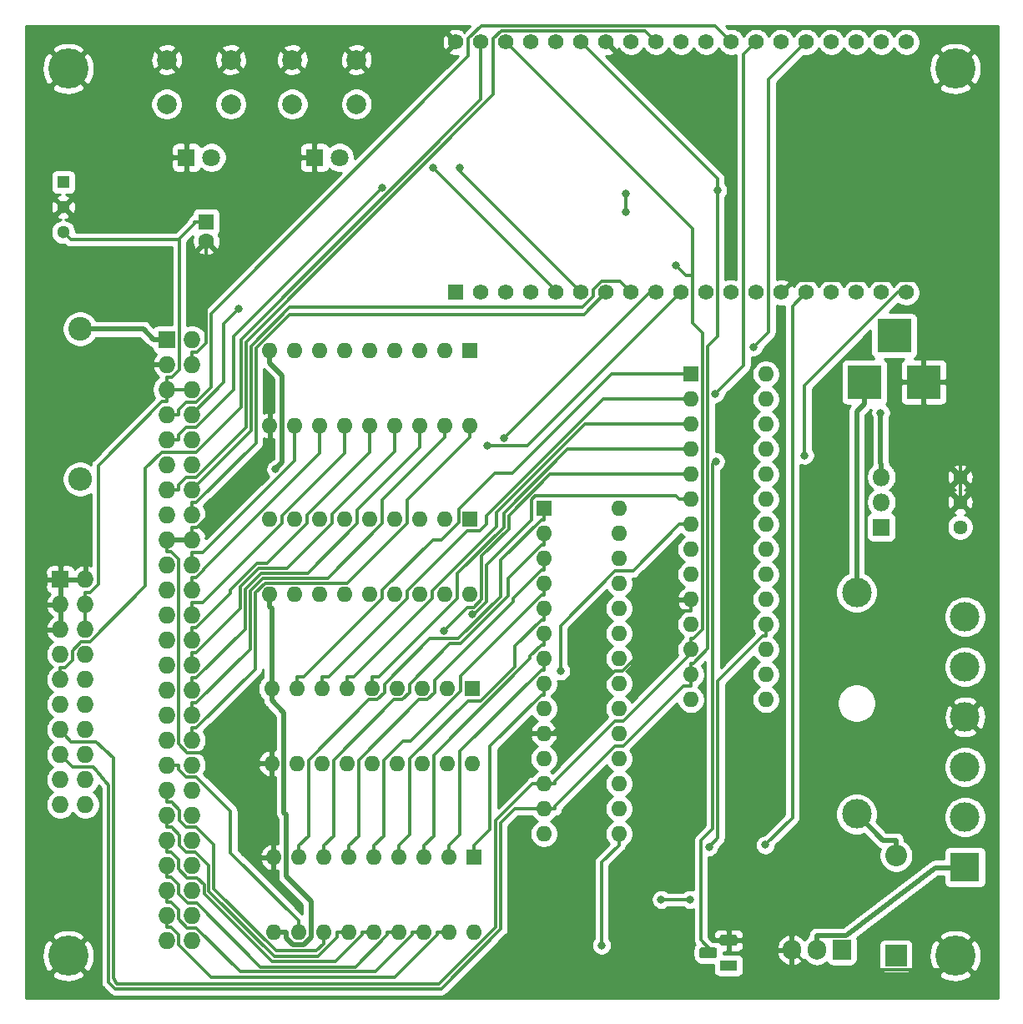
<source format=gbr>
G04 #@! TF.GenerationSoftware,KiCad,Pcbnew,(5.1.5)-3*
G04 #@! TF.CreationDate,2020-06-15T09:38:15+02:00*
G04 #@! TF.ProjectId,LAWO_ESP32,4c41574f-5f45-4535-9033-322e6b696361,rev?*
G04 #@! TF.SameCoordinates,Original*
G04 #@! TF.FileFunction,Copper,L2,Bot*
G04 #@! TF.FilePolarity,Positive*
%FSLAX46Y46*%
G04 Gerber Fmt 4.6, Leading zero omitted, Abs format (unit mm)*
G04 Created by KiCad (PCBNEW (5.1.5)-3) date 2020-06-15 09:38:15*
%MOMM*%
%LPD*%
G04 APERTURE LIST*
%ADD10R,1.800000X1.100000*%
%ADD11C,0.100000*%
%ADD12C,1.800000*%
%ADD13R,1.800000X1.800000*%
%ADD14C,2.000000*%
%ADD15O,1.600000X1.600000*%
%ADD16R,1.600000X1.600000*%
%ADD17C,1.600000*%
%ADD18O,2.200000X2.200000*%
%ADD19R,2.200000X2.200000*%
%ADD20C,1.300000*%
%ADD21R,1.300000X1.300000*%
%ADD22O,1.905000X2.000000*%
%ADD23R,1.905000X2.000000*%
%ADD24O,1.800000X1.800000*%
%ADD25C,1.440000*%
%ADD26C,1.560000*%
%ADD27R,1.560000X1.560000*%
%ADD28C,3.000000*%
%ADD29R,3.000000X3.000000*%
%ADD30O,2.400000X2.400000*%
%ADD31C,2.400000*%
%ADD32O,1.727200X1.727200*%
%ADD33R,1.727200X1.727200*%
%ADD34C,4.064000*%
%ADD35R,3.500000X3.500000*%
%ADD36C,0.800000*%
%ADD37C,0.300000*%
%ADD38C,0.500000*%
%ADD39C,0.254000*%
G04 APERTURE END LIST*
D10*
X85006000Y-108966000D03*
G04 #@! TA.AperFunction,ComponentPad*
D11*
G36*
X85657955Y-105877324D02*
G01*
X85684650Y-105881284D01*
X85710828Y-105887841D01*
X85736238Y-105896933D01*
X85760634Y-105908472D01*
X85783782Y-105922346D01*
X85805458Y-105938422D01*
X85825454Y-105956546D01*
X85843578Y-105976542D01*
X85859654Y-105998218D01*
X85873528Y-106021366D01*
X85885067Y-106045762D01*
X85894159Y-106071172D01*
X85900716Y-106097350D01*
X85904676Y-106124045D01*
X85906000Y-106151000D01*
X85906000Y-106701000D01*
X85904676Y-106727955D01*
X85900716Y-106754650D01*
X85894159Y-106780828D01*
X85885067Y-106806238D01*
X85873528Y-106830634D01*
X85859654Y-106853782D01*
X85843578Y-106875458D01*
X85825454Y-106895454D01*
X85805458Y-106913578D01*
X85783782Y-106929654D01*
X85760634Y-106943528D01*
X85736238Y-106955067D01*
X85710828Y-106964159D01*
X85684650Y-106970716D01*
X85657955Y-106974676D01*
X85631000Y-106976000D01*
X84381000Y-106976000D01*
X84354045Y-106974676D01*
X84327350Y-106970716D01*
X84301172Y-106964159D01*
X84275762Y-106955067D01*
X84251366Y-106943528D01*
X84228218Y-106929654D01*
X84206542Y-106913578D01*
X84186546Y-106895454D01*
X84168422Y-106875458D01*
X84152346Y-106853782D01*
X84138472Y-106830634D01*
X84126933Y-106806238D01*
X84117841Y-106780828D01*
X84111284Y-106754650D01*
X84107324Y-106727955D01*
X84106000Y-106701000D01*
X84106000Y-106151000D01*
X84107324Y-106124045D01*
X84111284Y-106097350D01*
X84117841Y-106071172D01*
X84126933Y-106045762D01*
X84138472Y-106021366D01*
X84152346Y-105998218D01*
X84168422Y-105976542D01*
X84186546Y-105956546D01*
X84206542Y-105938422D01*
X84228218Y-105922346D01*
X84251366Y-105908472D01*
X84275762Y-105896933D01*
X84301172Y-105887841D01*
X84327350Y-105881284D01*
X84354045Y-105877324D01*
X84381000Y-105876000D01*
X85631000Y-105876000D01*
X85657955Y-105877324D01*
G37*
G04 #@! TD.AperFunction*
G04 #@! TA.AperFunction,ComponentPad*
G36*
X83587955Y-107147324D02*
G01*
X83614650Y-107151284D01*
X83640828Y-107157841D01*
X83666238Y-107166933D01*
X83690634Y-107178472D01*
X83713782Y-107192346D01*
X83735458Y-107208422D01*
X83755454Y-107226546D01*
X83773578Y-107246542D01*
X83789654Y-107268218D01*
X83803528Y-107291366D01*
X83815067Y-107315762D01*
X83824159Y-107341172D01*
X83830716Y-107367350D01*
X83834676Y-107394045D01*
X83836000Y-107421000D01*
X83836000Y-107971000D01*
X83834676Y-107997955D01*
X83830716Y-108024650D01*
X83824159Y-108050828D01*
X83815067Y-108076238D01*
X83803528Y-108100634D01*
X83789654Y-108123782D01*
X83773578Y-108145458D01*
X83755454Y-108165454D01*
X83735458Y-108183578D01*
X83713782Y-108199654D01*
X83690634Y-108213528D01*
X83666238Y-108225067D01*
X83640828Y-108234159D01*
X83614650Y-108240716D01*
X83587955Y-108244676D01*
X83561000Y-108246000D01*
X82311000Y-108246000D01*
X82284045Y-108244676D01*
X82257350Y-108240716D01*
X82231172Y-108234159D01*
X82205762Y-108225067D01*
X82181366Y-108213528D01*
X82158218Y-108199654D01*
X82136542Y-108183578D01*
X82116546Y-108165454D01*
X82098422Y-108145458D01*
X82082346Y-108123782D01*
X82068472Y-108100634D01*
X82056933Y-108076238D01*
X82047841Y-108050828D01*
X82041284Y-108024650D01*
X82037324Y-107997955D01*
X82036000Y-107971000D01*
X82036000Y-107421000D01*
X82037324Y-107394045D01*
X82041284Y-107367350D01*
X82047841Y-107341172D01*
X82056933Y-107315762D01*
X82068472Y-107291366D01*
X82082346Y-107268218D01*
X82098422Y-107246542D01*
X82116546Y-107226546D01*
X82136542Y-107208422D01*
X82158218Y-107192346D01*
X82181366Y-107178472D01*
X82205762Y-107166933D01*
X82231172Y-107157841D01*
X82257350Y-107151284D01*
X82284045Y-107147324D01*
X82311000Y-107146000D01*
X83561000Y-107146000D01*
X83587955Y-107147324D01*
G37*
G04 #@! TD.AperFunction*
D12*
X45540000Y-27000000D03*
D13*
X43000000Y-27000000D03*
D12*
X32540000Y-27000000D03*
D13*
X30000000Y-27000000D03*
D14*
X47244000Y-17090000D03*
X47244000Y-21590000D03*
X40744000Y-17090000D03*
X40744000Y-21590000D03*
X34500000Y-17090000D03*
X34500000Y-21590000D03*
X28000000Y-17090000D03*
X28000000Y-21590000D03*
D15*
X88788000Y-48988000D03*
X81168000Y-82008000D03*
X88788000Y-51528000D03*
X81168000Y-79468000D03*
X88788000Y-54068000D03*
X81168000Y-76928000D03*
X88788000Y-56608000D03*
X81168000Y-74388000D03*
X88788000Y-59148000D03*
X81168000Y-71848000D03*
X88788000Y-61688000D03*
X81168000Y-69308000D03*
X88788000Y-64228000D03*
X81168000Y-66768000D03*
X88788000Y-66768000D03*
X81168000Y-64228000D03*
X88788000Y-69308000D03*
X81168000Y-61688000D03*
X88788000Y-71848000D03*
X81168000Y-59148000D03*
X88788000Y-74388000D03*
X81168000Y-56608000D03*
X88788000Y-76928000D03*
X81168000Y-54068000D03*
X88788000Y-79468000D03*
X81168000Y-51528000D03*
X88788000Y-82008000D03*
D16*
X81168000Y-48988000D03*
D15*
X73888000Y-62588000D03*
X66268000Y-95608000D03*
X73888000Y-65128000D03*
X66268000Y-93068000D03*
X73888000Y-67668000D03*
X66268000Y-90528000D03*
X73888000Y-70208000D03*
X66268000Y-87988000D03*
X73888000Y-72748000D03*
X66268000Y-85448000D03*
X73888000Y-75288000D03*
X66268000Y-82908000D03*
X73888000Y-77828000D03*
X66268000Y-80368000D03*
X73888000Y-80368000D03*
X66268000Y-77828000D03*
X73888000Y-82908000D03*
X66268000Y-75288000D03*
X73888000Y-85448000D03*
X66268000Y-72748000D03*
X73888000Y-87988000D03*
X66268000Y-70208000D03*
X73888000Y-90528000D03*
X66268000Y-67668000D03*
X73888000Y-93068000D03*
X66268000Y-65128000D03*
X73888000Y-95608000D03*
D16*
X66268000Y-62588000D03*
X32004000Y-33528000D03*
D17*
X32004000Y-35528000D03*
D18*
X102000000Y-97840000D03*
D19*
X102000000Y-108000000D03*
D20*
X17500000Y-32040000D03*
D21*
X17500000Y-29500000D03*
D20*
X17500000Y-34580000D03*
D22*
X91420000Y-107400000D03*
X93960000Y-107400000D03*
D23*
X96500000Y-107400000D03*
D15*
X58968000Y-88474700D03*
X38648000Y-80854700D03*
X56428000Y-88474700D03*
X41188000Y-80854700D03*
X53888000Y-88474700D03*
X43728000Y-80854700D03*
X51348000Y-88474700D03*
X46268000Y-80854700D03*
X48808000Y-88474700D03*
X48808000Y-80854700D03*
X46268000Y-88474700D03*
X51348000Y-80854700D03*
X43728000Y-88474700D03*
X53888000Y-80854700D03*
X41188000Y-88474700D03*
X56428000Y-80854700D03*
X38648000Y-88474700D03*
D16*
X58968000Y-80854700D03*
D15*
X58768000Y-54208000D03*
X38448000Y-46588000D03*
X56228000Y-54208000D03*
X40988000Y-46588000D03*
X53688000Y-54208000D03*
X43528000Y-46588000D03*
X51148000Y-54208000D03*
X46068000Y-46588000D03*
X48608000Y-54208000D03*
X48608000Y-46588000D03*
X46068000Y-54208000D03*
X51148000Y-46588000D03*
X43528000Y-54208000D03*
X53688000Y-46588000D03*
X40988000Y-54208000D03*
X56228000Y-46588000D03*
X38448000Y-54208000D03*
D16*
X58768000Y-46588000D03*
D15*
X59168000Y-105608000D03*
X38848000Y-97988000D03*
X56628000Y-105608000D03*
X41388000Y-97988000D03*
X54088000Y-105608000D03*
X43928000Y-97988000D03*
X51548000Y-105608000D03*
X46468000Y-97988000D03*
X49008000Y-105608000D03*
X49008000Y-97988000D03*
X46468000Y-105608000D03*
X51548000Y-97988000D03*
X43928000Y-105608000D03*
X54088000Y-97988000D03*
X41388000Y-105608000D03*
X56628000Y-97988000D03*
X38848000Y-105608000D03*
D16*
X59168000Y-97988000D03*
D15*
X58768000Y-71341300D03*
X38448000Y-63721300D03*
X56228000Y-71341300D03*
X40988000Y-63721300D03*
X53688000Y-71341300D03*
X43528000Y-63721300D03*
X51148000Y-71341300D03*
X46068000Y-63721300D03*
X48608000Y-71341300D03*
X48608000Y-63721300D03*
X46068000Y-71341300D03*
X51148000Y-63721300D03*
X43528000Y-71341300D03*
X53688000Y-63721300D03*
X40988000Y-71341300D03*
X56228000Y-63721300D03*
X38448000Y-71341300D03*
D16*
X58768000Y-63721300D03*
D13*
X100500000Y-64500000D03*
D24*
X100500000Y-61960000D03*
X100500000Y-59420000D03*
D25*
X108500000Y-64500000D03*
X108500000Y-61960000D03*
X108500000Y-59420000D03*
D26*
X103060000Y-15300000D03*
X100520000Y-15300000D03*
X97980000Y-15300000D03*
X95440000Y-15300000D03*
X92900000Y-15300000D03*
X90360000Y-15300000D03*
X87820000Y-15300000D03*
X85280000Y-15300000D03*
X82740000Y-15300000D03*
X80200000Y-15300000D03*
X77660000Y-15300000D03*
X75120000Y-15300000D03*
X72580000Y-15300000D03*
X70040000Y-15300000D03*
X67500000Y-15300000D03*
X64960000Y-15300000D03*
X62420000Y-15300000D03*
X59880000Y-15300000D03*
X57340000Y-15300000D03*
X100520000Y-40700000D03*
X97980000Y-40700000D03*
X95440000Y-40700000D03*
X92900000Y-40700000D03*
X90360000Y-40700000D03*
X87820000Y-40700000D03*
X85280000Y-40700000D03*
X82740000Y-40700000D03*
X80200000Y-40700000D03*
X77660000Y-40700000D03*
X75120000Y-40700000D03*
X72580000Y-40700000D03*
X70040000Y-40700000D03*
X67500000Y-40700000D03*
X64960000Y-40700000D03*
X62420000Y-40700000D03*
X103060000Y-40700000D03*
X59880000Y-40700000D03*
D27*
X57340000Y-40700000D03*
D28*
X109000000Y-93920000D03*
X109000000Y-88840000D03*
D29*
X109000000Y-99000000D03*
D28*
X109000000Y-83760000D03*
X109000000Y-78680000D03*
X109000000Y-73600000D03*
D30*
X19200000Y-59640000D03*
D31*
X19200000Y-44400000D03*
D32*
X19740000Y-92660000D03*
X17200000Y-92660000D03*
X19740000Y-90120000D03*
X17200000Y-90120000D03*
X19740000Y-87580000D03*
X17200000Y-87580000D03*
X19740000Y-85040000D03*
X17200000Y-85040000D03*
X19740000Y-82500000D03*
X17200000Y-82500000D03*
X19740000Y-79960000D03*
X17200000Y-79960000D03*
X19740000Y-77420000D03*
X17200000Y-77420000D03*
X19740000Y-74880000D03*
X17200000Y-74880000D03*
X19740000Y-72340000D03*
X17200000Y-72340000D03*
X19740000Y-69800000D03*
D33*
X17200000Y-69800000D03*
D32*
X30540000Y-106426000D03*
X28000000Y-106426000D03*
X30540000Y-103886000D03*
X28000000Y-103886000D03*
X30540000Y-101346000D03*
X28000000Y-101346000D03*
X30540000Y-98806000D03*
X28000000Y-98806000D03*
X30540000Y-96266000D03*
X28000000Y-96266000D03*
X30540000Y-93726000D03*
X28000000Y-93726000D03*
X30540000Y-91186000D03*
X28000000Y-91186000D03*
X30540000Y-88646000D03*
X28000000Y-88646000D03*
X30540000Y-86106000D03*
X28000000Y-86106000D03*
X30540000Y-83566000D03*
X28000000Y-83566000D03*
X30540000Y-81026000D03*
X28000000Y-81026000D03*
X30540000Y-78486000D03*
X28000000Y-78486000D03*
X30540000Y-75946000D03*
X28000000Y-75946000D03*
X30540000Y-73406000D03*
X28000000Y-73406000D03*
X30540000Y-70866000D03*
X28000000Y-70866000D03*
X30540000Y-68326000D03*
X28000000Y-68326000D03*
X30540000Y-65786000D03*
X28000000Y-65786000D03*
X30540000Y-63246000D03*
X28000000Y-63246000D03*
X30540000Y-60706000D03*
X28000000Y-60706000D03*
X30540000Y-58166000D03*
X28000000Y-58166000D03*
X30540000Y-55626000D03*
X28000000Y-55626000D03*
X30540000Y-53086000D03*
X28000000Y-53086000D03*
X30540000Y-50546000D03*
X28000000Y-50546000D03*
X30540000Y-48006000D03*
X28000000Y-48006000D03*
X30540000Y-45466000D03*
D33*
X28000000Y-45466000D03*
D34*
X108000000Y-18000000D03*
X108000000Y-108000000D03*
X18000000Y-108000000D03*
X18000000Y-18000000D03*
D35*
X98806000Y-49784000D03*
X104806000Y-49784000D03*
X101806000Y-45084000D03*
D28*
X98000000Y-71120000D03*
X98000000Y-93620000D03*
D36*
X88737100Y-96744700D03*
X69443600Y-85648800D03*
X79552800Y-85902800D03*
X35255200Y-88493600D03*
X74612500Y-30657800D03*
X92736200Y-57218400D03*
X74612500Y-32562800D03*
X78181200Y-102285800D03*
X81105500Y-102288000D03*
X100440200Y-52899600D03*
X72124600Y-106922200D03*
X62254300Y-55474300D03*
X87576600Y-46220600D03*
X60515700Y-56280000D03*
X49848100Y-30114600D03*
X35302000Y-42351900D03*
X39060800Y-58627000D03*
X83690700Y-57840100D03*
X83883500Y-30340300D03*
X79641700Y-37960300D03*
X56125600Y-75014700D03*
X58986700Y-73380500D03*
X67966800Y-79098000D03*
X83012200Y-96951200D03*
X83678500Y-50958600D03*
X57696500Y-28050400D03*
X55008700Y-28030000D03*
D37*
X92900000Y-40700000D02*
X91490400Y-42109600D01*
X91490400Y-42109600D02*
X91490400Y-93991400D01*
X91490400Y-93991400D02*
X88737100Y-96744700D01*
X81168000Y-71848000D02*
X81168000Y-72998300D01*
X66268000Y-85448000D02*
X67418300Y-85448000D01*
X67418300Y-85448000D02*
X67418300Y-85160400D01*
X67418300Y-85160400D02*
X73480700Y-79098000D01*
X73480700Y-79098000D02*
X74282000Y-79098000D01*
X74282000Y-79098000D02*
X80381700Y-72998300D01*
X80381700Y-72998300D02*
X81168000Y-72998300D01*
X29304600Y-86588200D02*
X30092200Y-87375900D01*
X30092200Y-87375900D02*
X36398900Y-87375900D01*
X36398900Y-87375900D02*
X37497700Y-88474700D01*
X28000000Y-66999900D02*
X28455300Y-66999900D01*
X28455300Y-66999900D02*
X29213900Y-67758500D01*
X29213900Y-67758500D02*
X29213900Y-86497600D01*
X29213900Y-86497600D02*
X29304600Y-86588200D01*
X38648000Y-88474700D02*
X37497700Y-88474700D01*
X28000000Y-65786000D02*
X28000000Y-66999900D01*
X91420000Y-107400000D02*
X93470400Y-109450400D01*
X93470400Y-109450400D02*
X106549600Y-109450400D01*
X106549600Y-109450400D02*
X108000000Y-108000000D01*
X30540000Y-48006000D02*
X30540000Y-46792100D01*
X32004000Y-35528000D02*
X32004000Y-45831100D01*
X32004000Y-45831100D02*
X31043000Y-46792100D01*
X31043000Y-46792100D02*
X30540000Y-46792100D01*
X104806000Y-39505500D02*
X104806000Y-21194000D01*
X104806000Y-21194000D02*
X108000000Y-18000000D01*
X104806000Y-49784000D02*
X104806000Y-39505500D01*
X104806000Y-39505500D02*
X91554500Y-39505500D01*
X91554500Y-39505500D02*
X90360000Y-40700000D01*
X43000000Y-19346000D02*
X43000000Y-27000000D01*
X40744000Y-17090000D02*
X43000000Y-19346000D01*
X47244000Y-17090000D02*
X44988000Y-19346000D01*
X44988000Y-19346000D02*
X43000000Y-19346000D01*
X30540000Y-65786000D02*
X30540000Y-64572100D01*
X38448000Y-54208000D02*
X38448000Y-57167100D01*
X38448000Y-57167100D02*
X31043000Y-64572100D01*
X31043000Y-64572100D02*
X30540000Y-64572100D01*
X30000000Y-19090000D02*
X28000000Y-17090000D01*
X30000000Y-27000000D02*
X30000000Y-19090000D01*
X30000000Y-19090000D02*
X32500000Y-19090000D01*
X32500000Y-19090000D02*
X34500000Y-17090000D01*
X38848000Y-96837700D02*
X38648000Y-96637700D01*
X38648000Y-96637700D02*
X38648000Y-88474700D01*
X17200000Y-72340000D02*
X17200000Y-74880000D01*
X38848000Y-97988000D02*
X38848000Y-96837700D01*
X108500000Y-59420000D02*
X108500000Y-61960000D01*
X104806000Y-51884300D02*
X108500000Y-55578300D01*
X108500000Y-55578300D02*
X108500000Y-59420000D01*
X17200000Y-69800000D02*
X17200000Y-72340000D01*
X104806000Y-49784000D02*
X104806000Y-51884300D01*
X74612500Y-32562800D02*
X74612500Y-32562800D01*
X74612500Y-30657800D02*
X74612500Y-30657800D01*
X28503000Y-49332100D02*
X28000000Y-49332100D01*
X29213800Y-35331600D02*
X29270000Y-35387800D01*
X29270000Y-35387800D02*
X29270000Y-48565100D01*
X29270000Y-48565100D02*
X28503000Y-49332100D01*
X30540000Y-50546000D02*
X29326100Y-50546000D01*
X28000000Y-50546000D02*
X28000000Y-49332100D01*
X29213800Y-35331600D02*
X30853700Y-33691700D01*
X30853700Y-33691700D02*
X30853700Y-33528000D01*
X17500000Y-34580000D02*
X18251600Y-35331600D01*
X18251600Y-35331600D02*
X29213800Y-35331600D01*
X32004000Y-33528000D02*
X30853700Y-33528000D01*
X103060000Y-40700000D02*
X102188100Y-40700000D01*
X102188100Y-40700000D02*
X92736200Y-50151900D01*
X92736200Y-50151900D02*
X92736200Y-57218400D01*
X19740000Y-72340000D02*
X19740000Y-71126100D01*
X28000000Y-50546000D02*
X28000000Y-51759900D01*
X28000000Y-51759900D02*
X27544800Y-51759900D01*
X27544800Y-51759900D02*
X21066000Y-58238700D01*
X21066000Y-58238700D02*
X21066000Y-70303100D01*
X21066000Y-70303100D02*
X20243000Y-71126100D01*
X20243000Y-71126100D02*
X19740000Y-71126100D01*
X19740000Y-74880000D02*
X19740000Y-72340000D01*
X29326100Y-50546000D02*
X28041600Y-50546000D01*
X28041600Y-50546000D02*
X28016200Y-50520600D01*
X74612500Y-32562800D02*
X74612500Y-30657800D01*
X81103300Y-102285800D02*
X81105500Y-102288000D01*
X78181200Y-102285800D02*
X81103300Y-102285800D01*
D38*
X102000000Y-97840000D02*
X102000000Y-96289700D01*
X98000000Y-93620000D02*
X100669700Y-96289700D01*
X100669700Y-96289700D02*
X102000000Y-96289700D01*
X100500000Y-59420000D02*
X100500000Y-58069700D01*
X100500000Y-58069700D02*
X100440200Y-58009900D01*
X100440200Y-58009900D02*
X100440200Y-52899600D01*
D37*
X73888000Y-95608000D02*
X73888000Y-96758300D01*
X73888000Y-96758300D02*
X72124600Y-98521700D01*
X72124600Y-98521700D02*
X72124600Y-106922200D01*
X30540000Y-63246000D02*
X30540000Y-62032100D01*
X30540000Y-62032100D02*
X30995200Y-62032100D01*
X30995200Y-62032100D02*
X37039200Y-55988100D01*
X37039200Y-55988100D02*
X37039200Y-46353500D01*
X37039200Y-46353500D02*
X40464900Y-42927800D01*
X40464900Y-42927800D02*
X70352200Y-42927800D01*
X70352200Y-42927800D02*
X72580000Y-40700000D01*
X75120000Y-40700000D02*
X73968100Y-39548100D01*
X73968100Y-39548100D02*
X72132100Y-39548100D01*
X72132100Y-39548100D02*
X71310000Y-40370200D01*
X71310000Y-40370200D02*
X71310000Y-41055000D01*
X71310000Y-41055000D02*
X70164500Y-42200500D01*
X70164500Y-42200500D02*
X40484500Y-42200500D01*
X40484500Y-42200500D02*
X36538800Y-46146200D01*
X36538800Y-46146200D02*
X36538800Y-54707200D01*
X36538800Y-54707200D02*
X30540000Y-60706000D01*
X28000000Y-60706000D02*
X29213900Y-60706000D01*
X29213900Y-60706000D02*
X29213900Y-60250700D01*
X29213900Y-60250700D02*
X29972500Y-59492100D01*
X29972500Y-59492100D02*
X30954600Y-59492100D01*
X30954600Y-59492100D02*
X36038500Y-54408200D01*
X36038500Y-54408200D02*
X36038500Y-45719400D01*
X36038500Y-45719400D02*
X61150100Y-20607800D01*
X61150100Y-20607800D02*
X61150100Y-14953100D01*
X61150100Y-14953100D02*
X61957800Y-14145400D01*
X61957800Y-14145400D02*
X76505400Y-14145400D01*
X76505400Y-14145400D02*
X77660000Y-15300000D01*
X62254300Y-55474300D02*
X77028600Y-40700000D01*
X77028600Y-40700000D02*
X77660000Y-40700000D01*
X87576600Y-46220600D02*
X89090000Y-44707200D01*
X89090000Y-44707200D02*
X89090000Y-19110000D01*
X89090000Y-19110000D02*
X92900000Y-15300000D01*
X60515700Y-56280000D02*
X64620000Y-56280000D01*
X64620000Y-56280000D02*
X80200000Y-40700000D01*
X28000000Y-55626000D02*
X29213900Y-55626000D01*
X29213900Y-55626000D02*
X29213900Y-55170700D01*
X29213900Y-55170700D02*
X29972500Y-54412100D01*
X29972500Y-54412100D02*
X30955300Y-54412100D01*
X30955300Y-54412100D02*
X34787800Y-50579600D01*
X34787800Y-50579600D02*
X34787800Y-45174900D01*
X34787800Y-45174900D02*
X49848100Y-30114600D01*
X35302000Y-42351900D02*
X33787100Y-43866800D01*
X33787100Y-43866800D02*
X33787100Y-49838900D01*
X33787100Y-49838900D02*
X30540000Y-53086000D01*
X85280000Y-15300000D02*
X83625000Y-13645000D01*
X83625000Y-13645000D02*
X59898900Y-13645000D01*
X59898900Y-13645000D02*
X58610000Y-14933900D01*
X58610000Y-14933900D02*
X58610000Y-16732700D01*
X58610000Y-16732700D02*
X32504400Y-42838300D01*
X32504400Y-42838300D02*
X32504400Y-50324900D01*
X32504400Y-50324900D02*
X30957200Y-51872100D01*
X30957200Y-51872100D02*
X29972500Y-51872100D01*
X29972500Y-51872100D02*
X29213900Y-52630700D01*
X29213900Y-52630700D02*
X29213900Y-53086000D01*
X28000000Y-53086000D02*
X29213900Y-53086000D01*
D38*
X38448000Y-46588000D02*
X38448000Y-47838300D01*
X38448000Y-47838300D02*
X39718000Y-49108300D01*
X39718000Y-49108300D02*
X39718000Y-57969800D01*
X39718000Y-57969800D02*
X39060800Y-58627000D01*
X38648000Y-82105000D02*
X39908700Y-83365700D01*
X39908700Y-83365700D02*
X39908700Y-93472400D01*
X39908700Y-93472400D02*
X40122600Y-93686300D01*
X40122600Y-93686300D02*
X40122600Y-99933500D01*
X40122600Y-99933500D02*
X42658000Y-102468900D01*
X42658000Y-102468900D02*
X42658000Y-106132300D01*
X42658000Y-106132300D02*
X41903800Y-106886500D01*
X41903800Y-106886500D02*
X40829800Y-106886500D01*
X40829800Y-106886500D02*
X40098300Y-106155000D01*
X40098300Y-106155000D02*
X40098300Y-105608000D01*
X38648000Y-80854700D02*
X38648000Y-82105000D01*
X38848000Y-105608000D02*
X40098300Y-105608000D01*
X38448000Y-71341300D02*
X38448000Y-72591600D01*
X38448000Y-72591600D02*
X38648000Y-72791600D01*
X38648000Y-72791600D02*
X38648000Y-80854700D01*
X28000000Y-45466000D02*
X26686100Y-45466000D01*
X19200000Y-44400000D02*
X25620100Y-44400000D01*
X25620100Y-44400000D02*
X26686100Y-45466000D01*
D37*
X59880000Y-15300000D02*
X59880000Y-21143800D01*
X59880000Y-21143800D02*
X35538200Y-45485600D01*
X35538200Y-45485600D02*
X35538200Y-52374200D01*
X35538200Y-52374200D02*
X31016400Y-56896000D01*
X31016400Y-56896000D02*
X27500400Y-56896000D01*
X27500400Y-56896000D02*
X25858500Y-58537900D01*
X25858500Y-58537900D02*
X25858500Y-70506100D01*
X25858500Y-70506100D02*
X20214600Y-76150000D01*
X20214600Y-76150000D02*
X19292300Y-76150000D01*
X19292300Y-76150000D02*
X18413900Y-77028400D01*
X18413900Y-77028400D02*
X18413900Y-77987500D01*
X18413900Y-77987500D02*
X17655300Y-78746100D01*
X17655300Y-78746100D02*
X17200000Y-78746100D01*
X17200000Y-79960000D02*
X17200000Y-78746100D01*
X83505700Y-107696000D02*
X82216300Y-106406600D01*
X82216300Y-106406600D02*
X82216300Y-96302900D01*
X82216300Y-96302900D02*
X83411800Y-95107400D01*
X83411800Y-95107400D02*
X83411800Y-58119000D01*
X83411800Y-58119000D02*
X83690700Y-57840100D01*
X81168000Y-79468000D02*
X81168000Y-78317700D01*
X70040000Y-15300000D02*
X83902600Y-29162600D01*
X83902600Y-29162600D02*
X83902600Y-45182000D01*
X83902600Y-45182000D02*
X82911400Y-46173200D01*
X82911400Y-46173200D02*
X82911400Y-76812600D01*
X82911400Y-76812600D02*
X81406300Y-78317700D01*
X81406300Y-78317700D02*
X81168000Y-78317700D01*
X81168000Y-79468000D02*
X81168000Y-80618300D01*
X66268000Y-93068000D02*
X67418300Y-93068000D01*
X67418300Y-93068000D02*
X67418300Y-92780400D01*
X67418300Y-92780400D02*
X73480700Y-86718000D01*
X73480700Y-86718000D02*
X74332600Y-86718000D01*
X74332600Y-86718000D02*
X80432300Y-80618300D01*
X80432300Y-80618300D02*
X81168000Y-80618300D01*
X63345200Y-93068000D02*
X66268000Y-93068000D01*
X61879840Y-105305282D02*
X61879840Y-94533360D01*
X18465800Y-88849200D02*
X20574000Y-88849200D01*
X61879840Y-94533360D02*
X63345200Y-93068000D01*
X17200000Y-87580000D02*
X18465800Y-88849200D01*
X22080590Y-90664460D02*
X22080590Y-110646310D01*
X55864912Y-111320210D02*
X61879840Y-105305282D01*
X20574000Y-88849200D02*
X22080590Y-90664460D01*
X22754490Y-111320210D02*
X55864912Y-111320210D01*
X22080590Y-110646310D02*
X22754490Y-111320210D01*
X66268000Y-90528000D02*
X67418300Y-90528000D01*
X67418300Y-90528000D02*
X67418300Y-90240400D01*
X67418300Y-90240400D02*
X73480700Y-84178000D01*
X73480700Y-84178000D02*
X74321900Y-84178000D01*
X74321900Y-84178000D02*
X81168000Y-77331900D01*
X81168000Y-77331900D02*
X81168000Y-76928000D01*
X81168000Y-76928000D02*
X81168000Y-75777700D01*
X62420000Y-15300000D02*
X81330400Y-34210400D01*
X81330400Y-43807500D02*
X82353100Y-44830200D01*
X82353100Y-44830200D02*
X82353100Y-74830900D01*
X82353100Y-74830900D02*
X81406300Y-75777700D01*
X81406300Y-75777700D02*
X81168000Y-75777700D01*
X81330400Y-38976700D02*
X80658100Y-38976700D01*
X81330400Y-34210400D02*
X81330400Y-38976700D01*
X81330400Y-38976700D02*
X81330400Y-43807500D01*
X80658100Y-38976700D02*
X79641700Y-37960300D01*
X79641700Y-37960300D02*
X79641700Y-37960300D01*
X65136630Y-90528000D02*
X66268000Y-90528000D01*
X61379830Y-94284800D02*
X65136630Y-90528000D01*
X55657802Y-110820200D02*
X61379830Y-105098172D01*
X22961600Y-110820200D02*
X55657802Y-110820200D01*
X61379830Y-105098172D02*
X61379830Y-94284800D01*
X18262600Y-86334600D02*
X20802600Y-86334600D01*
X17200000Y-85040000D02*
X18262600Y-86334600D01*
X20802600Y-86334600D02*
X22580600Y-87884000D01*
X22580600Y-87884000D02*
X22580600Y-110236000D01*
X22580600Y-110236000D02*
X22961600Y-110820200D01*
X59168000Y-96837700D02*
X60818600Y-95187100D01*
X60818600Y-95187100D02*
X60818600Y-86729300D01*
X60818600Y-86729300D02*
X66029600Y-81518300D01*
X66029600Y-81518300D02*
X66268000Y-81518300D01*
X66268000Y-80368000D02*
X66268000Y-81518300D01*
X59168000Y-97988000D02*
X59168000Y-96837700D01*
X56628000Y-97988000D02*
X56628000Y-96837700D01*
X66268000Y-77828000D02*
X66268000Y-78978300D01*
X56628000Y-96837700D02*
X57778300Y-95687400D01*
X57778300Y-95687400D02*
X57778300Y-87229600D01*
X57778300Y-87229600D02*
X66029600Y-78978300D01*
X66029600Y-78978300D02*
X66268000Y-78978300D01*
X66268000Y-75288000D02*
X66268000Y-76438300D01*
X54088000Y-97988000D02*
X54088000Y-96837700D01*
X54088000Y-96837700D02*
X55078000Y-95847700D01*
X55078000Y-95847700D02*
X55078000Y-87622700D01*
X55078000Y-87622700D02*
X64878400Y-77822300D01*
X64878400Y-77822300D02*
X64878400Y-77586700D01*
X64878400Y-77586700D02*
X66026800Y-76438300D01*
X66026800Y-76438300D02*
X66268000Y-76438300D01*
X66268000Y-73898300D02*
X66029600Y-73898300D01*
X66029600Y-73898300D02*
X63339200Y-76588700D01*
X63339200Y-76588700D02*
X63339200Y-78641100D01*
X63339200Y-78641100D02*
X59860700Y-82119600D01*
X59860700Y-82119600D02*
X58592300Y-82119600D01*
X58592300Y-82119600D02*
X52698300Y-88013600D01*
X52698300Y-88013600D02*
X52698300Y-95687400D01*
X52698300Y-95687400D02*
X51548000Y-96837700D01*
X66268000Y-72748000D02*
X66268000Y-73898300D01*
X51548000Y-97988000D02*
X51548000Y-96837700D01*
X66268000Y-70208000D02*
X66268000Y-71358300D01*
X49008000Y-97988000D02*
X49008000Y-96837700D01*
X49008000Y-96837700D02*
X49998000Y-95847700D01*
X49998000Y-95847700D02*
X49998000Y-88193800D01*
X49998000Y-88193800D02*
X51958600Y-86233200D01*
X51958600Y-86233200D02*
X52716400Y-86233200D01*
X52716400Y-86233200D02*
X57817600Y-81132000D01*
X57817600Y-81132000D02*
X57817600Y-79570300D01*
X57817600Y-79570300D02*
X66029600Y-71358300D01*
X66029600Y-71358300D02*
X66268000Y-71358300D01*
X46468000Y-96837700D02*
X47458000Y-95847700D01*
X47458000Y-95847700D02*
X47458000Y-88177800D01*
X47458000Y-88177800D02*
X53624600Y-82011200D01*
X53624600Y-82011200D02*
X54439600Y-82011200D01*
X54439600Y-82011200D02*
X55158000Y-81292800D01*
X55158000Y-81292800D02*
X55158000Y-80039500D01*
X55158000Y-80039500D02*
X63127400Y-72070100D01*
X63127400Y-72070100D02*
X63127400Y-71721600D01*
X63127400Y-71721600D02*
X66030700Y-68818300D01*
X66030700Y-68818300D02*
X66268000Y-68818300D01*
X66268000Y-67668000D02*
X66268000Y-68818300D01*
X46468000Y-97988000D02*
X46468000Y-96837700D01*
X43928000Y-96837700D02*
X44918000Y-95847700D01*
X44918000Y-95847700D02*
X44918000Y-88177800D01*
X44918000Y-88177800D02*
X51084600Y-82011200D01*
X51084600Y-82011200D02*
X51899600Y-82011200D01*
X51899600Y-82011200D02*
X52618000Y-81292800D01*
X52618000Y-81292800D02*
X52618000Y-80451100D01*
X52618000Y-80451100D02*
X56730600Y-76338500D01*
X56730600Y-76338500D02*
X57812800Y-76338500D01*
X57812800Y-76338500D02*
X62627100Y-71524200D01*
X62627100Y-71524200D02*
X62627100Y-69680800D01*
X62627100Y-69680800D02*
X66029600Y-66278300D01*
X66029600Y-66278300D02*
X66268000Y-66278300D01*
X66268000Y-65128000D02*
X66268000Y-66278300D01*
X43928000Y-97988000D02*
X43928000Y-96837700D01*
X66268000Y-62588000D02*
X66268000Y-63738300D01*
X41388000Y-97988000D02*
X41388000Y-96837700D01*
X41388000Y-96837700D02*
X42378000Y-95847700D01*
X42378000Y-95847700D02*
X42378000Y-88177800D01*
X42378000Y-88177800D02*
X48544600Y-82011200D01*
X48544600Y-82011200D02*
X49359600Y-82011200D01*
X49359600Y-82011200D02*
X50078000Y-81292800D01*
X50078000Y-81292800D02*
X50078000Y-80435200D01*
X50078000Y-80435200D02*
X54675100Y-75838100D01*
X54675100Y-75838100D02*
X57592800Y-75838100D01*
X57592800Y-75838100D02*
X61876700Y-71554200D01*
X61876700Y-71554200D02*
X61876700Y-67861600D01*
X61876700Y-67861600D02*
X66000000Y-63738300D01*
X66000000Y-63738300D02*
X66268000Y-63738300D01*
X41188000Y-80854700D02*
X41188000Y-79704400D01*
X41188000Y-79704400D02*
X41906900Y-79704400D01*
X41906900Y-79704400D02*
X49878000Y-71733300D01*
X49878000Y-71733300D02*
X49878000Y-70915900D01*
X49878000Y-70915900D02*
X55016700Y-65777200D01*
X55016700Y-65777200D02*
X55839000Y-65777200D01*
X55839000Y-65777200D02*
X57617600Y-63998600D01*
X57617600Y-63998600D02*
X57617600Y-62704100D01*
X57617600Y-62704100D02*
X61256400Y-59065300D01*
X61256400Y-59065300D02*
X63048900Y-59065300D01*
X63048900Y-59065300D02*
X73126200Y-48988000D01*
X73126200Y-48988000D02*
X81168000Y-48988000D01*
X81168000Y-51528000D02*
X72273900Y-51528000D01*
X72273900Y-51528000D02*
X60429000Y-63372900D01*
X60429000Y-63372900D02*
X60429000Y-64228100D01*
X60429000Y-64228100D02*
X59785000Y-64872100D01*
X59785000Y-64872100D02*
X58529800Y-64872100D01*
X58529800Y-64872100D02*
X52418000Y-70983900D01*
X52418000Y-70983900D02*
X52418000Y-71733300D01*
X52418000Y-71733300D02*
X44446900Y-79704400D01*
X44446900Y-79704400D02*
X43728000Y-79704400D01*
X43728000Y-80854700D02*
X43728000Y-79704400D01*
X46268000Y-80854700D02*
X46268000Y-79704400D01*
X46268000Y-79704400D02*
X46986900Y-79704400D01*
X46986900Y-79704400D02*
X54958000Y-71733300D01*
X54958000Y-71733300D02*
X54958000Y-70979000D01*
X54958000Y-70979000D02*
X61457800Y-64479200D01*
X61457800Y-64479200D02*
X61457800Y-63051800D01*
X61457800Y-63051800D02*
X70441600Y-54068000D01*
X70441600Y-54068000D02*
X81168000Y-54068000D01*
X48808000Y-79704400D02*
X49510000Y-79704400D01*
X49510000Y-79704400D02*
X57498000Y-71716400D01*
X57498000Y-71716400D02*
X57498000Y-69218100D01*
X57498000Y-69218100D02*
X62208200Y-64507900D01*
X62208200Y-64507900D02*
X62208200Y-63066900D01*
X62208200Y-63066900D02*
X68667100Y-56608000D01*
X68667100Y-56608000D02*
X80017700Y-56608000D01*
X81168000Y-56608000D02*
X80017700Y-56608000D01*
X48808000Y-80854700D02*
X48808000Y-79704400D01*
X56125600Y-75014700D02*
X58510100Y-72630200D01*
X58510100Y-72630200D02*
X59147200Y-72630200D01*
X59147200Y-72630200D02*
X59963900Y-71813500D01*
X59963900Y-71813500D02*
X59963900Y-67459800D01*
X59963900Y-67459800D02*
X62708500Y-64715200D01*
X62708500Y-64715200D02*
X62708500Y-63327800D01*
X62708500Y-63327800D02*
X66888300Y-59148000D01*
X66888300Y-59148000D02*
X81168000Y-59148000D01*
X80017700Y-61688000D02*
X79687200Y-61357500D01*
X79687200Y-61357500D02*
X65387700Y-61357500D01*
X65387700Y-61357500D02*
X65010500Y-61734700D01*
X65010500Y-61734700D02*
X65010500Y-63810900D01*
X65010500Y-63810900D02*
X60464300Y-68357100D01*
X60464300Y-68357100D02*
X60464300Y-72079800D01*
X60464300Y-72079800D02*
X59163600Y-73380500D01*
X59163600Y-73380500D02*
X58986700Y-73380500D01*
X81168000Y-61688000D02*
X80017700Y-61688000D01*
X80017700Y-64228000D02*
X75307700Y-68938000D01*
X75307700Y-68938000D02*
X73525500Y-68938000D01*
X73525500Y-68938000D02*
X67966800Y-74496700D01*
X67966800Y-74496700D02*
X67966800Y-79098000D01*
X81168000Y-64228000D02*
X80017700Y-64228000D01*
D38*
X98806000Y-49784000D02*
X98806000Y-51984300D01*
X98000000Y-71120000D02*
X98000000Y-52790300D01*
X98000000Y-52790300D02*
X98806000Y-51984300D01*
D37*
X56628000Y-105608000D02*
X55477700Y-105608000D01*
X28000000Y-103886000D02*
X28000000Y-105099900D01*
X28000000Y-105099900D02*
X28455300Y-105099900D01*
X28455300Y-105099900D02*
X29213900Y-105858500D01*
X29213900Y-105858500D02*
X29213900Y-106885900D01*
X29213900Y-106885900D02*
X32491900Y-110163900D01*
X32491900Y-110163900D02*
X51160100Y-110163900D01*
X51160100Y-110163900D02*
X55477700Y-105846300D01*
X55477700Y-105846300D02*
X55477700Y-105608000D01*
X54088000Y-105608000D02*
X52937700Y-105608000D01*
X28000000Y-101346000D02*
X28000000Y-102559900D01*
X28000000Y-102559900D02*
X28455300Y-102559900D01*
X28455300Y-102559900D02*
X29213900Y-103318500D01*
X29213900Y-103318500D02*
X29213900Y-104277600D01*
X29213900Y-104277600D02*
X30092300Y-105156000D01*
X30092300Y-105156000D02*
X31022900Y-105156000D01*
X31022900Y-105156000D02*
X35490600Y-109623700D01*
X35490600Y-109623700D02*
X49160300Y-109623700D01*
X49160300Y-109623700D02*
X52937700Y-105846300D01*
X52937700Y-105846300D02*
X52937700Y-105608000D01*
X51548000Y-105608000D02*
X50397700Y-105608000D01*
X28000000Y-98806000D02*
X28000000Y-100019900D01*
X28000000Y-100019900D02*
X28455300Y-100019900D01*
X28455300Y-100019900D02*
X29213900Y-100778500D01*
X29213900Y-100778500D02*
X29213900Y-101738200D01*
X29213900Y-101738200D02*
X30111400Y-102635700D01*
X30111400Y-102635700D02*
X31035300Y-102635700D01*
X31035300Y-102635700D02*
X37518000Y-109118400D01*
X37518000Y-109118400D02*
X47125600Y-109118400D01*
X47125600Y-109118400D02*
X50397700Y-105846300D01*
X50397700Y-105846300D02*
X50397700Y-105608000D01*
X47857700Y-105608000D02*
X47857700Y-105846300D01*
X47857700Y-105846300D02*
X45100600Y-108603400D01*
X45100600Y-108603400D02*
X38676100Y-108603400D01*
X38676100Y-108603400D02*
X31792000Y-101719300D01*
X31792000Y-101719300D02*
X31792000Y-100809200D01*
X31792000Y-100809200D02*
X31058800Y-100076000D01*
X31058800Y-100076000D02*
X30092300Y-100076000D01*
X30092300Y-100076000D02*
X29213900Y-99197600D01*
X29213900Y-99197600D02*
X29213900Y-98238500D01*
X29213900Y-98238500D02*
X28455300Y-97479900D01*
X28455300Y-97479900D02*
X28000000Y-97479900D01*
X49008000Y-105608000D02*
X47857700Y-105608000D01*
X28000000Y-96266000D02*
X28000000Y-97479900D01*
X45317700Y-105608000D02*
X45317700Y-106111300D01*
X45317700Y-106111300D02*
X43369300Y-108059700D01*
X43369300Y-108059700D02*
X38937600Y-108059700D01*
X38937600Y-108059700D02*
X32292300Y-101414400D01*
X32292300Y-101414400D02*
X32292300Y-98841400D01*
X32292300Y-98841400D02*
X30930900Y-97480000D01*
X30930900Y-97480000D02*
X30005100Y-97480000D01*
X30005100Y-97480000D02*
X29326000Y-96800900D01*
X29326000Y-96800900D02*
X29326000Y-95762900D01*
X29326000Y-95762900D02*
X28503000Y-94939900D01*
X28503000Y-94939900D02*
X28000000Y-94939900D01*
X28000000Y-93726000D02*
X28000000Y-94939900D01*
X46468000Y-105608000D02*
X45317700Y-105608000D01*
X43928000Y-106758300D02*
X43186300Y-107500000D01*
X43186300Y-107500000D02*
X39085600Y-107500000D01*
X39085600Y-107500000D02*
X32792600Y-101207000D01*
X32792600Y-101207000D02*
X32792600Y-96709400D01*
X32792600Y-96709400D02*
X31023200Y-94940000D01*
X31023200Y-94940000D02*
X30005100Y-94940000D01*
X30005100Y-94940000D02*
X29326000Y-94260900D01*
X29326000Y-94260900D02*
X29326000Y-93222900D01*
X29326000Y-93222900D02*
X28503000Y-92399900D01*
X28503000Y-92399900D02*
X28000000Y-92399900D01*
X28000000Y-91186000D02*
X28000000Y-92399900D01*
X43928000Y-105608000D02*
X43928000Y-106758300D01*
X41388000Y-105608000D02*
X41388000Y-104457700D01*
X28000000Y-88646000D02*
X29213900Y-88646000D01*
X29213900Y-88646000D02*
X29213900Y-89101300D01*
X29213900Y-89101300D02*
X29972500Y-89859900D01*
X29972500Y-89859900D02*
X30999300Y-89859900D01*
X30999300Y-89859900D02*
X34477800Y-93338400D01*
X34477800Y-93338400D02*
X34477800Y-97547500D01*
X34477800Y-97547500D02*
X41388000Y-104457700D01*
X58768000Y-54208000D02*
X58768000Y-55358300D01*
X30540000Y-86106000D02*
X30540000Y-84892100D01*
X30540000Y-84892100D02*
X30995200Y-84892100D01*
X30995200Y-84892100D02*
X36978700Y-78908600D01*
X36978700Y-78908600D02*
X36978700Y-71179300D01*
X36978700Y-71179300D02*
X37967100Y-70190900D01*
X37967100Y-70190900D02*
X46338600Y-70190900D01*
X46338600Y-70190900D02*
X52418000Y-64111500D01*
X52418000Y-64111500D02*
X52418000Y-61708300D01*
X52418000Y-61708300D02*
X58768000Y-55358300D01*
X56228000Y-55358300D02*
X49878000Y-61708300D01*
X49878000Y-61708300D02*
X49878000Y-64126000D01*
X49878000Y-64126000D02*
X44327100Y-69676900D01*
X44327100Y-69676900D02*
X37773400Y-69676900D01*
X37773400Y-69676900D02*
X36478300Y-70972000D01*
X36478300Y-70972000D02*
X36478300Y-76869000D01*
X36478300Y-76869000D02*
X30995200Y-82352100D01*
X30995200Y-82352100D02*
X30540000Y-82352100D01*
X56228000Y-54208000D02*
X56228000Y-55358300D01*
X30540000Y-83566000D02*
X30540000Y-82352100D01*
X53688000Y-54208000D02*
X53688000Y-56371700D01*
X53688000Y-56371700D02*
X47338000Y-62721700D01*
X47338000Y-62721700D02*
X47338000Y-64126300D01*
X47338000Y-64126300D02*
X42287700Y-69176600D01*
X42287700Y-69176600D02*
X37566200Y-69176600D01*
X37566200Y-69176600D02*
X35977900Y-70764900D01*
X35977900Y-70764900D02*
X35977900Y-74829400D01*
X35977900Y-74829400D02*
X30995200Y-79812100D01*
X30995200Y-79812100D02*
X30540000Y-79812100D01*
X30540000Y-81026000D02*
X30540000Y-79812100D01*
X51148000Y-54208000D02*
X51148000Y-56852500D01*
X51148000Y-56852500D02*
X44798000Y-63202500D01*
X44798000Y-63202500D02*
X44798000Y-64120100D01*
X44798000Y-64120100D02*
X40241800Y-68676300D01*
X40241800Y-68676300D02*
X37359000Y-68676300D01*
X37359000Y-68676300D02*
X35477600Y-70557700D01*
X35477600Y-70557700D02*
X35477600Y-72789800D01*
X35477600Y-72789800D02*
X30995300Y-77272100D01*
X30995300Y-77272100D02*
X30540000Y-77272100D01*
X30540000Y-78486000D02*
X30540000Y-77272100D01*
X48608000Y-54208000D02*
X48608000Y-56922900D01*
X48608000Y-56922900D02*
X42258000Y-63272900D01*
X42258000Y-63272900D02*
X42258000Y-64090000D01*
X42258000Y-64090000D02*
X38172000Y-68176000D01*
X38172000Y-68176000D02*
X37151800Y-68176000D01*
X37151800Y-68176000D02*
X34477100Y-70850700D01*
X34477100Y-70850700D02*
X34477100Y-71242700D01*
X34477100Y-71242700D02*
X30987700Y-74732100D01*
X30987700Y-74732100D02*
X30540000Y-74732100D01*
X30540000Y-75946000D02*
X30540000Y-74732100D01*
X30540000Y-73406000D02*
X30540000Y-72192100D01*
X30540000Y-72192100D02*
X31640200Y-72192100D01*
X31640200Y-72192100D02*
X39718000Y-64114300D01*
X39718000Y-64114300D02*
X39718000Y-63318800D01*
X39718000Y-63318800D02*
X46068000Y-56968800D01*
X46068000Y-56968800D02*
X46068000Y-54208000D01*
X30540000Y-69652100D02*
X30955500Y-69652100D01*
X30955500Y-69652100D02*
X31753900Y-68853700D01*
X31753900Y-68853700D02*
X31753900Y-68739600D01*
X31753900Y-68739600D02*
X43528000Y-56965500D01*
X43528000Y-56965500D02*
X43528000Y-54208000D01*
X30540000Y-70866000D02*
X30540000Y-69652100D01*
X30540000Y-68326000D02*
X30540000Y-67112100D01*
X30540000Y-67112100D02*
X31678000Y-67112100D01*
X31678000Y-67112100D02*
X40988000Y-57802100D01*
X40988000Y-57802100D02*
X40988000Y-54208000D01*
X83012200Y-96951200D02*
X83928600Y-96034800D01*
X83928600Y-96034800D02*
X83928600Y-80110100D01*
X83928600Y-80110100D02*
X88500400Y-75538300D01*
X88500400Y-75538300D02*
X88788000Y-75538300D01*
X88788000Y-74388000D02*
X88788000Y-75538300D01*
X87820000Y-15300000D02*
X86550000Y-16570000D01*
X86550000Y-16570000D02*
X86550000Y-48087100D01*
X86550000Y-48087100D02*
X83678500Y-50958600D01*
X70040000Y-40700000D02*
X57696500Y-28356500D01*
X57696500Y-28356500D02*
X57696500Y-28050400D01*
X67500000Y-40700000D02*
X67500000Y-40521300D01*
X67500000Y-40521300D02*
X55008700Y-28030000D01*
D38*
X96929900Y-105949700D02*
X93960000Y-105949700D01*
X105968800Y-99060000D02*
X96929900Y-105949700D01*
X93960000Y-105949700D02*
X93960000Y-107400000D01*
X109067600Y-99060000D02*
X105968800Y-99060000D01*
D39*
G36*
X58132891Y-14300852D02*
G01*
X58069655Y-14079651D01*
X57817557Y-13960752D01*
X57547106Y-13893319D01*
X57268697Y-13879943D01*
X56993028Y-13921140D01*
X56730692Y-14015325D01*
X56610345Y-14079651D01*
X56541184Y-14321579D01*
X57340000Y-15120395D01*
X57354143Y-15106253D01*
X57533748Y-15285858D01*
X57519605Y-15300000D01*
X57533748Y-15314143D01*
X57354143Y-15493748D01*
X57340000Y-15479605D01*
X56541184Y-16278421D01*
X56610345Y-16520349D01*
X56862443Y-16639248D01*
X57132894Y-16706681D01*
X57411303Y-16720057D01*
X57530264Y-16702279D01*
X47073421Y-27159122D01*
X47075000Y-27151184D01*
X47075000Y-26848816D01*
X47016011Y-26552257D01*
X46900299Y-26272905D01*
X46732312Y-26021495D01*
X46518505Y-25807688D01*
X46267095Y-25639701D01*
X45987743Y-25523989D01*
X45691184Y-25465000D01*
X45388816Y-25465000D01*
X45092257Y-25523989D01*
X44812905Y-25639701D01*
X44561495Y-25807688D01*
X44495056Y-25874127D01*
X44489502Y-25855820D01*
X44430537Y-25745506D01*
X44351185Y-25648815D01*
X44254494Y-25569463D01*
X44144180Y-25510498D01*
X44024482Y-25474188D01*
X43900000Y-25461928D01*
X43285750Y-25465000D01*
X43127000Y-25623750D01*
X43127000Y-26873000D01*
X43147000Y-26873000D01*
X43147000Y-27127000D01*
X43127000Y-27127000D01*
X43127000Y-28376250D01*
X43285750Y-28535000D01*
X43900000Y-28538072D01*
X44024482Y-28525812D01*
X44144180Y-28489502D01*
X44254494Y-28430537D01*
X44351185Y-28351185D01*
X44430537Y-28254494D01*
X44489502Y-28144180D01*
X44495056Y-28125873D01*
X44561495Y-28192312D01*
X44812905Y-28360299D01*
X45092257Y-28476011D01*
X45388816Y-28535000D01*
X45691184Y-28535000D01*
X45699122Y-28533421D01*
X31976590Y-42255953D01*
X31946636Y-42280536D01*
X31848538Y-42400068D01*
X31775646Y-42536441D01*
X31730759Y-42684414D01*
X31719400Y-42799740D01*
X31719400Y-42799747D01*
X31715603Y-42838300D01*
X31719400Y-42876853D01*
X31719400Y-44533688D01*
X31704039Y-44510698D01*
X31495302Y-44301961D01*
X31249853Y-44137958D01*
X30977125Y-44024990D01*
X30687599Y-43967400D01*
X30392401Y-43967400D01*
X30102875Y-44024990D01*
X30055000Y-44044821D01*
X30055000Y-36520702D01*
X31190903Y-36520702D01*
X31262486Y-36764671D01*
X31517996Y-36885571D01*
X31792184Y-36954300D01*
X32074512Y-36968217D01*
X32354130Y-36926787D01*
X32620292Y-36831603D01*
X32745514Y-36764671D01*
X32817097Y-36520702D01*
X32004000Y-35707605D01*
X31190903Y-36520702D01*
X30055000Y-36520702D01*
X30055000Y-35600557D01*
X30675949Y-34979608D01*
X30646429Y-35041996D01*
X30577700Y-35316184D01*
X30563783Y-35598512D01*
X30605213Y-35878130D01*
X30700397Y-36144292D01*
X30767329Y-36269514D01*
X31011298Y-36341097D01*
X31824395Y-35528000D01*
X31810253Y-35513858D01*
X31989858Y-35334253D01*
X32004000Y-35348395D01*
X32018143Y-35334253D01*
X32197748Y-35513858D01*
X32183605Y-35528000D01*
X32996702Y-36341097D01*
X33240671Y-36269514D01*
X33361571Y-36014004D01*
X33430300Y-35739816D01*
X33444217Y-35457488D01*
X33402787Y-35177870D01*
X33307603Y-34911708D01*
X33242384Y-34789691D01*
X33255185Y-34779185D01*
X33334537Y-34682494D01*
X33393502Y-34572180D01*
X33429812Y-34452482D01*
X33442072Y-34328000D01*
X33442072Y-32728000D01*
X33429812Y-32603518D01*
X33393502Y-32483820D01*
X33334537Y-32373506D01*
X33255185Y-32276815D01*
X33158494Y-32197463D01*
X33048180Y-32138498D01*
X32928482Y-32102188D01*
X32804000Y-32089928D01*
X31204000Y-32089928D01*
X31079518Y-32102188D01*
X30959820Y-32138498D01*
X30849506Y-32197463D01*
X30752815Y-32276815D01*
X30673463Y-32373506D01*
X30614498Y-32483820D01*
X30578188Y-32603518D01*
X30565928Y-32728000D01*
X30565928Y-32794972D01*
X30551840Y-32799246D01*
X30415467Y-32872138D01*
X30295936Y-32970236D01*
X30197838Y-33089767D01*
X30124946Y-33226140D01*
X30088301Y-33346942D01*
X28888643Y-34546600D01*
X18785000Y-34546600D01*
X18785000Y-34453439D01*
X18735619Y-34205179D01*
X18638753Y-33971324D01*
X18498125Y-33760860D01*
X18319140Y-33581875D01*
X18108676Y-33441247D01*
X17874821Y-33344381D01*
X17699256Y-33309460D01*
X17826449Y-33289270D01*
X18063896Y-33201578D01*
X18152534Y-33154201D01*
X18205922Y-32925527D01*
X17500000Y-32219605D01*
X16794078Y-32925527D01*
X16847466Y-33154201D01*
X17077374Y-33260095D01*
X17291211Y-33311356D01*
X17125179Y-33344381D01*
X16891324Y-33441247D01*
X16680860Y-33581875D01*
X16501875Y-33760860D01*
X16361247Y-33971324D01*
X16264381Y-34205179D01*
X16215000Y-34453439D01*
X16215000Y-34706561D01*
X16264381Y-34954821D01*
X16361247Y-35188676D01*
X16501875Y-35399140D01*
X16680860Y-35578125D01*
X16891324Y-35718753D01*
X17125179Y-35815619D01*
X17373439Y-35865000D01*
X17626561Y-35865000D01*
X17666832Y-35856990D01*
X17669257Y-35859415D01*
X17693836Y-35889364D01*
X17723784Y-35913942D01*
X17723787Y-35913945D01*
X17753159Y-35938050D01*
X17813367Y-35987462D01*
X17949740Y-36060354D01*
X18097713Y-36105242D01*
X18172626Y-36112620D01*
X18213039Y-36116600D01*
X18213044Y-36116600D01*
X18251600Y-36120397D01*
X18290156Y-36116600D01*
X28485000Y-36116600D01*
X28485001Y-43964328D01*
X27136400Y-43964328D01*
X27011918Y-43976588D01*
X26892220Y-44012898D01*
X26781906Y-44071863D01*
X26685215Y-44151215D01*
X26657123Y-44185445D01*
X26276634Y-43804956D01*
X26248917Y-43771183D01*
X26114159Y-43660589D01*
X25960413Y-43578411D01*
X25793590Y-43527805D01*
X25663577Y-43515000D01*
X25663569Y-43515000D01*
X25620100Y-43510719D01*
X25576631Y-43515000D01*
X20815598Y-43515000D01*
X20625338Y-43230256D01*
X20369744Y-42974662D01*
X20069199Y-42773844D01*
X19735250Y-42635518D01*
X19380732Y-42565000D01*
X19019268Y-42565000D01*
X18664750Y-42635518D01*
X18330801Y-42773844D01*
X18030256Y-42974662D01*
X17774662Y-43230256D01*
X17573844Y-43530801D01*
X17435518Y-43864750D01*
X17365000Y-44219268D01*
X17365000Y-44580732D01*
X17435518Y-44935250D01*
X17573844Y-45269199D01*
X17774662Y-45569744D01*
X18030256Y-45825338D01*
X18330801Y-46026156D01*
X18664750Y-46164482D01*
X19019268Y-46235000D01*
X19380732Y-46235000D01*
X19735250Y-46164482D01*
X20069199Y-46026156D01*
X20369744Y-45825338D01*
X20625338Y-45569744D01*
X20815598Y-45285000D01*
X25253522Y-45285000D01*
X26029570Y-46061049D01*
X26057283Y-46094817D01*
X26091051Y-46122530D01*
X26091053Y-46122532D01*
X26192041Y-46205411D01*
X26345786Y-46287589D01*
X26498761Y-46333994D01*
X26510588Y-46454082D01*
X26546898Y-46573780D01*
X26605863Y-46684094D01*
X26685215Y-46780785D01*
X26781906Y-46860137D01*
X26892220Y-46919102D01*
X26954692Y-46938053D01*
X26793183Y-47117512D01*
X26643036Y-47370022D01*
X26545037Y-47646973D01*
X26665536Y-47879000D01*
X27873000Y-47879000D01*
X27873000Y-47859000D01*
X28127000Y-47859000D01*
X28127000Y-47879000D01*
X28147000Y-47879000D01*
X28147000Y-48133000D01*
X28127000Y-48133000D01*
X28127000Y-48153000D01*
X27873000Y-48153000D01*
X27873000Y-48133000D01*
X26665536Y-48133000D01*
X26545037Y-48365027D01*
X26643036Y-48641978D01*
X26793183Y-48894488D01*
X26989707Y-49112854D01*
X27205813Y-49274308D01*
X27044698Y-49381961D01*
X26835961Y-49590698D01*
X26671958Y-49836147D01*
X26558990Y-50108875D01*
X26501400Y-50398401D01*
X26501400Y-50693599D01*
X26558990Y-50983125D01*
X26671958Y-51255853D01*
X26778796Y-51415747D01*
X20538190Y-57656353D01*
X20508236Y-57680936D01*
X20410138Y-57800468D01*
X20337246Y-57936841D01*
X20292359Y-58084814D01*
X20285138Y-58158130D01*
X20069199Y-58013844D01*
X19735250Y-57875518D01*
X19380732Y-57805000D01*
X19019268Y-57805000D01*
X18664750Y-57875518D01*
X18330801Y-58013844D01*
X18030256Y-58214662D01*
X17774662Y-58470256D01*
X17573844Y-58770801D01*
X17435518Y-59104750D01*
X17365000Y-59459268D01*
X17365000Y-59820732D01*
X17435518Y-60175250D01*
X17573844Y-60509199D01*
X17774662Y-60809744D01*
X18030256Y-61065338D01*
X18330801Y-61266156D01*
X18664750Y-61404482D01*
X19019268Y-61475000D01*
X19380732Y-61475000D01*
X19735250Y-61404482D01*
X20069199Y-61266156D01*
X20281000Y-61124635D01*
X20281001Y-68405662D01*
X20249814Y-68390778D01*
X20099026Y-68345042D01*
X19867000Y-68466183D01*
X19867000Y-69673000D01*
X19887000Y-69673000D01*
X19887000Y-69927000D01*
X19867000Y-69927000D01*
X19867000Y-69947000D01*
X19613000Y-69947000D01*
X19613000Y-69927000D01*
X17327000Y-69927000D01*
X17327000Y-72213000D01*
X17347000Y-72213000D01*
X17347000Y-72467000D01*
X17327000Y-72467000D01*
X17327000Y-74753000D01*
X17347000Y-74753000D01*
X17347000Y-75007000D01*
X17327000Y-75007000D01*
X17327000Y-75027000D01*
X17073000Y-75027000D01*
X17073000Y-75007000D01*
X15865536Y-75007000D01*
X15745037Y-75239027D01*
X15843036Y-75515978D01*
X15993183Y-75768488D01*
X16189707Y-75986854D01*
X16405813Y-76148308D01*
X16244698Y-76255961D01*
X16035961Y-76464698D01*
X15871958Y-76710147D01*
X15758990Y-76982875D01*
X15701400Y-77272401D01*
X15701400Y-77567599D01*
X15758990Y-77857125D01*
X15871958Y-78129853D01*
X16035961Y-78375302D01*
X16244698Y-78584039D01*
X16403281Y-78690000D01*
X16244698Y-78795961D01*
X16035961Y-79004698D01*
X15871958Y-79250147D01*
X15758990Y-79522875D01*
X15701400Y-79812401D01*
X15701400Y-80107599D01*
X15758990Y-80397125D01*
X15871958Y-80669853D01*
X16035961Y-80915302D01*
X16244698Y-81124039D01*
X16403281Y-81230000D01*
X16244698Y-81335961D01*
X16035961Y-81544698D01*
X15871958Y-81790147D01*
X15758990Y-82062875D01*
X15701400Y-82352401D01*
X15701400Y-82647599D01*
X15758990Y-82937125D01*
X15871958Y-83209853D01*
X16035961Y-83455302D01*
X16244698Y-83664039D01*
X16403281Y-83770000D01*
X16244698Y-83875961D01*
X16035961Y-84084698D01*
X15871958Y-84330147D01*
X15758990Y-84602875D01*
X15701400Y-84892401D01*
X15701400Y-85187599D01*
X15758990Y-85477125D01*
X15871958Y-85749853D01*
X16035961Y-85995302D01*
X16244698Y-86204039D01*
X16403281Y-86310000D01*
X16244698Y-86415961D01*
X16035961Y-86624698D01*
X15871958Y-86870147D01*
X15758990Y-87142875D01*
X15701400Y-87432401D01*
X15701400Y-87727599D01*
X15758990Y-88017125D01*
X15871958Y-88289853D01*
X16035961Y-88535302D01*
X16244698Y-88744039D01*
X16403281Y-88850000D01*
X16244698Y-88955961D01*
X16035961Y-89164698D01*
X15871958Y-89410147D01*
X15758990Y-89682875D01*
X15701400Y-89972401D01*
X15701400Y-90267599D01*
X15758990Y-90557125D01*
X15871958Y-90829853D01*
X16035961Y-91075302D01*
X16244698Y-91284039D01*
X16403281Y-91390000D01*
X16244698Y-91495961D01*
X16035961Y-91704698D01*
X15871958Y-91950147D01*
X15758990Y-92222875D01*
X15701400Y-92512401D01*
X15701400Y-92807599D01*
X15758990Y-93097125D01*
X15871958Y-93369853D01*
X16035961Y-93615302D01*
X16244698Y-93824039D01*
X16490147Y-93988042D01*
X16762875Y-94101010D01*
X17052401Y-94158600D01*
X17347599Y-94158600D01*
X17637125Y-94101010D01*
X17909853Y-93988042D01*
X18155302Y-93824039D01*
X18364039Y-93615302D01*
X18470000Y-93456719D01*
X18575961Y-93615302D01*
X18784698Y-93824039D01*
X19030147Y-93988042D01*
X19302875Y-94101010D01*
X19592401Y-94158600D01*
X19887599Y-94158600D01*
X20177125Y-94101010D01*
X20449853Y-93988042D01*
X20695302Y-93824039D01*
X20904039Y-93615302D01*
X21068042Y-93369853D01*
X21181010Y-93097125D01*
X21238600Y-92807599D01*
X21238600Y-92512401D01*
X21181010Y-92222875D01*
X21068042Y-91950147D01*
X20904039Y-91704698D01*
X20695302Y-91495961D01*
X20536719Y-91390000D01*
X20695302Y-91284039D01*
X20904039Y-91075302D01*
X21068042Y-90829853D01*
X21111212Y-90725631D01*
X21295590Y-90947784D01*
X21295591Y-110607747D01*
X21291793Y-110646310D01*
X21306949Y-110800196D01*
X21351836Y-110948169D01*
X21370293Y-110982700D01*
X21424729Y-111084543D01*
X21455518Y-111122059D01*
X21498245Y-111174122D01*
X21498249Y-111174126D01*
X21522827Y-111204074D01*
X21552775Y-111228652D01*
X22172143Y-111848020D01*
X22196726Y-111877974D01*
X22316257Y-111976072D01*
X22452630Y-112048964D01*
X22600603Y-112093852D01*
X22675516Y-112101230D01*
X22715929Y-112105210D01*
X22715934Y-112105210D01*
X22754490Y-112109007D01*
X22793046Y-112105210D01*
X55826359Y-112105210D01*
X55864912Y-112109007D01*
X55903465Y-112105210D01*
X55903473Y-112105210D01*
X56018799Y-112093851D01*
X56166772Y-112048964D01*
X56303145Y-111976072D01*
X56422676Y-111877974D01*
X56447259Y-111848020D01*
X62407651Y-105887628D01*
X62437604Y-105863046D01*
X62535702Y-105743515D01*
X62608594Y-105607142D01*
X62620031Y-105569439D01*
X62653482Y-105459169D01*
X62661028Y-105382546D01*
X62664840Y-105343843D01*
X62664840Y-105343838D01*
X62668637Y-105305282D01*
X62664840Y-105266726D01*
X62664840Y-94858517D01*
X63670358Y-93853000D01*
X65066661Y-93853000D01*
X65153363Y-93982759D01*
X65353241Y-94182637D01*
X65585759Y-94338000D01*
X65353241Y-94493363D01*
X65153363Y-94693241D01*
X64996320Y-94928273D01*
X64888147Y-95189426D01*
X64833000Y-95466665D01*
X64833000Y-95749335D01*
X64888147Y-96026574D01*
X64996320Y-96287727D01*
X65153363Y-96522759D01*
X65353241Y-96722637D01*
X65588273Y-96879680D01*
X65849426Y-96987853D01*
X66126665Y-97043000D01*
X66409335Y-97043000D01*
X66686574Y-96987853D01*
X66947727Y-96879680D01*
X67182759Y-96722637D01*
X67382637Y-96522759D01*
X67539680Y-96287727D01*
X67647853Y-96026574D01*
X67703000Y-95749335D01*
X67703000Y-95466665D01*
X67647853Y-95189426D01*
X67539680Y-94928273D01*
X67382637Y-94693241D01*
X67182759Y-94493363D01*
X66950241Y-94338000D01*
X67182759Y-94182637D01*
X67382637Y-93982759D01*
X67470218Y-93851684D01*
X67572187Y-93841641D01*
X67720160Y-93796754D01*
X67856533Y-93723862D01*
X67976064Y-93625764D01*
X68074162Y-93506233D01*
X68147054Y-93369860D01*
X68191941Y-93221887D01*
X68203410Y-93105447D01*
X72626258Y-88682600D01*
X72773363Y-88902759D01*
X72973241Y-89102637D01*
X73205759Y-89258000D01*
X72973241Y-89413363D01*
X72773363Y-89613241D01*
X72616320Y-89848273D01*
X72508147Y-90109426D01*
X72453000Y-90386665D01*
X72453000Y-90669335D01*
X72508147Y-90946574D01*
X72616320Y-91207727D01*
X72773363Y-91442759D01*
X72973241Y-91642637D01*
X73205759Y-91798000D01*
X72973241Y-91953363D01*
X72773363Y-92153241D01*
X72616320Y-92388273D01*
X72508147Y-92649426D01*
X72453000Y-92926665D01*
X72453000Y-93209335D01*
X72508147Y-93486574D01*
X72616320Y-93747727D01*
X72773363Y-93982759D01*
X72973241Y-94182637D01*
X73205759Y-94338000D01*
X72973241Y-94493363D01*
X72773363Y-94693241D01*
X72616320Y-94928273D01*
X72508147Y-95189426D01*
X72453000Y-95466665D01*
X72453000Y-95749335D01*
X72508147Y-96026574D01*
X72616320Y-96287727D01*
X72773363Y-96522759D01*
X72893373Y-96642769D01*
X71596790Y-97939353D01*
X71566836Y-97963936D01*
X71468738Y-98083468D01*
X71395846Y-98219841D01*
X71350959Y-98367814D01*
X71339600Y-98483140D01*
X71339600Y-98483147D01*
X71335803Y-98521700D01*
X71339600Y-98560253D01*
X71339601Y-106243488D01*
X71320663Y-106262426D01*
X71207395Y-106431944D01*
X71129374Y-106620302D01*
X71089600Y-106820261D01*
X71089600Y-107024139D01*
X71129374Y-107224098D01*
X71207395Y-107412456D01*
X71320663Y-107581974D01*
X71464826Y-107726137D01*
X71634344Y-107839405D01*
X71822702Y-107917426D01*
X72022661Y-107957200D01*
X72226539Y-107957200D01*
X72426498Y-107917426D01*
X72614856Y-107839405D01*
X72784374Y-107726137D01*
X72928537Y-107581974D01*
X73041805Y-107412456D01*
X73119826Y-107224098D01*
X73159600Y-107024139D01*
X73159600Y-106820261D01*
X73119826Y-106620302D01*
X73041805Y-106431944D01*
X72928537Y-106262426D01*
X72909600Y-106243489D01*
X72909600Y-98846857D01*
X74415816Y-97340642D01*
X74445764Y-97316064D01*
X74543862Y-97196533D01*
X74616754Y-97060160D01*
X74622333Y-97041767D01*
X74661641Y-96912188D01*
X74666591Y-96861928D01*
X74671684Y-96810218D01*
X74802759Y-96722637D01*
X75002637Y-96522759D01*
X75159680Y-96287727D01*
X75267853Y-96026574D01*
X75323000Y-95749335D01*
X75323000Y-95466665D01*
X75267853Y-95189426D01*
X75159680Y-94928273D01*
X75002637Y-94693241D01*
X74802759Y-94493363D01*
X74570241Y-94338000D01*
X74802759Y-94182637D01*
X75002637Y-93982759D01*
X75159680Y-93747727D01*
X75267853Y-93486574D01*
X75323000Y-93209335D01*
X75323000Y-92926665D01*
X75267853Y-92649426D01*
X75159680Y-92388273D01*
X75002637Y-92153241D01*
X74802759Y-91953363D01*
X74570241Y-91798000D01*
X74802759Y-91642637D01*
X75002637Y-91442759D01*
X75159680Y-91207727D01*
X75267853Y-90946574D01*
X75323000Y-90669335D01*
X75323000Y-90386665D01*
X75267853Y-90109426D01*
X75159680Y-89848273D01*
X75002637Y-89613241D01*
X74802759Y-89413363D01*
X74570241Y-89258000D01*
X74802759Y-89102637D01*
X75002637Y-88902759D01*
X75159680Y-88667727D01*
X75267853Y-88406574D01*
X75323000Y-88129335D01*
X75323000Y-87846665D01*
X75267853Y-87569426D01*
X75159680Y-87308273D01*
X75036635Y-87124122D01*
X79779194Y-82381564D01*
X79788147Y-82426574D01*
X79896320Y-82687727D01*
X80053363Y-82922759D01*
X80253241Y-83122637D01*
X80488273Y-83279680D01*
X80749426Y-83387853D01*
X81026665Y-83443000D01*
X81309335Y-83443000D01*
X81586574Y-83387853D01*
X81847727Y-83279680D01*
X82082759Y-83122637D01*
X82282637Y-82922759D01*
X82439680Y-82687727D01*
X82547853Y-82426574D01*
X82603000Y-82149335D01*
X82603000Y-81866665D01*
X82547853Y-81589426D01*
X82439680Y-81328273D01*
X82282637Y-81093241D01*
X82082759Y-80893363D01*
X81934860Y-80794540D01*
X81941641Y-80772187D01*
X81951684Y-80670218D01*
X82082759Y-80582637D01*
X82282637Y-80382759D01*
X82439680Y-80147727D01*
X82547853Y-79886574D01*
X82603000Y-79609335D01*
X82603000Y-79326665D01*
X82547853Y-79049426D01*
X82439680Y-78788273D01*
X82282637Y-78553241D01*
X82281777Y-78552381D01*
X82626800Y-78207357D01*
X82626800Y-94782242D01*
X81688485Y-95720558D01*
X81658537Y-95745136D01*
X81633959Y-95775084D01*
X81633955Y-95775088D01*
X81617089Y-95795640D01*
X81560439Y-95864667D01*
X81522440Y-95935759D01*
X81487546Y-96001041D01*
X81442659Y-96149014D01*
X81427503Y-96302900D01*
X81431301Y-96341463D01*
X81431301Y-101302675D01*
X81407398Y-101292774D01*
X81207439Y-101253000D01*
X81003561Y-101253000D01*
X80803602Y-101292774D01*
X80615244Y-101370795D01*
X80445726Y-101484063D01*
X80428989Y-101500800D01*
X78859911Y-101500800D01*
X78840974Y-101481863D01*
X78671456Y-101368595D01*
X78483098Y-101290574D01*
X78283139Y-101250800D01*
X78079261Y-101250800D01*
X77879302Y-101290574D01*
X77690944Y-101368595D01*
X77521426Y-101481863D01*
X77377263Y-101626026D01*
X77263995Y-101795544D01*
X77185974Y-101983902D01*
X77146200Y-102183861D01*
X77146200Y-102387739D01*
X77185974Y-102587698D01*
X77263995Y-102776056D01*
X77377263Y-102945574D01*
X77521426Y-103089737D01*
X77690944Y-103203005D01*
X77879302Y-103281026D01*
X78079261Y-103320800D01*
X78283139Y-103320800D01*
X78483098Y-103281026D01*
X78671456Y-103203005D01*
X78840974Y-103089737D01*
X78859911Y-103070800D01*
X80424589Y-103070800D01*
X80445726Y-103091937D01*
X80615244Y-103205205D01*
X80803602Y-103283226D01*
X81003561Y-103323000D01*
X81207439Y-103323000D01*
X81407398Y-103283226D01*
X81431300Y-103273325D01*
X81431300Y-106368047D01*
X81427503Y-106406600D01*
X81431300Y-106445153D01*
X81431300Y-106445160D01*
X81442659Y-106560486D01*
X81487546Y-106708459D01*
X81560438Y-106844832D01*
X81584392Y-106874020D01*
X81551808Y-106913724D01*
X81467431Y-107071582D01*
X81415472Y-107242868D01*
X81397928Y-107421000D01*
X81397928Y-107971000D01*
X81415472Y-108149132D01*
X81467431Y-108320418D01*
X81551808Y-108478276D01*
X81665361Y-108616639D01*
X81803724Y-108730192D01*
X81961582Y-108814569D01*
X82132868Y-108866528D01*
X82311000Y-108884072D01*
X83467928Y-108884072D01*
X83467928Y-109516000D01*
X83480188Y-109640482D01*
X83516498Y-109760180D01*
X83575463Y-109870494D01*
X83654815Y-109967185D01*
X83751506Y-110046537D01*
X83861820Y-110105502D01*
X83981518Y-110141812D01*
X84106000Y-110154072D01*
X85906000Y-110154072D01*
X86030482Y-110141812D01*
X86150180Y-110105502D01*
X86260494Y-110046537D01*
X86357185Y-109967185D01*
X86436537Y-109870494D01*
X86436659Y-109870264D01*
X106309341Y-109870264D01*
X106529307Y-110240301D01*
X106994627Y-110484172D01*
X107498583Y-110632578D01*
X108021808Y-110679815D01*
X108544195Y-110624069D01*
X109045669Y-110467481D01*
X109470693Y-110240301D01*
X109690659Y-109870264D01*
X108000000Y-108179605D01*
X106309341Y-109870264D01*
X86436659Y-109870264D01*
X86495502Y-109760180D01*
X86531812Y-109640482D01*
X86544072Y-109516000D01*
X86544072Y-108416000D01*
X86531812Y-108291518D01*
X86495502Y-108171820D01*
X86436537Y-108061506D01*
X86357185Y-107964815D01*
X86260494Y-107885463D01*
X86150180Y-107826498D01*
X86030482Y-107790188D01*
X85906000Y-107777928D01*
X84474072Y-107777928D01*
X84474072Y-107773863D01*
X89867622Y-107773863D01*
X89961121Y-108070446D01*
X90110684Y-108343089D01*
X90310563Y-108581315D01*
X90553077Y-108775969D01*
X90828906Y-108919571D01*
X91047020Y-108990563D01*
X91293000Y-108870594D01*
X91293000Y-107527000D01*
X89994430Y-107527000D01*
X89867622Y-107773863D01*
X84474072Y-107773863D01*
X84474072Y-107612231D01*
X84720250Y-107611000D01*
X84879000Y-107452250D01*
X84879000Y-106553000D01*
X85133000Y-106553000D01*
X85133000Y-107452250D01*
X85291750Y-107611000D01*
X85906000Y-107614072D01*
X86030482Y-107601812D01*
X86150180Y-107565502D01*
X86260494Y-107506537D01*
X86357185Y-107427185D01*
X86436537Y-107330494D01*
X86495502Y-107220180D01*
X86531812Y-107100482D01*
X86539134Y-107026137D01*
X89867622Y-107026137D01*
X89994430Y-107273000D01*
X91293000Y-107273000D01*
X91293000Y-105929406D01*
X91547000Y-105929406D01*
X91547000Y-107273000D01*
X91567000Y-107273000D01*
X91567000Y-107527000D01*
X91547000Y-107527000D01*
X91547000Y-108870594D01*
X91792980Y-108990563D01*
X92011094Y-108919571D01*
X92286923Y-108775969D01*
X92529437Y-108581315D01*
X92684838Y-108396100D01*
X92832037Y-108575463D01*
X93073765Y-108773845D01*
X93349551Y-108921255D01*
X93648796Y-109012030D01*
X93960000Y-109042681D01*
X94271203Y-109012030D01*
X94570448Y-108921255D01*
X94846234Y-108773845D01*
X94972095Y-108670553D01*
X95016963Y-108754494D01*
X95096315Y-108851185D01*
X95193006Y-108930537D01*
X95303320Y-108989502D01*
X95423018Y-109025812D01*
X95547500Y-109038072D01*
X97452500Y-109038072D01*
X97576982Y-109025812D01*
X97696680Y-108989502D01*
X97806994Y-108930537D01*
X97903685Y-108851185D01*
X97983037Y-108754494D01*
X98042002Y-108644180D01*
X98078312Y-108524482D01*
X98090572Y-108400000D01*
X98090572Y-106900000D01*
X100261928Y-106900000D01*
X100261928Y-109100000D01*
X100274188Y-109224482D01*
X100310498Y-109344180D01*
X100369463Y-109454494D01*
X100448815Y-109551185D01*
X100545506Y-109630537D01*
X100655820Y-109689502D01*
X100775518Y-109725812D01*
X100900000Y-109738072D01*
X103100000Y-109738072D01*
X103224482Y-109725812D01*
X103344180Y-109689502D01*
X103454494Y-109630537D01*
X103551185Y-109551185D01*
X103630537Y-109454494D01*
X103689502Y-109344180D01*
X103725812Y-109224482D01*
X103738072Y-109100000D01*
X103738072Y-108021808D01*
X105320185Y-108021808D01*
X105375931Y-108544195D01*
X105532519Y-109045669D01*
X105759699Y-109470693D01*
X106129736Y-109690659D01*
X107820395Y-108000000D01*
X108179605Y-108000000D01*
X109870264Y-109690659D01*
X110240301Y-109470693D01*
X110484172Y-109005373D01*
X110632578Y-108501417D01*
X110679815Y-107978192D01*
X110624069Y-107455805D01*
X110467481Y-106954331D01*
X110240301Y-106529307D01*
X109870264Y-106309341D01*
X108179605Y-108000000D01*
X107820395Y-108000000D01*
X106129736Y-106309341D01*
X105759699Y-106529307D01*
X105515828Y-106994627D01*
X105367422Y-107498583D01*
X105320185Y-108021808D01*
X103738072Y-108021808D01*
X103738072Y-106900000D01*
X103725812Y-106775518D01*
X103689502Y-106655820D01*
X103630537Y-106545506D01*
X103551185Y-106448815D01*
X103454494Y-106369463D01*
X103344180Y-106310498D01*
X103224482Y-106274188D01*
X103100000Y-106261928D01*
X100900000Y-106261928D01*
X100775518Y-106274188D01*
X100655820Y-106310498D01*
X100545506Y-106369463D01*
X100448815Y-106448815D01*
X100369463Y-106545506D01*
X100310498Y-106655820D01*
X100274188Y-106775518D01*
X100261928Y-106900000D01*
X98090572Y-106900000D01*
X98090572Y-106400000D01*
X98078312Y-106275518D01*
X98056534Y-106203724D01*
X98153602Y-106129736D01*
X106309341Y-106129736D01*
X108000000Y-107820395D01*
X109690659Y-106129736D01*
X109470693Y-105759699D01*
X109005373Y-105515828D01*
X108501417Y-105367422D01*
X107978192Y-105320185D01*
X107455805Y-105375931D01*
X106954331Y-105532519D01*
X106529307Y-105759699D01*
X106309341Y-106129736D01*
X98153602Y-106129736D01*
X106267630Y-99945000D01*
X106861928Y-99945000D01*
X106861928Y-100500000D01*
X106874188Y-100624482D01*
X106910498Y-100744180D01*
X106969463Y-100854494D01*
X107048815Y-100951185D01*
X107145506Y-101030537D01*
X107255820Y-101089502D01*
X107375518Y-101125812D01*
X107500000Y-101138072D01*
X110500000Y-101138072D01*
X110624482Y-101125812D01*
X110744180Y-101089502D01*
X110854494Y-101030537D01*
X110951185Y-100951185D01*
X111030537Y-100854494D01*
X111089502Y-100744180D01*
X111125812Y-100624482D01*
X111138072Y-100500000D01*
X111138072Y-97500000D01*
X111125812Y-97375518D01*
X111089502Y-97255820D01*
X111030537Y-97145506D01*
X110951185Y-97048815D01*
X110854494Y-96969463D01*
X110744180Y-96910498D01*
X110624482Y-96874188D01*
X110500000Y-96861928D01*
X107500000Y-96861928D01*
X107375518Y-96874188D01*
X107255820Y-96910498D01*
X107145506Y-96969463D01*
X107048815Y-97048815D01*
X106969463Y-97145506D01*
X106910498Y-97255820D01*
X106874188Y-97375518D01*
X106861928Y-97500000D01*
X106861928Y-98175000D01*
X105984681Y-98175000D01*
X105913493Y-98172440D01*
X105854656Y-98181960D01*
X105795310Y-98187805D01*
X105768765Y-98195857D01*
X105741401Y-98200285D01*
X105685544Y-98221103D01*
X105628487Y-98238411D01*
X105604035Y-98251481D01*
X105578048Y-98261166D01*
X105527317Y-98292487D01*
X105474741Y-98320589D01*
X105419660Y-98365793D01*
X96631071Y-105064700D01*
X94003476Y-105064700D01*
X93960000Y-105060418D01*
X93916523Y-105064700D01*
X93786510Y-105077505D01*
X93619687Y-105128111D01*
X93465941Y-105210289D01*
X93331183Y-105320883D01*
X93220589Y-105455641D01*
X93138411Y-105609387D01*
X93087805Y-105776210D01*
X93070718Y-105949700D01*
X93075000Y-105993177D01*
X93075000Y-106025495D01*
X93073766Y-106026155D01*
X92832037Y-106224537D01*
X92684837Y-106403899D01*
X92529437Y-106218685D01*
X92286923Y-106024031D01*
X92011094Y-105880429D01*
X91792980Y-105809437D01*
X91547000Y-105929406D01*
X91293000Y-105929406D01*
X91047020Y-105809437D01*
X90828906Y-105880429D01*
X90553077Y-106024031D01*
X90310563Y-106218685D01*
X90110684Y-106456911D01*
X89961121Y-106729554D01*
X89867622Y-107026137D01*
X86539134Y-107026137D01*
X86544072Y-106976000D01*
X86541000Y-106711750D01*
X86382250Y-106553000D01*
X85133000Y-106553000D01*
X84879000Y-106553000D01*
X83829880Y-106553000D01*
X83739132Y-106525472D01*
X83561000Y-106507928D01*
X83427786Y-106507928D01*
X83001300Y-106081443D01*
X83001300Y-105876000D01*
X83467928Y-105876000D01*
X83471000Y-106140250D01*
X83629750Y-106299000D01*
X84879000Y-106299000D01*
X84879000Y-105399750D01*
X85133000Y-105399750D01*
X85133000Y-106299000D01*
X86382250Y-106299000D01*
X86541000Y-106140250D01*
X86544072Y-105876000D01*
X86531812Y-105751518D01*
X86495502Y-105631820D01*
X86436537Y-105521506D01*
X86357185Y-105424815D01*
X86260494Y-105345463D01*
X86150180Y-105286498D01*
X86030482Y-105250188D01*
X85906000Y-105237928D01*
X85291750Y-105241000D01*
X85133000Y-105399750D01*
X84879000Y-105399750D01*
X84720250Y-105241000D01*
X84106000Y-105237928D01*
X83981518Y-105250188D01*
X83861820Y-105286498D01*
X83751506Y-105345463D01*
X83654815Y-105424815D01*
X83575463Y-105521506D01*
X83516498Y-105631820D01*
X83480188Y-105751518D01*
X83467928Y-105876000D01*
X83001300Y-105876000D01*
X83001300Y-97986200D01*
X83114139Y-97986200D01*
X83314098Y-97946426D01*
X83502456Y-97868405D01*
X83671974Y-97755137D01*
X83816137Y-97610974D01*
X83929405Y-97441456D01*
X84007426Y-97253098D01*
X84047200Y-97053139D01*
X84047200Y-97026358D01*
X84456417Y-96617141D01*
X84486364Y-96592564D01*
X84511294Y-96562188D01*
X84543652Y-96522759D01*
X84584462Y-96473033D01*
X84657354Y-96336660D01*
X84702241Y-96188687D01*
X84713600Y-96073361D01*
X84713600Y-96073354D01*
X84717397Y-96034801D01*
X84713600Y-95996248D01*
X84713600Y-80435257D01*
X87526257Y-77622600D01*
X87673363Y-77842759D01*
X87873241Y-78042637D01*
X88105759Y-78198000D01*
X87873241Y-78353363D01*
X87673363Y-78553241D01*
X87516320Y-78788273D01*
X87408147Y-79049426D01*
X87353000Y-79326665D01*
X87353000Y-79609335D01*
X87408147Y-79886574D01*
X87516320Y-80147727D01*
X87673363Y-80382759D01*
X87873241Y-80582637D01*
X88105759Y-80738000D01*
X87873241Y-80893363D01*
X87673363Y-81093241D01*
X87516320Y-81328273D01*
X87408147Y-81589426D01*
X87353000Y-81866665D01*
X87353000Y-82149335D01*
X87408147Y-82426574D01*
X87516320Y-82687727D01*
X87673363Y-82922759D01*
X87873241Y-83122637D01*
X88108273Y-83279680D01*
X88369426Y-83387853D01*
X88646665Y-83443000D01*
X88929335Y-83443000D01*
X89206574Y-83387853D01*
X89467727Y-83279680D01*
X89702759Y-83122637D01*
X89902637Y-82922759D01*
X90059680Y-82687727D01*
X90167853Y-82426574D01*
X90223000Y-82149335D01*
X90223000Y-81866665D01*
X90167853Y-81589426D01*
X90059680Y-81328273D01*
X89902637Y-81093241D01*
X89702759Y-80893363D01*
X89470241Y-80738000D01*
X89702759Y-80582637D01*
X89902637Y-80382759D01*
X90059680Y-80147727D01*
X90167853Y-79886574D01*
X90223000Y-79609335D01*
X90223000Y-79326665D01*
X90167853Y-79049426D01*
X90059680Y-78788273D01*
X89902637Y-78553241D01*
X89702759Y-78353363D01*
X89470241Y-78198000D01*
X89702759Y-78042637D01*
X89902637Y-77842759D01*
X90059680Y-77607727D01*
X90167853Y-77346574D01*
X90223000Y-77069335D01*
X90223000Y-76786665D01*
X90167853Y-76509426D01*
X90059680Y-76248273D01*
X89902637Y-76013241D01*
X89702759Y-75813363D01*
X89554860Y-75714540D01*
X89561641Y-75692187D01*
X89571684Y-75590218D01*
X89702759Y-75502637D01*
X89902637Y-75302759D01*
X90059680Y-75067727D01*
X90167853Y-74806574D01*
X90223000Y-74529335D01*
X90223000Y-74246665D01*
X90167853Y-73969426D01*
X90059680Y-73708273D01*
X89902637Y-73473241D01*
X89702759Y-73273363D01*
X89470241Y-73118000D01*
X89702759Y-72962637D01*
X89902637Y-72762759D01*
X90059680Y-72527727D01*
X90167853Y-72266574D01*
X90223000Y-71989335D01*
X90223000Y-71706665D01*
X90167853Y-71429426D01*
X90059680Y-71168273D01*
X89902637Y-70933241D01*
X89702759Y-70733363D01*
X89470241Y-70578000D01*
X89702759Y-70422637D01*
X89902637Y-70222759D01*
X90059680Y-69987727D01*
X90167853Y-69726574D01*
X90223000Y-69449335D01*
X90223000Y-69166665D01*
X90167853Y-68889426D01*
X90059680Y-68628273D01*
X89902637Y-68393241D01*
X89702759Y-68193363D01*
X89470241Y-68038000D01*
X89702759Y-67882637D01*
X89902637Y-67682759D01*
X90059680Y-67447727D01*
X90167853Y-67186574D01*
X90223000Y-66909335D01*
X90223000Y-66626665D01*
X90167853Y-66349426D01*
X90059680Y-66088273D01*
X89902637Y-65853241D01*
X89702759Y-65653363D01*
X89470241Y-65498000D01*
X89702759Y-65342637D01*
X89902637Y-65142759D01*
X90059680Y-64907727D01*
X90167853Y-64646574D01*
X90223000Y-64369335D01*
X90223000Y-64086665D01*
X90167853Y-63809426D01*
X90059680Y-63548273D01*
X89902637Y-63313241D01*
X89702759Y-63113363D01*
X89470241Y-62958000D01*
X89702759Y-62802637D01*
X89902637Y-62602759D01*
X90059680Y-62367727D01*
X90167853Y-62106574D01*
X90223000Y-61829335D01*
X90223000Y-61546665D01*
X90167853Y-61269426D01*
X90059680Y-61008273D01*
X89902637Y-60773241D01*
X89702759Y-60573363D01*
X89470241Y-60418000D01*
X89702759Y-60262637D01*
X89902637Y-60062759D01*
X90059680Y-59827727D01*
X90167853Y-59566574D01*
X90223000Y-59289335D01*
X90223000Y-59006665D01*
X90167853Y-58729426D01*
X90059680Y-58468273D01*
X89902637Y-58233241D01*
X89702759Y-58033363D01*
X89470241Y-57878000D01*
X89702759Y-57722637D01*
X89902637Y-57522759D01*
X90059680Y-57287727D01*
X90167853Y-57026574D01*
X90223000Y-56749335D01*
X90223000Y-56466665D01*
X90167853Y-56189426D01*
X90059680Y-55928273D01*
X89902637Y-55693241D01*
X89702759Y-55493363D01*
X89470241Y-55338000D01*
X89702759Y-55182637D01*
X89902637Y-54982759D01*
X90059680Y-54747727D01*
X90167853Y-54486574D01*
X90223000Y-54209335D01*
X90223000Y-53926665D01*
X90167853Y-53649426D01*
X90059680Y-53388273D01*
X89902637Y-53153241D01*
X89702759Y-52953363D01*
X89470241Y-52798000D01*
X89702759Y-52642637D01*
X89902637Y-52442759D01*
X90059680Y-52207727D01*
X90167853Y-51946574D01*
X90223000Y-51669335D01*
X90223000Y-51386665D01*
X90167853Y-51109426D01*
X90059680Y-50848273D01*
X89902637Y-50613241D01*
X89702759Y-50413363D01*
X89470241Y-50258000D01*
X89702759Y-50102637D01*
X89902637Y-49902759D01*
X90059680Y-49667727D01*
X90167853Y-49406574D01*
X90223000Y-49129335D01*
X90223000Y-48846665D01*
X90167853Y-48569426D01*
X90059680Y-48308273D01*
X89902637Y-48073241D01*
X89702759Y-47873363D01*
X89467727Y-47716320D01*
X89206574Y-47608147D01*
X88929335Y-47553000D01*
X88646665Y-47553000D01*
X88369426Y-47608147D01*
X88108273Y-47716320D01*
X87873241Y-47873363D01*
X87673363Y-48073241D01*
X87516320Y-48308273D01*
X87408147Y-48569426D01*
X87353000Y-48846665D01*
X87353000Y-49129335D01*
X87408147Y-49406574D01*
X87516320Y-49667727D01*
X87673363Y-49902759D01*
X87873241Y-50102637D01*
X88105759Y-50258000D01*
X87873241Y-50413363D01*
X87673363Y-50613241D01*
X87516320Y-50848273D01*
X87408147Y-51109426D01*
X87353000Y-51386665D01*
X87353000Y-51669335D01*
X87408147Y-51946574D01*
X87516320Y-52207727D01*
X87673363Y-52442759D01*
X87873241Y-52642637D01*
X88105759Y-52798000D01*
X87873241Y-52953363D01*
X87673363Y-53153241D01*
X87516320Y-53388273D01*
X87408147Y-53649426D01*
X87353000Y-53926665D01*
X87353000Y-54209335D01*
X87408147Y-54486574D01*
X87516320Y-54747727D01*
X87673363Y-54982759D01*
X87873241Y-55182637D01*
X88105759Y-55338000D01*
X87873241Y-55493363D01*
X87673363Y-55693241D01*
X87516320Y-55928273D01*
X87408147Y-56189426D01*
X87353000Y-56466665D01*
X87353000Y-56749335D01*
X87408147Y-57026574D01*
X87516320Y-57287727D01*
X87673363Y-57522759D01*
X87873241Y-57722637D01*
X88105759Y-57878000D01*
X87873241Y-58033363D01*
X87673363Y-58233241D01*
X87516320Y-58468273D01*
X87408147Y-58729426D01*
X87353000Y-59006665D01*
X87353000Y-59289335D01*
X87408147Y-59566574D01*
X87516320Y-59827727D01*
X87673363Y-60062759D01*
X87873241Y-60262637D01*
X88105759Y-60418000D01*
X87873241Y-60573363D01*
X87673363Y-60773241D01*
X87516320Y-61008273D01*
X87408147Y-61269426D01*
X87353000Y-61546665D01*
X87353000Y-61829335D01*
X87408147Y-62106574D01*
X87516320Y-62367727D01*
X87673363Y-62602759D01*
X87873241Y-62802637D01*
X88105759Y-62958000D01*
X87873241Y-63113363D01*
X87673363Y-63313241D01*
X87516320Y-63548273D01*
X87408147Y-63809426D01*
X87353000Y-64086665D01*
X87353000Y-64369335D01*
X87408147Y-64646574D01*
X87516320Y-64907727D01*
X87673363Y-65142759D01*
X87873241Y-65342637D01*
X88105759Y-65498000D01*
X87873241Y-65653363D01*
X87673363Y-65853241D01*
X87516320Y-66088273D01*
X87408147Y-66349426D01*
X87353000Y-66626665D01*
X87353000Y-66909335D01*
X87408147Y-67186574D01*
X87516320Y-67447727D01*
X87673363Y-67682759D01*
X87873241Y-67882637D01*
X88105759Y-68038000D01*
X87873241Y-68193363D01*
X87673363Y-68393241D01*
X87516320Y-68628273D01*
X87408147Y-68889426D01*
X87353000Y-69166665D01*
X87353000Y-69449335D01*
X87408147Y-69726574D01*
X87516320Y-69987727D01*
X87673363Y-70222759D01*
X87873241Y-70422637D01*
X88105759Y-70578000D01*
X87873241Y-70733363D01*
X87673363Y-70933241D01*
X87516320Y-71168273D01*
X87408147Y-71429426D01*
X87353000Y-71706665D01*
X87353000Y-71989335D01*
X87408147Y-72266574D01*
X87516320Y-72527727D01*
X87673363Y-72762759D01*
X87873241Y-72962637D01*
X88105759Y-73118000D01*
X87873241Y-73273363D01*
X87673363Y-73473241D01*
X87516320Y-73708273D01*
X87408147Y-73969426D01*
X87353000Y-74246665D01*
X87353000Y-74529335D01*
X87408147Y-74806574D01*
X87516320Y-75067727D01*
X87654306Y-75274237D01*
X84196800Y-78731743D01*
X84196800Y-58746718D01*
X84350474Y-58644037D01*
X84494637Y-58499874D01*
X84607905Y-58330356D01*
X84685926Y-58141998D01*
X84725700Y-57942039D01*
X84725700Y-57738161D01*
X84685926Y-57538202D01*
X84607905Y-57349844D01*
X84494637Y-57180326D01*
X84350474Y-57036163D01*
X84180956Y-56922895D01*
X83992598Y-56844874D01*
X83792639Y-56805100D01*
X83696400Y-56805100D01*
X83696400Y-51993600D01*
X83780439Y-51993600D01*
X83980398Y-51953826D01*
X84168756Y-51875805D01*
X84338274Y-51762537D01*
X84482437Y-51618374D01*
X84595705Y-51448856D01*
X84673726Y-51260498D01*
X84713500Y-51060539D01*
X84713500Y-51033757D01*
X87077816Y-48669442D01*
X87107764Y-48644864D01*
X87132896Y-48614242D01*
X87169675Y-48569426D01*
X87205862Y-48525333D01*
X87278754Y-48388960D01*
X87323641Y-48240987D01*
X87335000Y-48125661D01*
X87335000Y-48125654D01*
X87338797Y-48087101D01*
X87335000Y-48048548D01*
X87335000Y-47227820D01*
X87474661Y-47255600D01*
X87678539Y-47255600D01*
X87878498Y-47215826D01*
X88066856Y-47137805D01*
X88236374Y-47024537D01*
X88380537Y-46880374D01*
X88493805Y-46710856D01*
X88571826Y-46522498D01*
X88611600Y-46322539D01*
X88611600Y-46295757D01*
X89617811Y-45289546D01*
X89647764Y-45264964D01*
X89745862Y-45145433D01*
X89818754Y-45009060D01*
X89834307Y-44957788D01*
X89863642Y-44861087D01*
X89873977Y-44756147D01*
X89875000Y-44745761D01*
X89875000Y-44745756D01*
X89878797Y-44707200D01*
X89875000Y-44668644D01*
X89875000Y-42035738D01*
X89882443Y-42039248D01*
X90152894Y-42106681D01*
X90431303Y-42120057D01*
X90704596Y-42079215D01*
X90701603Y-42109600D01*
X90705400Y-42148153D01*
X90705401Y-93666241D01*
X88661943Y-95709700D01*
X88635161Y-95709700D01*
X88435202Y-95749474D01*
X88246844Y-95827495D01*
X88077326Y-95940763D01*
X87933163Y-96084926D01*
X87819895Y-96254444D01*
X87741874Y-96442802D01*
X87702100Y-96642761D01*
X87702100Y-96846639D01*
X87741874Y-97046598D01*
X87819895Y-97234956D01*
X87933163Y-97404474D01*
X88077326Y-97548637D01*
X88246844Y-97661905D01*
X88435202Y-97739926D01*
X88635161Y-97779700D01*
X88839039Y-97779700D01*
X89038998Y-97739926D01*
X89227356Y-97661905D01*
X89396874Y-97548637D01*
X89541037Y-97404474D01*
X89654305Y-97234956D01*
X89732326Y-97046598D01*
X89772100Y-96846639D01*
X89772100Y-96819857D01*
X92018216Y-94573742D01*
X92048164Y-94549164D01*
X92086051Y-94503000D01*
X92096850Y-94489841D01*
X92146262Y-94429633D01*
X92219154Y-94293260D01*
X92252711Y-94182637D01*
X92264041Y-94145288D01*
X92267811Y-94107014D01*
X92275400Y-94029961D01*
X92275400Y-94029954D01*
X92279197Y-93991401D01*
X92275400Y-93952848D01*
X92275400Y-93409721D01*
X95865000Y-93409721D01*
X95865000Y-93830279D01*
X95947047Y-94242756D01*
X96107988Y-94631302D01*
X96341637Y-94980983D01*
X96639017Y-95278363D01*
X96988698Y-95512012D01*
X97377244Y-95672953D01*
X97789721Y-95755000D01*
X98210279Y-95755000D01*
X98622756Y-95672953D01*
X98749058Y-95620637D01*
X100013170Y-96884749D01*
X100040883Y-96918517D01*
X100074651Y-96946230D01*
X100074653Y-96946232D01*
X100125368Y-96987853D01*
X100175641Y-97029111D01*
X100329387Y-97111289D01*
X100413342Y-97136757D01*
X100331675Y-97333919D01*
X100265000Y-97669117D01*
X100265000Y-98010883D01*
X100331675Y-98346081D01*
X100462463Y-98661831D01*
X100652337Y-98945998D01*
X100894002Y-99187663D01*
X101178169Y-99377537D01*
X101493919Y-99508325D01*
X101829117Y-99575000D01*
X102170883Y-99575000D01*
X102506081Y-99508325D01*
X102821831Y-99377537D01*
X103105998Y-99187663D01*
X103347663Y-98945998D01*
X103537537Y-98661831D01*
X103668325Y-98346081D01*
X103735000Y-98010883D01*
X103735000Y-97669117D01*
X103668325Y-97333919D01*
X103537537Y-97018169D01*
X103347663Y-96734002D01*
X103105998Y-96492337D01*
X102885000Y-96344671D01*
X102885000Y-96333177D01*
X102889282Y-96289700D01*
X102872195Y-96116210D01*
X102821589Y-95949387D01*
X102739411Y-95795641D01*
X102628817Y-95660883D01*
X102494059Y-95550289D01*
X102340313Y-95468111D01*
X102173490Y-95417505D01*
X102043477Y-95404700D01*
X102000000Y-95400418D01*
X101956524Y-95404700D01*
X101036279Y-95404700D01*
X100000637Y-94369058D01*
X100052953Y-94242756D01*
X100135000Y-93830279D01*
X100135000Y-93709721D01*
X106865000Y-93709721D01*
X106865000Y-94130279D01*
X106947047Y-94542756D01*
X107107988Y-94931302D01*
X107341637Y-95280983D01*
X107639017Y-95578363D01*
X107988698Y-95812012D01*
X108377244Y-95972953D01*
X108789721Y-96055000D01*
X109210279Y-96055000D01*
X109622756Y-95972953D01*
X110011302Y-95812012D01*
X110360983Y-95578363D01*
X110658363Y-95280983D01*
X110892012Y-94931302D01*
X111052953Y-94542756D01*
X111135000Y-94130279D01*
X111135000Y-93709721D01*
X111052953Y-93297244D01*
X110892012Y-92908698D01*
X110658363Y-92559017D01*
X110360983Y-92261637D01*
X110011302Y-92027988D01*
X109622756Y-91867047D01*
X109210279Y-91785000D01*
X108789721Y-91785000D01*
X108377244Y-91867047D01*
X107988698Y-92027988D01*
X107639017Y-92261637D01*
X107341637Y-92559017D01*
X107107988Y-92908698D01*
X106947047Y-93297244D01*
X106865000Y-93709721D01*
X100135000Y-93709721D01*
X100135000Y-93409721D01*
X100052953Y-92997244D01*
X99892012Y-92608698D01*
X99658363Y-92259017D01*
X99360983Y-91961637D01*
X99011302Y-91727988D01*
X98622756Y-91567047D01*
X98210279Y-91485000D01*
X97789721Y-91485000D01*
X97377244Y-91567047D01*
X96988698Y-91727988D01*
X96639017Y-91961637D01*
X96341637Y-92259017D01*
X96107988Y-92608698D01*
X95947047Y-92997244D01*
X95865000Y-93409721D01*
X92275400Y-93409721D01*
X92275400Y-88629721D01*
X106865000Y-88629721D01*
X106865000Y-89050279D01*
X106947047Y-89462756D01*
X107107988Y-89851302D01*
X107341637Y-90200983D01*
X107639017Y-90498363D01*
X107988698Y-90732012D01*
X108377244Y-90892953D01*
X108789721Y-90975000D01*
X109210279Y-90975000D01*
X109622756Y-90892953D01*
X110011302Y-90732012D01*
X110360983Y-90498363D01*
X110658363Y-90200983D01*
X110892012Y-89851302D01*
X111052953Y-89462756D01*
X111135000Y-89050279D01*
X111135000Y-88629721D01*
X111052953Y-88217244D01*
X110892012Y-87828698D01*
X110658363Y-87479017D01*
X110360983Y-87181637D01*
X110011302Y-86947988D01*
X109622756Y-86787047D01*
X109210279Y-86705000D01*
X108789721Y-86705000D01*
X108377244Y-86787047D01*
X107988698Y-86947988D01*
X107639017Y-87181637D01*
X107341637Y-87479017D01*
X107107988Y-87828698D01*
X106947047Y-88217244D01*
X106865000Y-88629721D01*
X92275400Y-88629721D01*
X92275400Y-85251653D01*
X107687952Y-85251653D01*
X107843962Y-85567214D01*
X108218745Y-85758020D01*
X108623551Y-85872044D01*
X109042824Y-85904902D01*
X109460451Y-85855334D01*
X109860383Y-85725243D01*
X110156038Y-85567214D01*
X110312048Y-85251653D01*
X109000000Y-83939605D01*
X107687952Y-85251653D01*
X92275400Y-85251653D01*
X92275400Y-82174495D01*
X96015000Y-82174495D01*
X96015000Y-82565505D01*
X96091282Y-82949003D01*
X96240915Y-83310250D01*
X96458149Y-83635364D01*
X96734636Y-83911851D01*
X97059750Y-84129085D01*
X97420997Y-84278718D01*
X97804495Y-84355000D01*
X98195505Y-84355000D01*
X98579003Y-84278718D01*
X98940250Y-84129085D01*
X99265364Y-83911851D01*
X99374391Y-83802824D01*
X106855098Y-83802824D01*
X106904666Y-84220451D01*
X107034757Y-84620383D01*
X107192786Y-84916038D01*
X107508347Y-85072048D01*
X108820395Y-83760000D01*
X109179605Y-83760000D01*
X110491653Y-85072048D01*
X110807214Y-84916038D01*
X110998020Y-84541255D01*
X111112044Y-84136449D01*
X111144902Y-83717176D01*
X111095334Y-83299549D01*
X110965243Y-82899617D01*
X110807214Y-82603962D01*
X110491653Y-82447952D01*
X109179605Y-83760000D01*
X108820395Y-83760000D01*
X107508347Y-82447952D01*
X107192786Y-82603962D01*
X107001980Y-82978745D01*
X106887956Y-83383551D01*
X106855098Y-83802824D01*
X99374391Y-83802824D01*
X99541851Y-83635364D01*
X99759085Y-83310250D01*
X99908718Y-82949003D01*
X99985000Y-82565505D01*
X99985000Y-82268347D01*
X107687952Y-82268347D01*
X109000000Y-83580395D01*
X110312048Y-82268347D01*
X110156038Y-81952786D01*
X109781255Y-81761980D01*
X109376449Y-81647956D01*
X108957176Y-81615098D01*
X108539549Y-81664666D01*
X108139617Y-81794757D01*
X107843962Y-81952786D01*
X107687952Y-82268347D01*
X99985000Y-82268347D01*
X99985000Y-82174495D01*
X99908718Y-81790997D01*
X99759085Y-81429750D01*
X99541851Y-81104636D01*
X99265364Y-80828149D01*
X98940250Y-80610915D01*
X98579003Y-80461282D01*
X98195505Y-80385000D01*
X97804495Y-80385000D01*
X97420997Y-80461282D01*
X97059750Y-80610915D01*
X96734636Y-80828149D01*
X96458149Y-81104636D01*
X96240915Y-81429750D01*
X96091282Y-81790997D01*
X96015000Y-82174495D01*
X92275400Y-82174495D01*
X92275400Y-78469721D01*
X106865000Y-78469721D01*
X106865000Y-78890279D01*
X106947047Y-79302756D01*
X107107988Y-79691302D01*
X107341637Y-80040983D01*
X107639017Y-80338363D01*
X107988698Y-80572012D01*
X108377244Y-80732953D01*
X108789721Y-80815000D01*
X109210279Y-80815000D01*
X109622756Y-80732953D01*
X110011302Y-80572012D01*
X110360983Y-80338363D01*
X110658363Y-80040983D01*
X110892012Y-79691302D01*
X111052953Y-79302756D01*
X111135000Y-78890279D01*
X111135000Y-78469721D01*
X111052953Y-78057244D01*
X110892012Y-77668698D01*
X110658363Y-77319017D01*
X110360983Y-77021637D01*
X110011302Y-76787988D01*
X109622756Y-76627047D01*
X109210279Y-76545000D01*
X108789721Y-76545000D01*
X108377244Y-76627047D01*
X107988698Y-76787988D01*
X107639017Y-77021637D01*
X107341637Y-77319017D01*
X107107988Y-77668698D01*
X106947047Y-78057244D01*
X106865000Y-78469721D01*
X92275400Y-78469721D01*
X92275400Y-73389721D01*
X106865000Y-73389721D01*
X106865000Y-73810279D01*
X106947047Y-74222756D01*
X107107988Y-74611302D01*
X107341637Y-74960983D01*
X107639017Y-75258363D01*
X107988698Y-75492012D01*
X108377244Y-75652953D01*
X108789721Y-75735000D01*
X109210279Y-75735000D01*
X109622756Y-75652953D01*
X110011302Y-75492012D01*
X110360983Y-75258363D01*
X110658363Y-74960983D01*
X110892012Y-74611302D01*
X111052953Y-74222756D01*
X111135000Y-73810279D01*
X111135000Y-73389721D01*
X111052953Y-72977244D01*
X110892012Y-72588698D01*
X110658363Y-72239017D01*
X110360983Y-71941637D01*
X110011302Y-71707988D01*
X109622756Y-71547047D01*
X109210279Y-71465000D01*
X108789721Y-71465000D01*
X108377244Y-71547047D01*
X107988698Y-71707988D01*
X107639017Y-71941637D01*
X107341637Y-72239017D01*
X107107988Y-72588698D01*
X106947047Y-72977244D01*
X106865000Y-73389721D01*
X92275400Y-73389721D01*
X92275400Y-58147806D01*
X92434302Y-58213626D01*
X92634261Y-58253400D01*
X92838139Y-58253400D01*
X93038098Y-58213626D01*
X93226456Y-58135605D01*
X93395974Y-58022337D01*
X93540137Y-57878174D01*
X93653405Y-57708656D01*
X93731426Y-57520298D01*
X93771200Y-57320339D01*
X93771200Y-57116461D01*
X93731426Y-56916502D01*
X93653405Y-56728144D01*
X93540137Y-56558626D01*
X93521200Y-56539689D01*
X93521200Y-50477057D01*
X99417928Y-44580330D01*
X99417928Y-46834000D01*
X99430188Y-46958482D01*
X99466498Y-47078180D01*
X99525463Y-47188494D01*
X99604815Y-47285185D01*
X99701506Y-47364537D01*
X99760233Y-47395928D01*
X97056000Y-47395928D01*
X96931518Y-47408188D01*
X96811820Y-47444498D01*
X96701506Y-47503463D01*
X96604815Y-47582815D01*
X96525463Y-47679506D01*
X96466498Y-47789820D01*
X96430188Y-47909518D01*
X96417928Y-48034000D01*
X96417928Y-51534000D01*
X96430188Y-51658482D01*
X96466498Y-51778180D01*
X96525463Y-51888494D01*
X96604815Y-51985185D01*
X96701506Y-52064537D01*
X96811820Y-52123502D01*
X96931518Y-52159812D01*
X97056000Y-52172072D01*
X97362494Y-52172072D01*
X97343471Y-52195251D01*
X97343468Y-52195254D01*
X97260590Y-52296241D01*
X97178412Y-52449987D01*
X97127805Y-52616810D01*
X97110719Y-52790300D01*
X97115001Y-52833779D01*
X97115000Y-69175672D01*
X96988698Y-69227988D01*
X96639017Y-69461637D01*
X96341637Y-69759017D01*
X96107988Y-70108698D01*
X95947047Y-70497244D01*
X95865000Y-70909721D01*
X95865000Y-71330279D01*
X95947047Y-71742756D01*
X96107988Y-72131302D01*
X96341637Y-72480983D01*
X96639017Y-72778363D01*
X96988698Y-73012012D01*
X97377244Y-73172953D01*
X97789721Y-73255000D01*
X98210279Y-73255000D01*
X98622756Y-73172953D01*
X99011302Y-73012012D01*
X99360983Y-72778363D01*
X99658363Y-72480983D01*
X99892012Y-72131302D01*
X100052953Y-71742756D01*
X100135000Y-71330279D01*
X100135000Y-70909721D01*
X100052953Y-70497244D01*
X99892012Y-70108698D01*
X99658363Y-69759017D01*
X99360983Y-69461637D01*
X99011302Y-69227988D01*
X98885000Y-69175672D01*
X98885000Y-53156878D01*
X99401049Y-52640830D01*
X99434817Y-52613117D01*
X99444176Y-52601713D01*
X99405200Y-52797661D01*
X99405200Y-53001539D01*
X99444974Y-53201498D01*
X99522995Y-53389856D01*
X99555201Y-53438056D01*
X99555200Y-57966431D01*
X99550919Y-58009900D01*
X99555200Y-58053369D01*
X99555200Y-58053376D01*
X99568005Y-58183389D01*
X99571340Y-58194383D01*
X99521495Y-58227688D01*
X99307688Y-58441495D01*
X99139701Y-58692905D01*
X99023989Y-58972257D01*
X98965000Y-59268816D01*
X98965000Y-59571184D01*
X99023989Y-59867743D01*
X99139701Y-60147095D01*
X99307688Y-60398505D01*
X99521495Y-60612312D01*
X99637763Y-60690000D01*
X99521495Y-60767688D01*
X99307688Y-60981495D01*
X99139701Y-61232905D01*
X99023989Y-61512257D01*
X98965000Y-61808816D01*
X98965000Y-62111184D01*
X99023989Y-62407743D01*
X99139701Y-62687095D01*
X99307688Y-62938505D01*
X99374127Y-63004944D01*
X99355820Y-63010498D01*
X99245506Y-63069463D01*
X99148815Y-63148815D01*
X99069463Y-63245506D01*
X99010498Y-63355820D01*
X98974188Y-63475518D01*
X98961928Y-63600000D01*
X98961928Y-65400000D01*
X98974188Y-65524482D01*
X99010498Y-65644180D01*
X99069463Y-65754494D01*
X99148815Y-65851185D01*
X99245506Y-65930537D01*
X99355820Y-65989502D01*
X99475518Y-66025812D01*
X99600000Y-66038072D01*
X101400000Y-66038072D01*
X101524482Y-66025812D01*
X101644180Y-65989502D01*
X101754494Y-65930537D01*
X101851185Y-65851185D01*
X101930537Y-65754494D01*
X101989502Y-65644180D01*
X102025812Y-65524482D01*
X102038072Y-65400000D01*
X102038072Y-64366544D01*
X107145000Y-64366544D01*
X107145000Y-64633456D01*
X107197072Y-64895239D01*
X107299215Y-65141833D01*
X107447503Y-65363762D01*
X107636238Y-65552497D01*
X107858167Y-65700785D01*
X108104761Y-65802928D01*
X108366544Y-65855000D01*
X108633456Y-65855000D01*
X108895239Y-65802928D01*
X109141833Y-65700785D01*
X109363762Y-65552497D01*
X109552497Y-65363762D01*
X109700785Y-65141833D01*
X109802928Y-64895239D01*
X109855000Y-64633456D01*
X109855000Y-64366544D01*
X109802928Y-64104761D01*
X109700785Y-63858167D01*
X109552497Y-63636238D01*
X109363762Y-63447503D01*
X109141833Y-63299215D01*
X108973676Y-63229562D01*
X109088353Y-63187875D01*
X109194068Y-63131368D01*
X109255955Y-62895560D01*
X108500000Y-62139605D01*
X107744045Y-62895560D01*
X107805932Y-63131368D01*
X108021007Y-63231764D01*
X107858167Y-63299215D01*
X107636238Y-63447503D01*
X107447503Y-63636238D01*
X107299215Y-63858167D01*
X107197072Y-64104761D01*
X107145000Y-64366544D01*
X102038072Y-64366544D01*
X102038072Y-63600000D01*
X102025812Y-63475518D01*
X101989502Y-63355820D01*
X101930537Y-63245506D01*
X101851185Y-63148815D01*
X101754494Y-63069463D01*
X101644180Y-63010498D01*
X101625873Y-63004944D01*
X101692312Y-62938505D01*
X101860299Y-62687095D01*
X101976011Y-62407743D01*
X102035000Y-62111184D01*
X102035000Y-62033680D01*
X107140439Y-62033680D01*
X107180937Y-62297501D01*
X107272125Y-62548353D01*
X107328632Y-62654068D01*
X107564440Y-62715955D01*
X108320395Y-61960000D01*
X108679605Y-61960000D01*
X109435560Y-62715955D01*
X109671368Y-62654068D01*
X109784266Y-62412210D01*
X109847811Y-62152973D01*
X109859561Y-61886320D01*
X109819063Y-61622499D01*
X109727875Y-61371647D01*
X109671368Y-61265932D01*
X109435560Y-61204045D01*
X108679605Y-61960000D01*
X108320395Y-61960000D01*
X107564440Y-61204045D01*
X107328632Y-61265932D01*
X107215734Y-61507790D01*
X107152189Y-61767027D01*
X107140439Y-62033680D01*
X102035000Y-62033680D01*
X102035000Y-61808816D01*
X101976011Y-61512257D01*
X101860299Y-61232905D01*
X101692312Y-60981495D01*
X101478505Y-60767688D01*
X101362237Y-60690000D01*
X101478505Y-60612312D01*
X101692312Y-60398505D01*
X101721006Y-60355560D01*
X107744045Y-60355560D01*
X107805932Y-60591368D01*
X108021738Y-60692105D01*
X107911647Y-60732125D01*
X107805932Y-60788632D01*
X107744045Y-61024440D01*
X108500000Y-61780395D01*
X109255955Y-61024440D01*
X109194068Y-60788632D01*
X108978262Y-60687895D01*
X109088353Y-60647875D01*
X109194068Y-60591368D01*
X109255955Y-60355560D01*
X108500000Y-59599605D01*
X107744045Y-60355560D01*
X101721006Y-60355560D01*
X101860299Y-60147095D01*
X101976011Y-59867743D01*
X102035000Y-59571184D01*
X102035000Y-59493680D01*
X107140439Y-59493680D01*
X107180937Y-59757501D01*
X107272125Y-60008353D01*
X107328632Y-60114068D01*
X107564440Y-60175955D01*
X108320395Y-59420000D01*
X108679605Y-59420000D01*
X109435560Y-60175955D01*
X109671368Y-60114068D01*
X109784266Y-59872210D01*
X109847811Y-59612973D01*
X109859561Y-59346320D01*
X109819063Y-59082499D01*
X109727875Y-58831647D01*
X109671368Y-58725932D01*
X109435560Y-58664045D01*
X108679605Y-59420000D01*
X108320395Y-59420000D01*
X107564440Y-58664045D01*
X107328632Y-58725932D01*
X107215734Y-58967790D01*
X107152189Y-59227027D01*
X107140439Y-59493680D01*
X102035000Y-59493680D01*
X102035000Y-59268816D01*
X101976011Y-58972257D01*
X101860299Y-58692905D01*
X101721007Y-58484440D01*
X107744045Y-58484440D01*
X108500000Y-59240395D01*
X109255955Y-58484440D01*
X109194068Y-58248632D01*
X108952210Y-58135734D01*
X108692973Y-58072189D01*
X108426320Y-58060439D01*
X108162499Y-58100937D01*
X107911647Y-58192125D01*
X107805932Y-58248632D01*
X107744045Y-58484440D01*
X101721007Y-58484440D01*
X101692312Y-58441495D01*
X101478505Y-58227688D01*
X101385000Y-58165210D01*
X101385000Y-58113169D01*
X101389281Y-58069700D01*
X101385000Y-58026231D01*
X101385000Y-58026223D01*
X101372195Y-57896210D01*
X101325200Y-57741291D01*
X101325200Y-53438054D01*
X101357405Y-53389856D01*
X101435426Y-53201498D01*
X101475200Y-53001539D01*
X101475200Y-52797661D01*
X101435426Y-52597702D01*
X101357405Y-52409344D01*
X101244137Y-52239826D01*
X101099974Y-52095663D01*
X100974624Y-52011907D01*
X101007185Y-51985185D01*
X101086537Y-51888494D01*
X101145502Y-51778180D01*
X101181812Y-51658482D01*
X101194072Y-51534000D01*
X102417928Y-51534000D01*
X102430188Y-51658482D01*
X102466498Y-51778180D01*
X102525463Y-51888494D01*
X102604815Y-51985185D01*
X102701506Y-52064537D01*
X102811820Y-52123502D01*
X102931518Y-52159812D01*
X103056000Y-52172072D01*
X104520250Y-52169000D01*
X104679000Y-52010250D01*
X104679000Y-49911000D01*
X104933000Y-49911000D01*
X104933000Y-52010250D01*
X105091750Y-52169000D01*
X106556000Y-52172072D01*
X106680482Y-52159812D01*
X106800180Y-52123502D01*
X106910494Y-52064537D01*
X107007185Y-51985185D01*
X107086537Y-51888494D01*
X107145502Y-51778180D01*
X107181812Y-51658482D01*
X107194072Y-51534000D01*
X107191000Y-50069750D01*
X107032250Y-49911000D01*
X104933000Y-49911000D01*
X104679000Y-49911000D01*
X102579750Y-49911000D01*
X102421000Y-50069750D01*
X102417928Y-51534000D01*
X101194072Y-51534000D01*
X101194072Y-48034000D01*
X101181812Y-47909518D01*
X101145502Y-47789820D01*
X101086537Y-47679506D01*
X101007185Y-47582815D01*
X100910494Y-47503463D01*
X100851767Y-47472072D01*
X102760233Y-47472072D01*
X102701506Y-47503463D01*
X102604815Y-47582815D01*
X102525463Y-47679506D01*
X102466498Y-47789820D01*
X102430188Y-47909518D01*
X102417928Y-48034000D01*
X102421000Y-49498250D01*
X102579750Y-49657000D01*
X104679000Y-49657000D01*
X104679000Y-47557750D01*
X104933000Y-47557750D01*
X104933000Y-49657000D01*
X107032250Y-49657000D01*
X107191000Y-49498250D01*
X107194072Y-48034000D01*
X107181812Y-47909518D01*
X107145502Y-47789820D01*
X107086537Y-47679506D01*
X107007185Y-47582815D01*
X106910494Y-47503463D01*
X106800180Y-47444498D01*
X106680482Y-47408188D01*
X106556000Y-47395928D01*
X105091750Y-47399000D01*
X104933000Y-47557750D01*
X104679000Y-47557750D01*
X104520250Y-47399000D01*
X103848655Y-47397591D01*
X103910494Y-47364537D01*
X104007185Y-47285185D01*
X104086537Y-47188494D01*
X104145502Y-47078180D01*
X104181812Y-46958482D01*
X104194072Y-46834000D01*
X104194072Y-43334000D01*
X104181812Y-43209518D01*
X104145502Y-43089820D01*
X104086537Y-42979506D01*
X104007185Y-42882815D01*
X103910494Y-42803463D01*
X103800180Y-42744498D01*
X103680482Y-42708188D01*
X103556000Y-42695928D01*
X101302330Y-42695928D01*
X102182667Y-41815591D01*
X102389746Y-41953957D01*
X102647260Y-42060623D01*
X102920635Y-42115000D01*
X103199365Y-42115000D01*
X103472740Y-42060623D01*
X103730254Y-41953957D01*
X103962010Y-41799103D01*
X104159103Y-41602010D01*
X104313957Y-41370254D01*
X104420623Y-41112740D01*
X104475000Y-40839365D01*
X104475000Y-40560635D01*
X104420623Y-40287260D01*
X104313957Y-40029746D01*
X104159103Y-39797990D01*
X103962010Y-39600897D01*
X103730254Y-39446043D01*
X103472740Y-39339377D01*
X103199365Y-39285000D01*
X102920635Y-39285000D01*
X102647260Y-39339377D01*
X102389746Y-39446043D01*
X102157990Y-39600897D01*
X101960897Y-39797990D01*
X101822293Y-40005426D01*
X101774471Y-40030987D01*
X101773957Y-40029746D01*
X101619103Y-39797990D01*
X101422010Y-39600897D01*
X101190254Y-39446043D01*
X100932740Y-39339377D01*
X100659365Y-39285000D01*
X100380635Y-39285000D01*
X100107260Y-39339377D01*
X99849746Y-39446043D01*
X99617990Y-39600897D01*
X99420897Y-39797990D01*
X99266043Y-40029746D01*
X99250000Y-40068477D01*
X99233957Y-40029746D01*
X99079103Y-39797990D01*
X98882010Y-39600897D01*
X98650254Y-39446043D01*
X98392740Y-39339377D01*
X98119365Y-39285000D01*
X97840635Y-39285000D01*
X97567260Y-39339377D01*
X97309746Y-39446043D01*
X97077990Y-39600897D01*
X96880897Y-39797990D01*
X96726043Y-40029746D01*
X96710000Y-40068477D01*
X96693957Y-40029746D01*
X96539103Y-39797990D01*
X96342010Y-39600897D01*
X96110254Y-39446043D01*
X95852740Y-39339377D01*
X95579365Y-39285000D01*
X95300635Y-39285000D01*
X95027260Y-39339377D01*
X94769746Y-39446043D01*
X94537990Y-39600897D01*
X94340897Y-39797990D01*
X94186043Y-40029746D01*
X94170000Y-40068477D01*
X94153957Y-40029746D01*
X93999103Y-39797990D01*
X93802010Y-39600897D01*
X93570254Y-39446043D01*
X93312740Y-39339377D01*
X93039365Y-39285000D01*
X92760635Y-39285000D01*
X92487260Y-39339377D01*
X92229746Y-39446043D01*
X91997990Y-39600897D01*
X91800897Y-39797990D01*
X91646043Y-40029746D01*
X91631223Y-40065525D01*
X91580349Y-39970345D01*
X91338421Y-39901184D01*
X90539605Y-40700000D01*
X90553748Y-40714143D01*
X90374143Y-40893748D01*
X90360000Y-40879605D01*
X90345858Y-40893748D01*
X90166253Y-40714143D01*
X90180395Y-40700000D01*
X90166253Y-40685858D01*
X90345858Y-40506253D01*
X90360000Y-40520395D01*
X91158816Y-39721579D01*
X91089655Y-39479651D01*
X90837557Y-39360752D01*
X90567106Y-39293319D01*
X90288697Y-39279943D01*
X90013028Y-39321140D01*
X89875000Y-39370695D01*
X89875000Y-19870264D01*
X106309341Y-19870264D01*
X106529307Y-20240301D01*
X106994627Y-20484172D01*
X107498583Y-20632578D01*
X108021808Y-20679815D01*
X108544195Y-20624069D01*
X109045669Y-20467481D01*
X109470693Y-20240301D01*
X109690659Y-19870264D01*
X108000000Y-18179605D01*
X106309341Y-19870264D01*
X89875000Y-19870264D01*
X89875000Y-19435157D01*
X91288349Y-18021808D01*
X105320185Y-18021808D01*
X105375931Y-18544195D01*
X105532519Y-19045669D01*
X105759699Y-19470693D01*
X106129736Y-19690659D01*
X107820395Y-18000000D01*
X108179605Y-18000000D01*
X109870264Y-19690659D01*
X110240301Y-19470693D01*
X110484172Y-19005373D01*
X110632578Y-18501417D01*
X110679815Y-17978192D01*
X110624069Y-17455805D01*
X110467481Y-16954331D01*
X110240301Y-16529307D01*
X109870264Y-16309341D01*
X108179605Y-18000000D01*
X107820395Y-18000000D01*
X106129736Y-16309341D01*
X105759699Y-16529307D01*
X105515828Y-16994627D01*
X105367422Y-17498583D01*
X105320185Y-18021808D01*
X91288349Y-18021808D01*
X92622611Y-16687546D01*
X92760635Y-16715000D01*
X93039365Y-16715000D01*
X93312740Y-16660623D01*
X93570254Y-16553957D01*
X93802010Y-16399103D01*
X93999103Y-16202010D01*
X94153957Y-15970254D01*
X94170000Y-15931523D01*
X94186043Y-15970254D01*
X94340897Y-16202010D01*
X94537990Y-16399103D01*
X94769746Y-16553957D01*
X95027260Y-16660623D01*
X95300635Y-16715000D01*
X95579365Y-16715000D01*
X95852740Y-16660623D01*
X96110254Y-16553957D01*
X96342010Y-16399103D01*
X96539103Y-16202010D01*
X96693957Y-15970254D01*
X96710000Y-15931523D01*
X96726043Y-15970254D01*
X96880897Y-16202010D01*
X97077990Y-16399103D01*
X97309746Y-16553957D01*
X97567260Y-16660623D01*
X97840635Y-16715000D01*
X98119365Y-16715000D01*
X98392740Y-16660623D01*
X98650254Y-16553957D01*
X98882010Y-16399103D01*
X99079103Y-16202010D01*
X99233957Y-15970254D01*
X99250000Y-15931523D01*
X99266043Y-15970254D01*
X99420897Y-16202010D01*
X99617990Y-16399103D01*
X99849746Y-16553957D01*
X100107260Y-16660623D01*
X100380635Y-16715000D01*
X100659365Y-16715000D01*
X100932740Y-16660623D01*
X101190254Y-16553957D01*
X101422010Y-16399103D01*
X101619103Y-16202010D01*
X101773957Y-15970254D01*
X101790000Y-15931523D01*
X101806043Y-15970254D01*
X101960897Y-16202010D01*
X102157990Y-16399103D01*
X102389746Y-16553957D01*
X102647260Y-16660623D01*
X102920635Y-16715000D01*
X103199365Y-16715000D01*
X103472740Y-16660623D01*
X103730254Y-16553957D01*
X103962010Y-16399103D01*
X104159103Y-16202010D01*
X104207394Y-16129736D01*
X106309341Y-16129736D01*
X108000000Y-17820395D01*
X109690659Y-16129736D01*
X109470693Y-15759699D01*
X109005373Y-15515828D01*
X108501417Y-15367422D01*
X107978192Y-15320185D01*
X107455805Y-15375931D01*
X106954331Y-15532519D01*
X106529307Y-15759699D01*
X106309341Y-16129736D01*
X104207394Y-16129736D01*
X104313957Y-15970254D01*
X104420623Y-15712740D01*
X104475000Y-15439365D01*
X104475000Y-15160635D01*
X104420623Y-14887260D01*
X104313957Y-14629746D01*
X104159103Y-14397990D01*
X103962010Y-14200897D01*
X103730254Y-14046043D01*
X103472740Y-13939377D01*
X103199365Y-13885000D01*
X102920635Y-13885000D01*
X102647260Y-13939377D01*
X102389746Y-14046043D01*
X102157990Y-14200897D01*
X101960897Y-14397990D01*
X101806043Y-14629746D01*
X101790000Y-14668477D01*
X101773957Y-14629746D01*
X101619103Y-14397990D01*
X101422010Y-14200897D01*
X101190254Y-14046043D01*
X100932740Y-13939377D01*
X100659365Y-13885000D01*
X100380635Y-13885000D01*
X100107260Y-13939377D01*
X99849746Y-14046043D01*
X99617990Y-14200897D01*
X99420897Y-14397990D01*
X99266043Y-14629746D01*
X99250000Y-14668477D01*
X99233957Y-14629746D01*
X99079103Y-14397990D01*
X98882010Y-14200897D01*
X98650254Y-14046043D01*
X98392740Y-13939377D01*
X98119365Y-13885000D01*
X97840635Y-13885000D01*
X97567260Y-13939377D01*
X97309746Y-14046043D01*
X97077990Y-14200897D01*
X96880897Y-14397990D01*
X96726043Y-14629746D01*
X96710000Y-14668477D01*
X96693957Y-14629746D01*
X96539103Y-14397990D01*
X96342010Y-14200897D01*
X96110254Y-14046043D01*
X95852740Y-13939377D01*
X95579365Y-13885000D01*
X95300635Y-13885000D01*
X95027260Y-13939377D01*
X94769746Y-14046043D01*
X94537990Y-14200897D01*
X94340897Y-14397990D01*
X94186043Y-14629746D01*
X94170000Y-14668477D01*
X94153957Y-14629746D01*
X93999103Y-14397990D01*
X93802010Y-14200897D01*
X93570254Y-14046043D01*
X93312740Y-13939377D01*
X93039365Y-13885000D01*
X92760635Y-13885000D01*
X92487260Y-13939377D01*
X92229746Y-14046043D01*
X91997990Y-14200897D01*
X91800897Y-14397990D01*
X91646043Y-14629746D01*
X91630000Y-14668477D01*
X91613957Y-14629746D01*
X91459103Y-14397990D01*
X91262010Y-14200897D01*
X91030254Y-14046043D01*
X90772740Y-13939377D01*
X90499365Y-13885000D01*
X90220635Y-13885000D01*
X89947260Y-13939377D01*
X89689746Y-14046043D01*
X89457990Y-14200897D01*
X89260897Y-14397990D01*
X89106043Y-14629746D01*
X89090000Y-14668477D01*
X89073957Y-14629746D01*
X88919103Y-14397990D01*
X88722010Y-14200897D01*
X88490254Y-14046043D01*
X88232740Y-13939377D01*
X87959365Y-13885000D01*
X87680635Y-13885000D01*
X87407260Y-13939377D01*
X87149746Y-14046043D01*
X86917990Y-14200897D01*
X86720897Y-14397990D01*
X86566043Y-14629746D01*
X86550000Y-14668477D01*
X86533957Y-14629746D01*
X86379103Y-14397990D01*
X86182010Y-14200897D01*
X85950254Y-14046043D01*
X85692740Y-13939377D01*
X85419365Y-13885000D01*
X85140635Y-13885000D01*
X85002612Y-13912454D01*
X84775157Y-13685000D01*
X112315000Y-13685000D01*
X112315001Y-112315000D01*
X13685000Y-112315000D01*
X13685000Y-109870264D01*
X16309341Y-109870264D01*
X16529307Y-110240301D01*
X16994627Y-110484172D01*
X17498583Y-110632578D01*
X18021808Y-110679815D01*
X18544195Y-110624069D01*
X19045669Y-110467481D01*
X19470693Y-110240301D01*
X19690659Y-109870264D01*
X18000000Y-108179605D01*
X16309341Y-109870264D01*
X13685000Y-109870264D01*
X13685000Y-108021808D01*
X15320185Y-108021808D01*
X15375931Y-108544195D01*
X15532519Y-109045669D01*
X15759699Y-109470693D01*
X16129736Y-109690659D01*
X17820395Y-108000000D01*
X18179605Y-108000000D01*
X19870264Y-109690659D01*
X20240301Y-109470693D01*
X20484172Y-109005373D01*
X20632578Y-108501417D01*
X20679815Y-107978192D01*
X20624069Y-107455805D01*
X20467481Y-106954331D01*
X20240301Y-106529307D01*
X19870264Y-106309341D01*
X18179605Y-108000000D01*
X17820395Y-108000000D01*
X16129736Y-106309341D01*
X15759699Y-106529307D01*
X15515828Y-106994627D01*
X15367422Y-107498583D01*
X15320185Y-108021808D01*
X13685000Y-108021808D01*
X13685000Y-106129736D01*
X16309341Y-106129736D01*
X18000000Y-107820395D01*
X19690659Y-106129736D01*
X19470693Y-105759699D01*
X19005373Y-105515828D01*
X18501417Y-105367422D01*
X17978192Y-105320185D01*
X17455805Y-105375931D01*
X16954331Y-105532519D01*
X16529307Y-105759699D01*
X16309341Y-106129736D01*
X13685000Y-106129736D01*
X13685000Y-72699027D01*
X15745037Y-72699027D01*
X15843036Y-72975978D01*
X15993183Y-73228488D01*
X16189707Y-73446854D01*
X16408078Y-73610000D01*
X16189707Y-73773146D01*
X15993183Y-73991512D01*
X15843036Y-74244022D01*
X15745037Y-74520973D01*
X15865536Y-74753000D01*
X17073000Y-74753000D01*
X17073000Y-72467000D01*
X15865536Y-72467000D01*
X15745037Y-72699027D01*
X13685000Y-72699027D01*
X13685000Y-70663600D01*
X15698328Y-70663600D01*
X15710588Y-70788082D01*
X15746898Y-70907780D01*
X15805863Y-71018094D01*
X15885215Y-71114785D01*
X15981906Y-71194137D01*
X16092220Y-71253102D01*
X16154692Y-71272053D01*
X15993183Y-71451512D01*
X15843036Y-71704022D01*
X15745037Y-71980973D01*
X15865536Y-72213000D01*
X17073000Y-72213000D01*
X17073000Y-69927000D01*
X15860150Y-69927000D01*
X15701400Y-70085750D01*
X15698328Y-70663600D01*
X13685000Y-70663600D01*
X13685000Y-68936400D01*
X15698328Y-68936400D01*
X15701400Y-69514250D01*
X15860150Y-69673000D01*
X17073000Y-69673000D01*
X17073000Y-68460150D01*
X17327000Y-68460150D01*
X17327000Y-69673000D01*
X19613000Y-69673000D01*
X19613000Y-68466183D01*
X19380974Y-68345042D01*
X19230186Y-68390778D01*
X18965056Y-68517316D01*
X18729707Y-68693146D01*
X18672624Y-68756574D01*
X18653102Y-68692220D01*
X18594137Y-68581906D01*
X18514785Y-68485215D01*
X18418094Y-68405863D01*
X18307780Y-68346898D01*
X18188082Y-68310588D01*
X18063600Y-68298328D01*
X17485750Y-68301400D01*
X17327000Y-68460150D01*
X17073000Y-68460150D01*
X16914250Y-68301400D01*
X16336400Y-68298328D01*
X16211918Y-68310588D01*
X16092220Y-68346898D01*
X15981906Y-68405863D01*
X15885215Y-68485215D01*
X15805863Y-68581906D01*
X15746898Y-68692220D01*
X15710588Y-68811918D01*
X15698328Y-68936400D01*
X13685000Y-68936400D01*
X13685000Y-32116455D01*
X16211048Y-32116455D01*
X16250730Y-32366449D01*
X16338422Y-32603896D01*
X16385799Y-32692534D01*
X16614473Y-32745922D01*
X17320395Y-32040000D01*
X17679605Y-32040000D01*
X18385527Y-32745922D01*
X18614201Y-32692534D01*
X18720095Y-32462626D01*
X18779102Y-32216476D01*
X18788952Y-31963545D01*
X18749270Y-31713551D01*
X18661578Y-31476104D01*
X18614201Y-31387466D01*
X18385527Y-31334078D01*
X17679605Y-32040000D01*
X17320395Y-32040000D01*
X16614473Y-31334078D01*
X16385799Y-31387466D01*
X16279905Y-31617374D01*
X16220898Y-31863524D01*
X16211048Y-32116455D01*
X13685000Y-32116455D01*
X13685000Y-28850000D01*
X16211928Y-28850000D01*
X16211928Y-30150000D01*
X16224188Y-30274482D01*
X16260498Y-30394180D01*
X16319463Y-30504494D01*
X16398815Y-30601185D01*
X16495506Y-30680537D01*
X16605820Y-30739502D01*
X16725518Y-30775812D01*
X16850000Y-30788072D01*
X17190296Y-30788072D01*
X17173551Y-30790730D01*
X16936104Y-30878422D01*
X16847466Y-30925799D01*
X16794078Y-31154473D01*
X17500000Y-31860395D01*
X18205922Y-31154473D01*
X18152534Y-30925799D01*
X17922626Y-30819905D01*
X17789833Y-30788072D01*
X18150000Y-30788072D01*
X18274482Y-30775812D01*
X18394180Y-30739502D01*
X18504494Y-30680537D01*
X18601185Y-30601185D01*
X18680537Y-30504494D01*
X18739502Y-30394180D01*
X18775812Y-30274482D01*
X18788072Y-30150000D01*
X18788072Y-28850000D01*
X18775812Y-28725518D01*
X18739502Y-28605820D01*
X18680537Y-28495506D01*
X18601185Y-28398815D01*
X18504494Y-28319463D01*
X18394180Y-28260498D01*
X18274482Y-28224188D01*
X18150000Y-28211928D01*
X16850000Y-28211928D01*
X16725518Y-28224188D01*
X16605820Y-28260498D01*
X16495506Y-28319463D01*
X16398815Y-28398815D01*
X16319463Y-28495506D01*
X16260498Y-28605820D01*
X16224188Y-28725518D01*
X16211928Y-28850000D01*
X13685000Y-28850000D01*
X13685000Y-27900000D01*
X28461928Y-27900000D01*
X28474188Y-28024482D01*
X28510498Y-28144180D01*
X28569463Y-28254494D01*
X28648815Y-28351185D01*
X28745506Y-28430537D01*
X28855820Y-28489502D01*
X28975518Y-28525812D01*
X29100000Y-28538072D01*
X29714250Y-28535000D01*
X29873000Y-28376250D01*
X29873000Y-27127000D01*
X28623750Y-27127000D01*
X28465000Y-27285750D01*
X28461928Y-27900000D01*
X13685000Y-27900000D01*
X13685000Y-26100000D01*
X28461928Y-26100000D01*
X28465000Y-26714250D01*
X28623750Y-26873000D01*
X29873000Y-26873000D01*
X29873000Y-25623750D01*
X30127000Y-25623750D01*
X30127000Y-26873000D01*
X30147000Y-26873000D01*
X30147000Y-27127000D01*
X30127000Y-27127000D01*
X30127000Y-28376250D01*
X30285750Y-28535000D01*
X30900000Y-28538072D01*
X31024482Y-28525812D01*
X31144180Y-28489502D01*
X31254494Y-28430537D01*
X31351185Y-28351185D01*
X31430537Y-28254494D01*
X31489502Y-28144180D01*
X31495056Y-28125873D01*
X31561495Y-28192312D01*
X31812905Y-28360299D01*
X32092257Y-28476011D01*
X32388816Y-28535000D01*
X32691184Y-28535000D01*
X32987743Y-28476011D01*
X33267095Y-28360299D01*
X33518505Y-28192312D01*
X33732312Y-27978505D01*
X33784767Y-27900000D01*
X41461928Y-27900000D01*
X41474188Y-28024482D01*
X41510498Y-28144180D01*
X41569463Y-28254494D01*
X41648815Y-28351185D01*
X41745506Y-28430537D01*
X41855820Y-28489502D01*
X41975518Y-28525812D01*
X42100000Y-28538072D01*
X42714250Y-28535000D01*
X42873000Y-28376250D01*
X42873000Y-27127000D01*
X41623750Y-27127000D01*
X41465000Y-27285750D01*
X41461928Y-27900000D01*
X33784767Y-27900000D01*
X33900299Y-27727095D01*
X34016011Y-27447743D01*
X34075000Y-27151184D01*
X34075000Y-26848816D01*
X34016011Y-26552257D01*
X33900299Y-26272905D01*
X33784768Y-26100000D01*
X41461928Y-26100000D01*
X41465000Y-26714250D01*
X41623750Y-26873000D01*
X42873000Y-26873000D01*
X42873000Y-25623750D01*
X42714250Y-25465000D01*
X42100000Y-25461928D01*
X41975518Y-25474188D01*
X41855820Y-25510498D01*
X41745506Y-25569463D01*
X41648815Y-25648815D01*
X41569463Y-25745506D01*
X41510498Y-25855820D01*
X41474188Y-25975518D01*
X41461928Y-26100000D01*
X33784768Y-26100000D01*
X33732312Y-26021495D01*
X33518505Y-25807688D01*
X33267095Y-25639701D01*
X32987743Y-25523989D01*
X32691184Y-25465000D01*
X32388816Y-25465000D01*
X32092257Y-25523989D01*
X31812905Y-25639701D01*
X31561495Y-25807688D01*
X31495056Y-25874127D01*
X31489502Y-25855820D01*
X31430537Y-25745506D01*
X31351185Y-25648815D01*
X31254494Y-25569463D01*
X31144180Y-25510498D01*
X31024482Y-25474188D01*
X30900000Y-25461928D01*
X30285750Y-25465000D01*
X30127000Y-25623750D01*
X29873000Y-25623750D01*
X29714250Y-25465000D01*
X29100000Y-25461928D01*
X28975518Y-25474188D01*
X28855820Y-25510498D01*
X28745506Y-25569463D01*
X28648815Y-25648815D01*
X28569463Y-25745506D01*
X28510498Y-25855820D01*
X28474188Y-25975518D01*
X28461928Y-26100000D01*
X13685000Y-26100000D01*
X13685000Y-21428967D01*
X26365000Y-21428967D01*
X26365000Y-21751033D01*
X26427832Y-22066912D01*
X26551082Y-22364463D01*
X26730013Y-22632252D01*
X26957748Y-22859987D01*
X27225537Y-23038918D01*
X27523088Y-23162168D01*
X27838967Y-23225000D01*
X28161033Y-23225000D01*
X28476912Y-23162168D01*
X28774463Y-23038918D01*
X29042252Y-22859987D01*
X29269987Y-22632252D01*
X29448918Y-22364463D01*
X29572168Y-22066912D01*
X29635000Y-21751033D01*
X29635000Y-21428967D01*
X32865000Y-21428967D01*
X32865000Y-21751033D01*
X32927832Y-22066912D01*
X33051082Y-22364463D01*
X33230013Y-22632252D01*
X33457748Y-22859987D01*
X33725537Y-23038918D01*
X34023088Y-23162168D01*
X34338967Y-23225000D01*
X34661033Y-23225000D01*
X34976912Y-23162168D01*
X35274463Y-23038918D01*
X35542252Y-22859987D01*
X35769987Y-22632252D01*
X35948918Y-22364463D01*
X36072168Y-22066912D01*
X36135000Y-21751033D01*
X36135000Y-21428967D01*
X39109000Y-21428967D01*
X39109000Y-21751033D01*
X39171832Y-22066912D01*
X39295082Y-22364463D01*
X39474013Y-22632252D01*
X39701748Y-22859987D01*
X39969537Y-23038918D01*
X40267088Y-23162168D01*
X40582967Y-23225000D01*
X40905033Y-23225000D01*
X41220912Y-23162168D01*
X41518463Y-23038918D01*
X41786252Y-22859987D01*
X42013987Y-22632252D01*
X42192918Y-22364463D01*
X42316168Y-22066912D01*
X42379000Y-21751033D01*
X42379000Y-21428967D01*
X45609000Y-21428967D01*
X45609000Y-21751033D01*
X45671832Y-22066912D01*
X45795082Y-22364463D01*
X45974013Y-22632252D01*
X46201748Y-22859987D01*
X46469537Y-23038918D01*
X46767088Y-23162168D01*
X47082967Y-23225000D01*
X47405033Y-23225000D01*
X47720912Y-23162168D01*
X48018463Y-23038918D01*
X48286252Y-22859987D01*
X48513987Y-22632252D01*
X48692918Y-22364463D01*
X48816168Y-22066912D01*
X48879000Y-21751033D01*
X48879000Y-21428967D01*
X48816168Y-21113088D01*
X48692918Y-20815537D01*
X48513987Y-20547748D01*
X48286252Y-20320013D01*
X48018463Y-20141082D01*
X47720912Y-20017832D01*
X47405033Y-19955000D01*
X47082967Y-19955000D01*
X46767088Y-20017832D01*
X46469537Y-20141082D01*
X46201748Y-20320013D01*
X45974013Y-20547748D01*
X45795082Y-20815537D01*
X45671832Y-21113088D01*
X45609000Y-21428967D01*
X42379000Y-21428967D01*
X42316168Y-21113088D01*
X42192918Y-20815537D01*
X42013987Y-20547748D01*
X41786252Y-20320013D01*
X41518463Y-20141082D01*
X41220912Y-20017832D01*
X40905033Y-19955000D01*
X40582967Y-19955000D01*
X40267088Y-20017832D01*
X39969537Y-20141082D01*
X39701748Y-20320013D01*
X39474013Y-20547748D01*
X39295082Y-20815537D01*
X39171832Y-21113088D01*
X39109000Y-21428967D01*
X36135000Y-21428967D01*
X36072168Y-21113088D01*
X35948918Y-20815537D01*
X35769987Y-20547748D01*
X35542252Y-20320013D01*
X35274463Y-20141082D01*
X34976912Y-20017832D01*
X34661033Y-19955000D01*
X34338967Y-19955000D01*
X34023088Y-20017832D01*
X33725537Y-20141082D01*
X33457748Y-20320013D01*
X33230013Y-20547748D01*
X33051082Y-20815537D01*
X32927832Y-21113088D01*
X32865000Y-21428967D01*
X29635000Y-21428967D01*
X29572168Y-21113088D01*
X29448918Y-20815537D01*
X29269987Y-20547748D01*
X29042252Y-20320013D01*
X28774463Y-20141082D01*
X28476912Y-20017832D01*
X28161033Y-19955000D01*
X27838967Y-19955000D01*
X27523088Y-20017832D01*
X27225537Y-20141082D01*
X26957748Y-20320013D01*
X26730013Y-20547748D01*
X26551082Y-20815537D01*
X26427832Y-21113088D01*
X26365000Y-21428967D01*
X13685000Y-21428967D01*
X13685000Y-19870264D01*
X16309341Y-19870264D01*
X16529307Y-20240301D01*
X16994627Y-20484172D01*
X17498583Y-20632578D01*
X18021808Y-20679815D01*
X18544195Y-20624069D01*
X19045669Y-20467481D01*
X19470693Y-20240301D01*
X19690659Y-19870264D01*
X18000000Y-18179605D01*
X16309341Y-19870264D01*
X13685000Y-19870264D01*
X13685000Y-18021808D01*
X15320185Y-18021808D01*
X15375931Y-18544195D01*
X15532519Y-19045669D01*
X15759699Y-19470693D01*
X16129736Y-19690659D01*
X17820395Y-18000000D01*
X18179605Y-18000000D01*
X19870264Y-19690659D01*
X20240301Y-19470693D01*
X20484172Y-19005373D01*
X20632578Y-18501417D01*
X20657495Y-18225413D01*
X27044192Y-18225413D01*
X27139956Y-18489814D01*
X27429571Y-18630704D01*
X27741108Y-18712384D01*
X28062595Y-18731718D01*
X28381675Y-18687961D01*
X28686088Y-18582795D01*
X28860044Y-18489814D01*
X28955808Y-18225413D01*
X33544192Y-18225413D01*
X33639956Y-18489814D01*
X33929571Y-18630704D01*
X34241108Y-18712384D01*
X34562595Y-18731718D01*
X34881675Y-18687961D01*
X35186088Y-18582795D01*
X35360044Y-18489814D01*
X35455808Y-18225413D01*
X39788192Y-18225413D01*
X39883956Y-18489814D01*
X40173571Y-18630704D01*
X40485108Y-18712384D01*
X40806595Y-18731718D01*
X41125675Y-18687961D01*
X41430088Y-18582795D01*
X41604044Y-18489814D01*
X41699808Y-18225413D01*
X46288192Y-18225413D01*
X46383956Y-18489814D01*
X46673571Y-18630704D01*
X46985108Y-18712384D01*
X47306595Y-18731718D01*
X47625675Y-18687961D01*
X47930088Y-18582795D01*
X48104044Y-18489814D01*
X48199808Y-18225413D01*
X47244000Y-17269605D01*
X46288192Y-18225413D01*
X41699808Y-18225413D01*
X40744000Y-17269605D01*
X39788192Y-18225413D01*
X35455808Y-18225413D01*
X34500000Y-17269605D01*
X33544192Y-18225413D01*
X28955808Y-18225413D01*
X28000000Y-17269605D01*
X27044192Y-18225413D01*
X20657495Y-18225413D01*
X20679815Y-17978192D01*
X20624069Y-17455805D01*
X20529391Y-17152595D01*
X26358282Y-17152595D01*
X26402039Y-17471675D01*
X26507205Y-17776088D01*
X26600186Y-17950044D01*
X26864587Y-18045808D01*
X27820395Y-17090000D01*
X28179605Y-17090000D01*
X29135413Y-18045808D01*
X29399814Y-17950044D01*
X29540704Y-17660429D01*
X29622384Y-17348892D01*
X29634189Y-17152595D01*
X32858282Y-17152595D01*
X32902039Y-17471675D01*
X33007205Y-17776088D01*
X33100186Y-17950044D01*
X33364587Y-18045808D01*
X34320395Y-17090000D01*
X34679605Y-17090000D01*
X35635413Y-18045808D01*
X35899814Y-17950044D01*
X36040704Y-17660429D01*
X36122384Y-17348892D01*
X36134189Y-17152595D01*
X39102282Y-17152595D01*
X39146039Y-17471675D01*
X39251205Y-17776088D01*
X39344186Y-17950044D01*
X39608587Y-18045808D01*
X40564395Y-17090000D01*
X40923605Y-17090000D01*
X41879413Y-18045808D01*
X42143814Y-17950044D01*
X42284704Y-17660429D01*
X42366384Y-17348892D01*
X42378189Y-17152595D01*
X45602282Y-17152595D01*
X45646039Y-17471675D01*
X45751205Y-17776088D01*
X45844186Y-17950044D01*
X46108587Y-18045808D01*
X47064395Y-17090000D01*
X47423605Y-17090000D01*
X48379413Y-18045808D01*
X48643814Y-17950044D01*
X48784704Y-17660429D01*
X48866384Y-17348892D01*
X48885718Y-17027405D01*
X48841961Y-16708325D01*
X48736795Y-16403912D01*
X48643814Y-16229956D01*
X48379413Y-16134192D01*
X47423605Y-17090000D01*
X47064395Y-17090000D01*
X46108587Y-16134192D01*
X45844186Y-16229956D01*
X45703296Y-16519571D01*
X45621616Y-16831108D01*
X45602282Y-17152595D01*
X42378189Y-17152595D01*
X42385718Y-17027405D01*
X42341961Y-16708325D01*
X42236795Y-16403912D01*
X42143814Y-16229956D01*
X41879413Y-16134192D01*
X40923605Y-17090000D01*
X40564395Y-17090000D01*
X39608587Y-16134192D01*
X39344186Y-16229956D01*
X39203296Y-16519571D01*
X39121616Y-16831108D01*
X39102282Y-17152595D01*
X36134189Y-17152595D01*
X36141718Y-17027405D01*
X36097961Y-16708325D01*
X35992795Y-16403912D01*
X35899814Y-16229956D01*
X35635413Y-16134192D01*
X34679605Y-17090000D01*
X34320395Y-17090000D01*
X33364587Y-16134192D01*
X33100186Y-16229956D01*
X32959296Y-16519571D01*
X32877616Y-16831108D01*
X32858282Y-17152595D01*
X29634189Y-17152595D01*
X29641718Y-17027405D01*
X29597961Y-16708325D01*
X29492795Y-16403912D01*
X29399814Y-16229956D01*
X29135413Y-16134192D01*
X28179605Y-17090000D01*
X27820395Y-17090000D01*
X26864587Y-16134192D01*
X26600186Y-16229956D01*
X26459296Y-16519571D01*
X26377616Y-16831108D01*
X26358282Y-17152595D01*
X20529391Y-17152595D01*
X20467481Y-16954331D01*
X20240301Y-16529307D01*
X19870264Y-16309341D01*
X18179605Y-18000000D01*
X17820395Y-18000000D01*
X16129736Y-16309341D01*
X15759699Y-16529307D01*
X15515828Y-16994627D01*
X15367422Y-17498583D01*
X15320185Y-18021808D01*
X13685000Y-18021808D01*
X13685000Y-16129736D01*
X16309341Y-16129736D01*
X18000000Y-17820395D01*
X19690659Y-16129736D01*
X19586543Y-15954587D01*
X27044192Y-15954587D01*
X28000000Y-16910395D01*
X28955808Y-15954587D01*
X33544192Y-15954587D01*
X34500000Y-16910395D01*
X35455808Y-15954587D01*
X39788192Y-15954587D01*
X40744000Y-16910395D01*
X41699808Y-15954587D01*
X46288192Y-15954587D01*
X47244000Y-16910395D01*
X48199808Y-15954587D01*
X48104044Y-15690186D01*
X47814429Y-15549296D01*
X47502892Y-15467616D01*
X47181405Y-15448282D01*
X46862325Y-15492039D01*
X46557912Y-15597205D01*
X46383956Y-15690186D01*
X46288192Y-15954587D01*
X41699808Y-15954587D01*
X41604044Y-15690186D01*
X41314429Y-15549296D01*
X41002892Y-15467616D01*
X40681405Y-15448282D01*
X40362325Y-15492039D01*
X40057912Y-15597205D01*
X39883956Y-15690186D01*
X39788192Y-15954587D01*
X35455808Y-15954587D01*
X35360044Y-15690186D01*
X35070429Y-15549296D01*
X34758892Y-15467616D01*
X34437405Y-15448282D01*
X34118325Y-15492039D01*
X33813912Y-15597205D01*
X33639956Y-15690186D01*
X33544192Y-15954587D01*
X28955808Y-15954587D01*
X28860044Y-15690186D01*
X28570429Y-15549296D01*
X28258892Y-15467616D01*
X27937405Y-15448282D01*
X27618325Y-15492039D01*
X27313912Y-15597205D01*
X27139956Y-15690186D01*
X27044192Y-15954587D01*
X19586543Y-15954587D01*
X19470693Y-15759699D01*
X19005373Y-15515828D01*
X18514597Y-15371303D01*
X55919943Y-15371303D01*
X55961140Y-15646972D01*
X56055325Y-15909308D01*
X56119651Y-16029655D01*
X56361579Y-16098816D01*
X57160395Y-15300000D01*
X56361579Y-14501184D01*
X56119651Y-14570345D01*
X56000752Y-14822443D01*
X55933319Y-15092894D01*
X55919943Y-15371303D01*
X18514597Y-15371303D01*
X18501417Y-15367422D01*
X17978192Y-15320185D01*
X17455805Y-15375931D01*
X16954331Y-15532519D01*
X16529307Y-15759699D01*
X16309341Y-16129736D01*
X13685000Y-16129736D01*
X13685000Y-13685000D01*
X58748743Y-13685000D01*
X58132891Y-14300852D01*
G37*
X58132891Y-14300852D02*
X58069655Y-14079651D01*
X57817557Y-13960752D01*
X57547106Y-13893319D01*
X57268697Y-13879943D01*
X56993028Y-13921140D01*
X56730692Y-14015325D01*
X56610345Y-14079651D01*
X56541184Y-14321579D01*
X57340000Y-15120395D01*
X57354143Y-15106253D01*
X57533748Y-15285858D01*
X57519605Y-15300000D01*
X57533748Y-15314143D01*
X57354143Y-15493748D01*
X57340000Y-15479605D01*
X56541184Y-16278421D01*
X56610345Y-16520349D01*
X56862443Y-16639248D01*
X57132894Y-16706681D01*
X57411303Y-16720057D01*
X57530264Y-16702279D01*
X47073421Y-27159122D01*
X47075000Y-27151184D01*
X47075000Y-26848816D01*
X47016011Y-26552257D01*
X46900299Y-26272905D01*
X46732312Y-26021495D01*
X46518505Y-25807688D01*
X46267095Y-25639701D01*
X45987743Y-25523989D01*
X45691184Y-25465000D01*
X45388816Y-25465000D01*
X45092257Y-25523989D01*
X44812905Y-25639701D01*
X44561495Y-25807688D01*
X44495056Y-25874127D01*
X44489502Y-25855820D01*
X44430537Y-25745506D01*
X44351185Y-25648815D01*
X44254494Y-25569463D01*
X44144180Y-25510498D01*
X44024482Y-25474188D01*
X43900000Y-25461928D01*
X43285750Y-25465000D01*
X43127000Y-25623750D01*
X43127000Y-26873000D01*
X43147000Y-26873000D01*
X43147000Y-27127000D01*
X43127000Y-27127000D01*
X43127000Y-28376250D01*
X43285750Y-28535000D01*
X43900000Y-28538072D01*
X44024482Y-28525812D01*
X44144180Y-28489502D01*
X44254494Y-28430537D01*
X44351185Y-28351185D01*
X44430537Y-28254494D01*
X44489502Y-28144180D01*
X44495056Y-28125873D01*
X44561495Y-28192312D01*
X44812905Y-28360299D01*
X45092257Y-28476011D01*
X45388816Y-28535000D01*
X45691184Y-28535000D01*
X45699122Y-28533421D01*
X31976590Y-42255953D01*
X31946636Y-42280536D01*
X31848538Y-42400068D01*
X31775646Y-42536441D01*
X31730759Y-42684414D01*
X31719400Y-42799740D01*
X31719400Y-42799747D01*
X31715603Y-42838300D01*
X31719400Y-42876853D01*
X31719400Y-44533688D01*
X31704039Y-44510698D01*
X31495302Y-44301961D01*
X31249853Y-44137958D01*
X30977125Y-44024990D01*
X30687599Y-43967400D01*
X30392401Y-43967400D01*
X30102875Y-44024990D01*
X30055000Y-44044821D01*
X30055000Y-36520702D01*
X31190903Y-36520702D01*
X31262486Y-36764671D01*
X31517996Y-36885571D01*
X31792184Y-36954300D01*
X32074512Y-36968217D01*
X32354130Y-36926787D01*
X32620292Y-36831603D01*
X32745514Y-36764671D01*
X32817097Y-36520702D01*
X32004000Y-35707605D01*
X31190903Y-36520702D01*
X30055000Y-36520702D01*
X30055000Y-35600557D01*
X30675949Y-34979608D01*
X30646429Y-35041996D01*
X30577700Y-35316184D01*
X30563783Y-35598512D01*
X30605213Y-35878130D01*
X30700397Y-36144292D01*
X30767329Y-36269514D01*
X31011298Y-36341097D01*
X31824395Y-35528000D01*
X31810253Y-35513858D01*
X31989858Y-35334253D01*
X32004000Y-35348395D01*
X32018143Y-35334253D01*
X32197748Y-35513858D01*
X32183605Y-35528000D01*
X32996702Y-36341097D01*
X33240671Y-36269514D01*
X33361571Y-36014004D01*
X33430300Y-35739816D01*
X33444217Y-35457488D01*
X33402787Y-35177870D01*
X33307603Y-34911708D01*
X33242384Y-34789691D01*
X33255185Y-34779185D01*
X33334537Y-34682494D01*
X33393502Y-34572180D01*
X33429812Y-34452482D01*
X33442072Y-34328000D01*
X33442072Y-32728000D01*
X33429812Y-32603518D01*
X33393502Y-32483820D01*
X33334537Y-32373506D01*
X33255185Y-32276815D01*
X33158494Y-32197463D01*
X33048180Y-32138498D01*
X32928482Y-32102188D01*
X32804000Y-32089928D01*
X31204000Y-32089928D01*
X31079518Y-32102188D01*
X30959820Y-32138498D01*
X30849506Y-32197463D01*
X30752815Y-32276815D01*
X30673463Y-32373506D01*
X30614498Y-32483820D01*
X30578188Y-32603518D01*
X30565928Y-32728000D01*
X30565928Y-32794972D01*
X30551840Y-32799246D01*
X30415467Y-32872138D01*
X30295936Y-32970236D01*
X30197838Y-33089767D01*
X30124946Y-33226140D01*
X30088301Y-33346942D01*
X28888643Y-34546600D01*
X18785000Y-34546600D01*
X18785000Y-34453439D01*
X18735619Y-34205179D01*
X18638753Y-33971324D01*
X18498125Y-33760860D01*
X18319140Y-33581875D01*
X18108676Y-33441247D01*
X17874821Y-33344381D01*
X17699256Y-33309460D01*
X17826449Y-33289270D01*
X18063896Y-33201578D01*
X18152534Y-33154201D01*
X18205922Y-32925527D01*
X17500000Y-32219605D01*
X16794078Y-32925527D01*
X16847466Y-33154201D01*
X17077374Y-33260095D01*
X17291211Y-33311356D01*
X17125179Y-33344381D01*
X16891324Y-33441247D01*
X16680860Y-33581875D01*
X16501875Y-33760860D01*
X16361247Y-33971324D01*
X16264381Y-34205179D01*
X16215000Y-34453439D01*
X16215000Y-34706561D01*
X16264381Y-34954821D01*
X16361247Y-35188676D01*
X16501875Y-35399140D01*
X16680860Y-35578125D01*
X16891324Y-35718753D01*
X17125179Y-35815619D01*
X17373439Y-35865000D01*
X17626561Y-35865000D01*
X17666832Y-35856990D01*
X17669257Y-35859415D01*
X17693836Y-35889364D01*
X17723784Y-35913942D01*
X17723787Y-35913945D01*
X17753159Y-35938050D01*
X17813367Y-35987462D01*
X17949740Y-36060354D01*
X18097713Y-36105242D01*
X18172626Y-36112620D01*
X18213039Y-36116600D01*
X18213044Y-36116600D01*
X18251600Y-36120397D01*
X18290156Y-36116600D01*
X28485000Y-36116600D01*
X28485001Y-43964328D01*
X27136400Y-43964328D01*
X27011918Y-43976588D01*
X26892220Y-44012898D01*
X26781906Y-44071863D01*
X26685215Y-44151215D01*
X26657123Y-44185445D01*
X26276634Y-43804956D01*
X26248917Y-43771183D01*
X26114159Y-43660589D01*
X25960413Y-43578411D01*
X25793590Y-43527805D01*
X25663577Y-43515000D01*
X25663569Y-43515000D01*
X25620100Y-43510719D01*
X25576631Y-43515000D01*
X20815598Y-43515000D01*
X20625338Y-43230256D01*
X20369744Y-42974662D01*
X20069199Y-42773844D01*
X19735250Y-42635518D01*
X19380732Y-42565000D01*
X19019268Y-42565000D01*
X18664750Y-42635518D01*
X18330801Y-42773844D01*
X18030256Y-42974662D01*
X17774662Y-43230256D01*
X17573844Y-43530801D01*
X17435518Y-43864750D01*
X17365000Y-44219268D01*
X17365000Y-44580732D01*
X17435518Y-44935250D01*
X17573844Y-45269199D01*
X17774662Y-45569744D01*
X18030256Y-45825338D01*
X18330801Y-46026156D01*
X18664750Y-46164482D01*
X19019268Y-46235000D01*
X19380732Y-46235000D01*
X19735250Y-46164482D01*
X20069199Y-46026156D01*
X20369744Y-45825338D01*
X20625338Y-45569744D01*
X20815598Y-45285000D01*
X25253522Y-45285000D01*
X26029570Y-46061049D01*
X26057283Y-46094817D01*
X26091051Y-46122530D01*
X26091053Y-46122532D01*
X26192041Y-46205411D01*
X26345786Y-46287589D01*
X26498761Y-46333994D01*
X26510588Y-46454082D01*
X26546898Y-46573780D01*
X26605863Y-46684094D01*
X26685215Y-46780785D01*
X26781906Y-46860137D01*
X26892220Y-46919102D01*
X26954692Y-46938053D01*
X26793183Y-47117512D01*
X26643036Y-47370022D01*
X26545037Y-47646973D01*
X26665536Y-47879000D01*
X27873000Y-47879000D01*
X27873000Y-47859000D01*
X28127000Y-47859000D01*
X28127000Y-47879000D01*
X28147000Y-47879000D01*
X28147000Y-48133000D01*
X28127000Y-48133000D01*
X28127000Y-48153000D01*
X27873000Y-48153000D01*
X27873000Y-48133000D01*
X26665536Y-48133000D01*
X26545037Y-48365027D01*
X26643036Y-48641978D01*
X26793183Y-48894488D01*
X26989707Y-49112854D01*
X27205813Y-49274308D01*
X27044698Y-49381961D01*
X26835961Y-49590698D01*
X26671958Y-49836147D01*
X26558990Y-50108875D01*
X26501400Y-50398401D01*
X26501400Y-50693599D01*
X26558990Y-50983125D01*
X26671958Y-51255853D01*
X26778796Y-51415747D01*
X20538190Y-57656353D01*
X20508236Y-57680936D01*
X20410138Y-57800468D01*
X20337246Y-57936841D01*
X20292359Y-58084814D01*
X20285138Y-58158130D01*
X20069199Y-58013844D01*
X19735250Y-57875518D01*
X19380732Y-57805000D01*
X19019268Y-57805000D01*
X18664750Y-57875518D01*
X18330801Y-58013844D01*
X18030256Y-58214662D01*
X17774662Y-58470256D01*
X17573844Y-58770801D01*
X17435518Y-59104750D01*
X17365000Y-59459268D01*
X17365000Y-59820732D01*
X17435518Y-60175250D01*
X17573844Y-60509199D01*
X17774662Y-60809744D01*
X18030256Y-61065338D01*
X18330801Y-61266156D01*
X18664750Y-61404482D01*
X19019268Y-61475000D01*
X19380732Y-61475000D01*
X19735250Y-61404482D01*
X20069199Y-61266156D01*
X20281000Y-61124635D01*
X20281001Y-68405662D01*
X20249814Y-68390778D01*
X20099026Y-68345042D01*
X19867000Y-68466183D01*
X19867000Y-69673000D01*
X19887000Y-69673000D01*
X19887000Y-69927000D01*
X19867000Y-69927000D01*
X19867000Y-69947000D01*
X19613000Y-69947000D01*
X19613000Y-69927000D01*
X17327000Y-69927000D01*
X17327000Y-72213000D01*
X17347000Y-72213000D01*
X17347000Y-72467000D01*
X17327000Y-72467000D01*
X17327000Y-74753000D01*
X17347000Y-74753000D01*
X17347000Y-75007000D01*
X17327000Y-75007000D01*
X17327000Y-75027000D01*
X17073000Y-75027000D01*
X17073000Y-75007000D01*
X15865536Y-75007000D01*
X15745037Y-75239027D01*
X15843036Y-75515978D01*
X15993183Y-75768488D01*
X16189707Y-75986854D01*
X16405813Y-76148308D01*
X16244698Y-76255961D01*
X16035961Y-76464698D01*
X15871958Y-76710147D01*
X15758990Y-76982875D01*
X15701400Y-77272401D01*
X15701400Y-77567599D01*
X15758990Y-77857125D01*
X15871958Y-78129853D01*
X16035961Y-78375302D01*
X16244698Y-78584039D01*
X16403281Y-78690000D01*
X16244698Y-78795961D01*
X16035961Y-79004698D01*
X15871958Y-79250147D01*
X15758990Y-79522875D01*
X15701400Y-79812401D01*
X15701400Y-80107599D01*
X15758990Y-80397125D01*
X15871958Y-80669853D01*
X16035961Y-80915302D01*
X16244698Y-81124039D01*
X16403281Y-81230000D01*
X16244698Y-81335961D01*
X16035961Y-81544698D01*
X15871958Y-81790147D01*
X15758990Y-82062875D01*
X15701400Y-82352401D01*
X15701400Y-82647599D01*
X15758990Y-82937125D01*
X15871958Y-83209853D01*
X16035961Y-83455302D01*
X16244698Y-83664039D01*
X16403281Y-83770000D01*
X16244698Y-83875961D01*
X16035961Y-84084698D01*
X15871958Y-84330147D01*
X15758990Y-84602875D01*
X15701400Y-84892401D01*
X15701400Y-85187599D01*
X15758990Y-85477125D01*
X15871958Y-85749853D01*
X16035961Y-85995302D01*
X16244698Y-86204039D01*
X16403281Y-86310000D01*
X16244698Y-86415961D01*
X16035961Y-86624698D01*
X15871958Y-86870147D01*
X15758990Y-87142875D01*
X15701400Y-87432401D01*
X15701400Y-87727599D01*
X15758990Y-88017125D01*
X15871958Y-88289853D01*
X16035961Y-88535302D01*
X16244698Y-88744039D01*
X16403281Y-88850000D01*
X16244698Y-88955961D01*
X16035961Y-89164698D01*
X15871958Y-89410147D01*
X15758990Y-89682875D01*
X15701400Y-89972401D01*
X15701400Y-90267599D01*
X15758990Y-90557125D01*
X15871958Y-90829853D01*
X16035961Y-91075302D01*
X16244698Y-91284039D01*
X16403281Y-91390000D01*
X16244698Y-91495961D01*
X16035961Y-91704698D01*
X15871958Y-91950147D01*
X15758990Y-92222875D01*
X15701400Y-92512401D01*
X15701400Y-92807599D01*
X15758990Y-93097125D01*
X15871958Y-93369853D01*
X16035961Y-93615302D01*
X16244698Y-93824039D01*
X16490147Y-93988042D01*
X16762875Y-94101010D01*
X17052401Y-94158600D01*
X17347599Y-94158600D01*
X17637125Y-94101010D01*
X17909853Y-93988042D01*
X18155302Y-93824039D01*
X18364039Y-93615302D01*
X18470000Y-93456719D01*
X18575961Y-93615302D01*
X18784698Y-93824039D01*
X19030147Y-93988042D01*
X19302875Y-94101010D01*
X19592401Y-94158600D01*
X19887599Y-94158600D01*
X20177125Y-94101010D01*
X20449853Y-93988042D01*
X20695302Y-93824039D01*
X20904039Y-93615302D01*
X21068042Y-93369853D01*
X21181010Y-93097125D01*
X21238600Y-92807599D01*
X21238600Y-92512401D01*
X21181010Y-92222875D01*
X21068042Y-91950147D01*
X20904039Y-91704698D01*
X20695302Y-91495961D01*
X20536719Y-91390000D01*
X20695302Y-91284039D01*
X20904039Y-91075302D01*
X21068042Y-90829853D01*
X21111212Y-90725631D01*
X21295590Y-90947784D01*
X21295591Y-110607747D01*
X21291793Y-110646310D01*
X21306949Y-110800196D01*
X21351836Y-110948169D01*
X21370293Y-110982700D01*
X21424729Y-111084543D01*
X21455518Y-111122059D01*
X21498245Y-111174122D01*
X21498249Y-111174126D01*
X21522827Y-111204074D01*
X21552775Y-111228652D01*
X22172143Y-111848020D01*
X22196726Y-111877974D01*
X22316257Y-111976072D01*
X22452630Y-112048964D01*
X22600603Y-112093852D01*
X22675516Y-112101230D01*
X22715929Y-112105210D01*
X22715934Y-112105210D01*
X22754490Y-112109007D01*
X22793046Y-112105210D01*
X55826359Y-112105210D01*
X55864912Y-112109007D01*
X55903465Y-112105210D01*
X55903473Y-112105210D01*
X56018799Y-112093851D01*
X56166772Y-112048964D01*
X56303145Y-111976072D01*
X56422676Y-111877974D01*
X56447259Y-111848020D01*
X62407651Y-105887628D01*
X62437604Y-105863046D01*
X62535702Y-105743515D01*
X62608594Y-105607142D01*
X62620031Y-105569439D01*
X62653482Y-105459169D01*
X62661028Y-105382546D01*
X62664840Y-105343843D01*
X62664840Y-105343838D01*
X62668637Y-105305282D01*
X62664840Y-105266726D01*
X62664840Y-94858517D01*
X63670358Y-93853000D01*
X65066661Y-93853000D01*
X65153363Y-93982759D01*
X65353241Y-94182637D01*
X65585759Y-94338000D01*
X65353241Y-94493363D01*
X65153363Y-94693241D01*
X64996320Y-94928273D01*
X64888147Y-95189426D01*
X64833000Y-95466665D01*
X64833000Y-95749335D01*
X64888147Y-96026574D01*
X64996320Y-96287727D01*
X65153363Y-96522759D01*
X65353241Y-96722637D01*
X65588273Y-96879680D01*
X65849426Y-96987853D01*
X66126665Y-97043000D01*
X66409335Y-97043000D01*
X66686574Y-96987853D01*
X66947727Y-96879680D01*
X67182759Y-96722637D01*
X67382637Y-96522759D01*
X67539680Y-96287727D01*
X67647853Y-96026574D01*
X67703000Y-95749335D01*
X67703000Y-95466665D01*
X67647853Y-95189426D01*
X67539680Y-94928273D01*
X67382637Y-94693241D01*
X67182759Y-94493363D01*
X66950241Y-94338000D01*
X67182759Y-94182637D01*
X67382637Y-93982759D01*
X67470218Y-93851684D01*
X67572187Y-93841641D01*
X67720160Y-93796754D01*
X67856533Y-93723862D01*
X67976064Y-93625764D01*
X68074162Y-93506233D01*
X68147054Y-93369860D01*
X68191941Y-93221887D01*
X68203410Y-93105447D01*
X72626258Y-88682600D01*
X72773363Y-88902759D01*
X72973241Y-89102637D01*
X73205759Y-89258000D01*
X72973241Y-89413363D01*
X72773363Y-89613241D01*
X72616320Y-89848273D01*
X72508147Y-90109426D01*
X72453000Y-90386665D01*
X72453000Y-90669335D01*
X72508147Y-90946574D01*
X72616320Y-91207727D01*
X72773363Y-91442759D01*
X72973241Y-91642637D01*
X73205759Y-91798000D01*
X72973241Y-91953363D01*
X72773363Y-92153241D01*
X72616320Y-92388273D01*
X72508147Y-92649426D01*
X72453000Y-92926665D01*
X72453000Y-93209335D01*
X72508147Y-93486574D01*
X72616320Y-93747727D01*
X72773363Y-93982759D01*
X72973241Y-94182637D01*
X73205759Y-94338000D01*
X72973241Y-94493363D01*
X72773363Y-94693241D01*
X72616320Y-94928273D01*
X72508147Y-95189426D01*
X72453000Y-95466665D01*
X72453000Y-95749335D01*
X72508147Y-96026574D01*
X72616320Y-96287727D01*
X72773363Y-96522759D01*
X72893373Y-96642769D01*
X71596790Y-97939353D01*
X71566836Y-97963936D01*
X71468738Y-98083468D01*
X71395846Y-98219841D01*
X71350959Y-98367814D01*
X71339600Y-98483140D01*
X71339600Y-98483147D01*
X71335803Y-98521700D01*
X71339600Y-98560253D01*
X71339601Y-106243488D01*
X71320663Y-106262426D01*
X71207395Y-106431944D01*
X71129374Y-106620302D01*
X71089600Y-106820261D01*
X71089600Y-107024139D01*
X71129374Y-107224098D01*
X71207395Y-107412456D01*
X71320663Y-107581974D01*
X71464826Y-107726137D01*
X71634344Y-107839405D01*
X71822702Y-107917426D01*
X72022661Y-107957200D01*
X72226539Y-107957200D01*
X72426498Y-107917426D01*
X72614856Y-107839405D01*
X72784374Y-107726137D01*
X72928537Y-107581974D01*
X73041805Y-107412456D01*
X73119826Y-107224098D01*
X73159600Y-107024139D01*
X73159600Y-106820261D01*
X73119826Y-106620302D01*
X73041805Y-106431944D01*
X72928537Y-106262426D01*
X72909600Y-106243489D01*
X72909600Y-98846857D01*
X74415816Y-97340642D01*
X74445764Y-97316064D01*
X74543862Y-97196533D01*
X74616754Y-97060160D01*
X74622333Y-97041767D01*
X74661641Y-96912188D01*
X74666591Y-96861928D01*
X74671684Y-96810218D01*
X74802759Y-96722637D01*
X75002637Y-96522759D01*
X75159680Y-96287727D01*
X75267853Y-96026574D01*
X75323000Y-95749335D01*
X75323000Y-95466665D01*
X75267853Y-95189426D01*
X75159680Y-94928273D01*
X75002637Y-94693241D01*
X74802759Y-94493363D01*
X74570241Y-94338000D01*
X74802759Y-94182637D01*
X75002637Y-93982759D01*
X75159680Y-93747727D01*
X75267853Y-93486574D01*
X75323000Y-93209335D01*
X75323000Y-92926665D01*
X75267853Y-92649426D01*
X75159680Y-92388273D01*
X75002637Y-92153241D01*
X74802759Y-91953363D01*
X74570241Y-91798000D01*
X74802759Y-91642637D01*
X75002637Y-91442759D01*
X75159680Y-91207727D01*
X75267853Y-90946574D01*
X75323000Y-90669335D01*
X75323000Y-90386665D01*
X75267853Y-90109426D01*
X75159680Y-89848273D01*
X75002637Y-89613241D01*
X74802759Y-89413363D01*
X74570241Y-89258000D01*
X74802759Y-89102637D01*
X75002637Y-88902759D01*
X75159680Y-88667727D01*
X75267853Y-88406574D01*
X75323000Y-88129335D01*
X75323000Y-87846665D01*
X75267853Y-87569426D01*
X75159680Y-87308273D01*
X75036635Y-87124122D01*
X79779194Y-82381564D01*
X79788147Y-82426574D01*
X79896320Y-82687727D01*
X80053363Y-82922759D01*
X80253241Y-83122637D01*
X80488273Y-83279680D01*
X80749426Y-83387853D01*
X81026665Y-83443000D01*
X81309335Y-83443000D01*
X81586574Y-83387853D01*
X81847727Y-83279680D01*
X82082759Y-83122637D01*
X82282637Y-82922759D01*
X82439680Y-82687727D01*
X82547853Y-82426574D01*
X82603000Y-82149335D01*
X82603000Y-81866665D01*
X82547853Y-81589426D01*
X82439680Y-81328273D01*
X82282637Y-81093241D01*
X82082759Y-80893363D01*
X81934860Y-80794540D01*
X81941641Y-80772187D01*
X81951684Y-80670218D01*
X82082759Y-80582637D01*
X82282637Y-80382759D01*
X82439680Y-80147727D01*
X82547853Y-79886574D01*
X82603000Y-79609335D01*
X82603000Y-79326665D01*
X82547853Y-79049426D01*
X82439680Y-78788273D01*
X82282637Y-78553241D01*
X82281777Y-78552381D01*
X82626800Y-78207357D01*
X82626800Y-94782242D01*
X81688485Y-95720558D01*
X81658537Y-95745136D01*
X81633959Y-95775084D01*
X81633955Y-95775088D01*
X81617089Y-95795640D01*
X81560439Y-95864667D01*
X81522440Y-95935759D01*
X81487546Y-96001041D01*
X81442659Y-96149014D01*
X81427503Y-96302900D01*
X81431301Y-96341463D01*
X81431301Y-101302675D01*
X81407398Y-101292774D01*
X81207439Y-101253000D01*
X81003561Y-101253000D01*
X80803602Y-101292774D01*
X80615244Y-101370795D01*
X80445726Y-101484063D01*
X80428989Y-101500800D01*
X78859911Y-101500800D01*
X78840974Y-101481863D01*
X78671456Y-101368595D01*
X78483098Y-101290574D01*
X78283139Y-101250800D01*
X78079261Y-101250800D01*
X77879302Y-101290574D01*
X77690944Y-101368595D01*
X77521426Y-101481863D01*
X77377263Y-101626026D01*
X77263995Y-101795544D01*
X77185974Y-101983902D01*
X77146200Y-102183861D01*
X77146200Y-102387739D01*
X77185974Y-102587698D01*
X77263995Y-102776056D01*
X77377263Y-102945574D01*
X77521426Y-103089737D01*
X77690944Y-103203005D01*
X77879302Y-103281026D01*
X78079261Y-103320800D01*
X78283139Y-103320800D01*
X78483098Y-103281026D01*
X78671456Y-103203005D01*
X78840974Y-103089737D01*
X78859911Y-103070800D01*
X80424589Y-103070800D01*
X80445726Y-103091937D01*
X80615244Y-103205205D01*
X80803602Y-103283226D01*
X81003561Y-103323000D01*
X81207439Y-103323000D01*
X81407398Y-103283226D01*
X81431300Y-103273325D01*
X81431300Y-106368047D01*
X81427503Y-106406600D01*
X81431300Y-106445153D01*
X81431300Y-106445160D01*
X81442659Y-106560486D01*
X81487546Y-106708459D01*
X81560438Y-106844832D01*
X81584392Y-106874020D01*
X81551808Y-106913724D01*
X81467431Y-107071582D01*
X81415472Y-107242868D01*
X81397928Y-107421000D01*
X81397928Y-107971000D01*
X81415472Y-108149132D01*
X81467431Y-108320418D01*
X81551808Y-108478276D01*
X81665361Y-108616639D01*
X81803724Y-108730192D01*
X81961582Y-108814569D01*
X82132868Y-108866528D01*
X82311000Y-108884072D01*
X83467928Y-108884072D01*
X83467928Y-109516000D01*
X83480188Y-109640482D01*
X83516498Y-109760180D01*
X83575463Y-109870494D01*
X83654815Y-109967185D01*
X83751506Y-110046537D01*
X83861820Y-110105502D01*
X83981518Y-110141812D01*
X84106000Y-110154072D01*
X85906000Y-110154072D01*
X86030482Y-110141812D01*
X86150180Y-110105502D01*
X86260494Y-110046537D01*
X86357185Y-109967185D01*
X86436537Y-109870494D01*
X86436659Y-109870264D01*
X106309341Y-109870264D01*
X106529307Y-110240301D01*
X106994627Y-110484172D01*
X107498583Y-110632578D01*
X108021808Y-110679815D01*
X108544195Y-110624069D01*
X109045669Y-110467481D01*
X109470693Y-110240301D01*
X109690659Y-109870264D01*
X108000000Y-108179605D01*
X106309341Y-109870264D01*
X86436659Y-109870264D01*
X86495502Y-109760180D01*
X86531812Y-109640482D01*
X86544072Y-109516000D01*
X86544072Y-108416000D01*
X86531812Y-108291518D01*
X86495502Y-108171820D01*
X86436537Y-108061506D01*
X86357185Y-107964815D01*
X86260494Y-107885463D01*
X86150180Y-107826498D01*
X86030482Y-107790188D01*
X85906000Y-107777928D01*
X84474072Y-107777928D01*
X84474072Y-107773863D01*
X89867622Y-107773863D01*
X89961121Y-108070446D01*
X90110684Y-108343089D01*
X90310563Y-108581315D01*
X90553077Y-108775969D01*
X90828906Y-108919571D01*
X91047020Y-108990563D01*
X91293000Y-108870594D01*
X91293000Y-107527000D01*
X89994430Y-107527000D01*
X89867622Y-107773863D01*
X84474072Y-107773863D01*
X84474072Y-107612231D01*
X84720250Y-107611000D01*
X84879000Y-107452250D01*
X84879000Y-106553000D01*
X85133000Y-106553000D01*
X85133000Y-107452250D01*
X85291750Y-107611000D01*
X85906000Y-107614072D01*
X86030482Y-107601812D01*
X86150180Y-107565502D01*
X86260494Y-107506537D01*
X86357185Y-107427185D01*
X86436537Y-107330494D01*
X86495502Y-107220180D01*
X86531812Y-107100482D01*
X86539134Y-107026137D01*
X89867622Y-107026137D01*
X89994430Y-107273000D01*
X91293000Y-107273000D01*
X91293000Y-105929406D01*
X91547000Y-105929406D01*
X91547000Y-107273000D01*
X91567000Y-107273000D01*
X91567000Y-107527000D01*
X91547000Y-107527000D01*
X91547000Y-108870594D01*
X91792980Y-108990563D01*
X92011094Y-108919571D01*
X92286923Y-108775969D01*
X92529437Y-108581315D01*
X92684838Y-108396100D01*
X92832037Y-108575463D01*
X93073765Y-108773845D01*
X93349551Y-108921255D01*
X93648796Y-109012030D01*
X93960000Y-109042681D01*
X94271203Y-109012030D01*
X94570448Y-108921255D01*
X94846234Y-108773845D01*
X94972095Y-108670553D01*
X95016963Y-108754494D01*
X95096315Y-108851185D01*
X95193006Y-108930537D01*
X95303320Y-108989502D01*
X95423018Y-109025812D01*
X95547500Y-109038072D01*
X97452500Y-109038072D01*
X97576982Y-109025812D01*
X97696680Y-108989502D01*
X97806994Y-108930537D01*
X97903685Y-108851185D01*
X97983037Y-108754494D01*
X98042002Y-108644180D01*
X98078312Y-108524482D01*
X98090572Y-108400000D01*
X98090572Y-106900000D01*
X100261928Y-106900000D01*
X100261928Y-109100000D01*
X100274188Y-109224482D01*
X100310498Y-109344180D01*
X100369463Y-109454494D01*
X100448815Y-109551185D01*
X100545506Y-109630537D01*
X100655820Y-109689502D01*
X100775518Y-109725812D01*
X100900000Y-109738072D01*
X103100000Y-109738072D01*
X103224482Y-109725812D01*
X103344180Y-109689502D01*
X103454494Y-109630537D01*
X103551185Y-109551185D01*
X103630537Y-109454494D01*
X103689502Y-109344180D01*
X103725812Y-109224482D01*
X103738072Y-109100000D01*
X103738072Y-108021808D01*
X105320185Y-108021808D01*
X105375931Y-108544195D01*
X105532519Y-109045669D01*
X105759699Y-109470693D01*
X106129736Y-109690659D01*
X107820395Y-108000000D01*
X108179605Y-108000000D01*
X109870264Y-109690659D01*
X110240301Y-109470693D01*
X110484172Y-109005373D01*
X110632578Y-108501417D01*
X110679815Y-107978192D01*
X110624069Y-107455805D01*
X110467481Y-106954331D01*
X110240301Y-106529307D01*
X109870264Y-106309341D01*
X108179605Y-108000000D01*
X107820395Y-108000000D01*
X106129736Y-106309341D01*
X105759699Y-106529307D01*
X105515828Y-106994627D01*
X105367422Y-107498583D01*
X105320185Y-108021808D01*
X103738072Y-108021808D01*
X103738072Y-106900000D01*
X103725812Y-106775518D01*
X103689502Y-106655820D01*
X103630537Y-106545506D01*
X103551185Y-106448815D01*
X103454494Y-106369463D01*
X103344180Y-106310498D01*
X103224482Y-106274188D01*
X103100000Y-106261928D01*
X100900000Y-106261928D01*
X100775518Y-106274188D01*
X100655820Y-106310498D01*
X100545506Y-106369463D01*
X100448815Y-106448815D01*
X100369463Y-106545506D01*
X100310498Y-106655820D01*
X100274188Y-106775518D01*
X100261928Y-106900000D01*
X98090572Y-106900000D01*
X98090572Y-106400000D01*
X98078312Y-106275518D01*
X98056534Y-106203724D01*
X98153602Y-106129736D01*
X106309341Y-106129736D01*
X108000000Y-107820395D01*
X109690659Y-106129736D01*
X109470693Y-105759699D01*
X109005373Y-105515828D01*
X108501417Y-105367422D01*
X107978192Y-105320185D01*
X107455805Y-105375931D01*
X106954331Y-105532519D01*
X106529307Y-105759699D01*
X106309341Y-106129736D01*
X98153602Y-106129736D01*
X106267630Y-99945000D01*
X106861928Y-99945000D01*
X106861928Y-100500000D01*
X106874188Y-100624482D01*
X106910498Y-100744180D01*
X106969463Y-100854494D01*
X107048815Y-100951185D01*
X107145506Y-101030537D01*
X107255820Y-101089502D01*
X107375518Y-101125812D01*
X107500000Y-101138072D01*
X110500000Y-101138072D01*
X110624482Y-101125812D01*
X110744180Y-101089502D01*
X110854494Y-101030537D01*
X110951185Y-100951185D01*
X111030537Y-100854494D01*
X111089502Y-100744180D01*
X111125812Y-100624482D01*
X111138072Y-100500000D01*
X111138072Y-97500000D01*
X111125812Y-97375518D01*
X111089502Y-97255820D01*
X111030537Y-97145506D01*
X110951185Y-97048815D01*
X110854494Y-96969463D01*
X110744180Y-96910498D01*
X110624482Y-96874188D01*
X110500000Y-96861928D01*
X107500000Y-96861928D01*
X107375518Y-96874188D01*
X107255820Y-96910498D01*
X107145506Y-96969463D01*
X107048815Y-97048815D01*
X106969463Y-97145506D01*
X106910498Y-97255820D01*
X106874188Y-97375518D01*
X106861928Y-97500000D01*
X106861928Y-98175000D01*
X105984681Y-98175000D01*
X105913493Y-98172440D01*
X105854656Y-98181960D01*
X105795310Y-98187805D01*
X105768765Y-98195857D01*
X105741401Y-98200285D01*
X105685544Y-98221103D01*
X105628487Y-98238411D01*
X105604035Y-98251481D01*
X105578048Y-98261166D01*
X105527317Y-98292487D01*
X105474741Y-98320589D01*
X105419660Y-98365793D01*
X96631071Y-105064700D01*
X94003476Y-105064700D01*
X93960000Y-105060418D01*
X93916523Y-105064700D01*
X93786510Y-105077505D01*
X93619687Y-105128111D01*
X93465941Y-105210289D01*
X93331183Y-105320883D01*
X93220589Y-105455641D01*
X93138411Y-105609387D01*
X93087805Y-105776210D01*
X93070718Y-105949700D01*
X93075000Y-105993177D01*
X93075000Y-106025495D01*
X93073766Y-106026155D01*
X92832037Y-106224537D01*
X92684837Y-106403899D01*
X92529437Y-106218685D01*
X92286923Y-106024031D01*
X92011094Y-105880429D01*
X91792980Y-105809437D01*
X91547000Y-105929406D01*
X91293000Y-105929406D01*
X91047020Y-105809437D01*
X90828906Y-105880429D01*
X90553077Y-106024031D01*
X90310563Y-106218685D01*
X90110684Y-106456911D01*
X89961121Y-106729554D01*
X89867622Y-107026137D01*
X86539134Y-107026137D01*
X86544072Y-106976000D01*
X86541000Y-106711750D01*
X86382250Y-106553000D01*
X85133000Y-106553000D01*
X84879000Y-106553000D01*
X83829880Y-106553000D01*
X83739132Y-106525472D01*
X83561000Y-106507928D01*
X83427786Y-106507928D01*
X83001300Y-106081443D01*
X83001300Y-105876000D01*
X83467928Y-105876000D01*
X83471000Y-106140250D01*
X83629750Y-106299000D01*
X84879000Y-106299000D01*
X84879000Y-105399750D01*
X85133000Y-105399750D01*
X85133000Y-106299000D01*
X86382250Y-106299000D01*
X86541000Y-106140250D01*
X86544072Y-105876000D01*
X86531812Y-105751518D01*
X86495502Y-105631820D01*
X86436537Y-105521506D01*
X86357185Y-105424815D01*
X86260494Y-105345463D01*
X86150180Y-105286498D01*
X86030482Y-105250188D01*
X85906000Y-105237928D01*
X85291750Y-105241000D01*
X85133000Y-105399750D01*
X84879000Y-105399750D01*
X84720250Y-105241000D01*
X84106000Y-105237928D01*
X83981518Y-105250188D01*
X83861820Y-105286498D01*
X83751506Y-105345463D01*
X83654815Y-105424815D01*
X83575463Y-105521506D01*
X83516498Y-105631820D01*
X83480188Y-105751518D01*
X83467928Y-105876000D01*
X83001300Y-105876000D01*
X83001300Y-97986200D01*
X83114139Y-97986200D01*
X83314098Y-97946426D01*
X83502456Y-97868405D01*
X83671974Y-97755137D01*
X83816137Y-97610974D01*
X83929405Y-97441456D01*
X84007426Y-97253098D01*
X84047200Y-97053139D01*
X84047200Y-97026358D01*
X84456417Y-96617141D01*
X84486364Y-96592564D01*
X84511294Y-96562188D01*
X84543652Y-96522759D01*
X84584462Y-96473033D01*
X84657354Y-96336660D01*
X84702241Y-96188687D01*
X84713600Y-96073361D01*
X84713600Y-96073354D01*
X84717397Y-96034801D01*
X84713600Y-95996248D01*
X84713600Y-80435257D01*
X87526257Y-77622600D01*
X87673363Y-77842759D01*
X87873241Y-78042637D01*
X88105759Y-78198000D01*
X87873241Y-78353363D01*
X87673363Y-78553241D01*
X87516320Y-78788273D01*
X87408147Y-79049426D01*
X87353000Y-79326665D01*
X87353000Y-79609335D01*
X87408147Y-79886574D01*
X87516320Y-80147727D01*
X87673363Y-80382759D01*
X87873241Y-80582637D01*
X88105759Y-80738000D01*
X87873241Y-80893363D01*
X87673363Y-81093241D01*
X87516320Y-81328273D01*
X87408147Y-81589426D01*
X87353000Y-81866665D01*
X87353000Y-82149335D01*
X87408147Y-82426574D01*
X87516320Y-82687727D01*
X87673363Y-82922759D01*
X87873241Y-83122637D01*
X88108273Y-83279680D01*
X88369426Y-83387853D01*
X88646665Y-83443000D01*
X88929335Y-83443000D01*
X89206574Y-83387853D01*
X89467727Y-83279680D01*
X89702759Y-83122637D01*
X89902637Y-82922759D01*
X90059680Y-82687727D01*
X90167853Y-82426574D01*
X90223000Y-82149335D01*
X90223000Y-81866665D01*
X90167853Y-81589426D01*
X90059680Y-81328273D01*
X89902637Y-81093241D01*
X89702759Y-80893363D01*
X89470241Y-80738000D01*
X89702759Y-80582637D01*
X89902637Y-80382759D01*
X90059680Y-80147727D01*
X90167853Y-79886574D01*
X90223000Y-79609335D01*
X90223000Y-79326665D01*
X90167853Y-79049426D01*
X90059680Y-78788273D01*
X89902637Y-78553241D01*
X89702759Y-78353363D01*
X89470241Y-78198000D01*
X89702759Y-78042637D01*
X89902637Y-77842759D01*
X90059680Y-77607727D01*
X90167853Y-77346574D01*
X90223000Y-77069335D01*
X90223000Y-76786665D01*
X90167853Y-76509426D01*
X90059680Y-76248273D01*
X89902637Y-76013241D01*
X89702759Y-75813363D01*
X89554860Y-75714540D01*
X89561641Y-75692187D01*
X89571684Y-75590218D01*
X89702759Y-75502637D01*
X89902637Y-75302759D01*
X90059680Y-75067727D01*
X90167853Y-74806574D01*
X90223000Y-74529335D01*
X90223000Y-74246665D01*
X90167853Y-73969426D01*
X90059680Y-73708273D01*
X89902637Y-73473241D01*
X89702759Y-73273363D01*
X89470241Y-73118000D01*
X89702759Y-72962637D01*
X89902637Y-72762759D01*
X90059680Y-72527727D01*
X90167853Y-72266574D01*
X90223000Y-71989335D01*
X90223000Y-71706665D01*
X90167853Y-71429426D01*
X90059680Y-71168273D01*
X89902637Y-70933241D01*
X89702759Y-70733363D01*
X89470241Y-70578000D01*
X89702759Y-70422637D01*
X89902637Y-70222759D01*
X90059680Y-69987727D01*
X90167853Y-69726574D01*
X90223000Y-69449335D01*
X90223000Y-69166665D01*
X90167853Y-68889426D01*
X90059680Y-68628273D01*
X89902637Y-68393241D01*
X89702759Y-68193363D01*
X89470241Y-68038000D01*
X89702759Y-67882637D01*
X89902637Y-67682759D01*
X90059680Y-67447727D01*
X90167853Y-67186574D01*
X90223000Y-66909335D01*
X90223000Y-66626665D01*
X90167853Y-66349426D01*
X90059680Y-66088273D01*
X89902637Y-65853241D01*
X89702759Y-65653363D01*
X89470241Y-65498000D01*
X89702759Y-65342637D01*
X89902637Y-65142759D01*
X90059680Y-64907727D01*
X90167853Y-64646574D01*
X90223000Y-64369335D01*
X90223000Y-64086665D01*
X90167853Y-63809426D01*
X90059680Y-63548273D01*
X89902637Y-63313241D01*
X89702759Y-63113363D01*
X89470241Y-62958000D01*
X89702759Y-62802637D01*
X89902637Y-62602759D01*
X90059680Y-62367727D01*
X90167853Y-62106574D01*
X90223000Y-61829335D01*
X90223000Y-61546665D01*
X90167853Y-61269426D01*
X90059680Y-61008273D01*
X89902637Y-60773241D01*
X89702759Y-60573363D01*
X89470241Y-60418000D01*
X89702759Y-60262637D01*
X89902637Y-60062759D01*
X90059680Y-59827727D01*
X90167853Y-59566574D01*
X90223000Y-59289335D01*
X90223000Y-59006665D01*
X90167853Y-58729426D01*
X90059680Y-58468273D01*
X89902637Y-58233241D01*
X89702759Y-58033363D01*
X89470241Y-57878000D01*
X89702759Y-57722637D01*
X89902637Y-57522759D01*
X90059680Y-57287727D01*
X90167853Y-57026574D01*
X90223000Y-56749335D01*
X90223000Y-56466665D01*
X90167853Y-56189426D01*
X90059680Y-55928273D01*
X89902637Y-55693241D01*
X89702759Y-55493363D01*
X89470241Y-55338000D01*
X89702759Y-55182637D01*
X89902637Y-54982759D01*
X90059680Y-54747727D01*
X90167853Y-54486574D01*
X90223000Y-54209335D01*
X90223000Y-53926665D01*
X90167853Y-53649426D01*
X90059680Y-53388273D01*
X89902637Y-53153241D01*
X89702759Y-52953363D01*
X89470241Y-52798000D01*
X89702759Y-52642637D01*
X89902637Y-52442759D01*
X90059680Y-52207727D01*
X90167853Y-51946574D01*
X90223000Y-51669335D01*
X90223000Y-51386665D01*
X90167853Y-51109426D01*
X90059680Y-50848273D01*
X89902637Y-50613241D01*
X89702759Y-50413363D01*
X89470241Y-50258000D01*
X89702759Y-50102637D01*
X89902637Y-49902759D01*
X90059680Y-49667727D01*
X90167853Y-49406574D01*
X90223000Y-49129335D01*
X90223000Y-48846665D01*
X90167853Y-48569426D01*
X90059680Y-48308273D01*
X89902637Y-48073241D01*
X89702759Y-47873363D01*
X89467727Y-47716320D01*
X89206574Y-47608147D01*
X88929335Y-47553000D01*
X88646665Y-47553000D01*
X88369426Y-47608147D01*
X88108273Y-47716320D01*
X87873241Y-47873363D01*
X87673363Y-48073241D01*
X87516320Y-48308273D01*
X87408147Y-48569426D01*
X87353000Y-48846665D01*
X87353000Y-49129335D01*
X87408147Y-49406574D01*
X87516320Y-49667727D01*
X87673363Y-49902759D01*
X87873241Y-50102637D01*
X88105759Y-50258000D01*
X87873241Y-50413363D01*
X87673363Y-50613241D01*
X87516320Y-50848273D01*
X87408147Y-51109426D01*
X87353000Y-51386665D01*
X87353000Y-51669335D01*
X87408147Y-51946574D01*
X87516320Y-52207727D01*
X87673363Y-52442759D01*
X87873241Y-52642637D01*
X88105759Y-52798000D01*
X87873241Y-52953363D01*
X87673363Y-53153241D01*
X87516320Y-53388273D01*
X87408147Y-53649426D01*
X87353000Y-53926665D01*
X87353000Y-54209335D01*
X87408147Y-54486574D01*
X87516320Y-54747727D01*
X87673363Y-54982759D01*
X87873241Y-55182637D01*
X88105759Y-55338000D01*
X87873241Y-55493363D01*
X87673363Y-55693241D01*
X87516320Y-55928273D01*
X87408147Y-56189426D01*
X87353000Y-56466665D01*
X87353000Y-56749335D01*
X87408147Y-57026574D01*
X87516320Y-57287727D01*
X87673363Y-57522759D01*
X87873241Y-57722637D01*
X88105759Y-57878000D01*
X87873241Y-58033363D01*
X87673363Y-58233241D01*
X87516320Y-58468273D01*
X87408147Y-58729426D01*
X87353000Y-59006665D01*
X87353000Y-59289335D01*
X87408147Y-59566574D01*
X87516320Y-59827727D01*
X87673363Y-60062759D01*
X87873241Y-60262637D01*
X88105759Y-60418000D01*
X87873241Y-60573363D01*
X87673363Y-60773241D01*
X87516320Y-61008273D01*
X87408147Y-61269426D01*
X87353000Y-61546665D01*
X87353000Y-61829335D01*
X87408147Y-62106574D01*
X87516320Y-62367727D01*
X87673363Y-62602759D01*
X87873241Y-62802637D01*
X88105759Y-62958000D01*
X87873241Y-63113363D01*
X87673363Y-63313241D01*
X87516320Y-63548273D01*
X87408147Y-63809426D01*
X87353000Y-64086665D01*
X87353000Y-64369335D01*
X87408147Y-64646574D01*
X87516320Y-64907727D01*
X87673363Y-65142759D01*
X87873241Y-65342637D01*
X88105759Y-65498000D01*
X87873241Y-65653363D01*
X87673363Y-65853241D01*
X87516320Y-66088273D01*
X87408147Y-66349426D01*
X87353000Y-66626665D01*
X87353000Y-66909335D01*
X87408147Y-67186574D01*
X87516320Y-67447727D01*
X87673363Y-67682759D01*
X87873241Y-67882637D01*
X88105759Y-68038000D01*
X87873241Y-68193363D01*
X87673363Y-68393241D01*
X87516320Y-68628273D01*
X87408147Y-68889426D01*
X87353000Y-69166665D01*
X87353000Y-69449335D01*
X87408147Y-69726574D01*
X87516320Y-69987727D01*
X87673363Y-70222759D01*
X87873241Y-70422637D01*
X88105759Y-70578000D01*
X87873241Y-70733363D01*
X87673363Y-70933241D01*
X87516320Y-71168273D01*
X87408147Y-71429426D01*
X87353000Y-71706665D01*
X87353000Y-71989335D01*
X87408147Y-72266574D01*
X87516320Y-72527727D01*
X87673363Y-72762759D01*
X87873241Y-72962637D01*
X88105759Y-73118000D01*
X87873241Y-73273363D01*
X87673363Y-73473241D01*
X87516320Y-73708273D01*
X87408147Y-73969426D01*
X87353000Y-74246665D01*
X87353000Y-74529335D01*
X87408147Y-74806574D01*
X87516320Y-75067727D01*
X87654306Y-75274237D01*
X84196800Y-78731743D01*
X84196800Y-58746718D01*
X84350474Y-58644037D01*
X84494637Y-58499874D01*
X84607905Y-58330356D01*
X84685926Y-58141998D01*
X84725700Y-57942039D01*
X84725700Y-57738161D01*
X84685926Y-57538202D01*
X84607905Y-57349844D01*
X84494637Y-57180326D01*
X84350474Y-57036163D01*
X84180956Y-56922895D01*
X83992598Y-56844874D01*
X83792639Y-56805100D01*
X83696400Y-56805100D01*
X83696400Y-51993600D01*
X83780439Y-51993600D01*
X83980398Y-51953826D01*
X84168756Y-51875805D01*
X84338274Y-51762537D01*
X84482437Y-51618374D01*
X84595705Y-51448856D01*
X84673726Y-51260498D01*
X84713500Y-51060539D01*
X84713500Y-51033757D01*
X87077816Y-48669442D01*
X87107764Y-48644864D01*
X87132896Y-48614242D01*
X87169675Y-48569426D01*
X87205862Y-48525333D01*
X87278754Y-48388960D01*
X87323641Y-48240987D01*
X87335000Y-48125661D01*
X87335000Y-48125654D01*
X87338797Y-48087101D01*
X87335000Y-48048548D01*
X87335000Y-47227820D01*
X87474661Y-47255600D01*
X87678539Y-47255600D01*
X87878498Y-47215826D01*
X88066856Y-47137805D01*
X88236374Y-47024537D01*
X88380537Y-46880374D01*
X88493805Y-46710856D01*
X88571826Y-46522498D01*
X88611600Y-46322539D01*
X88611600Y-46295757D01*
X89617811Y-45289546D01*
X89647764Y-45264964D01*
X89745862Y-45145433D01*
X89818754Y-45009060D01*
X89834307Y-44957788D01*
X89863642Y-44861087D01*
X89873977Y-44756147D01*
X89875000Y-44745761D01*
X89875000Y-44745756D01*
X89878797Y-44707200D01*
X89875000Y-44668644D01*
X89875000Y-42035738D01*
X89882443Y-42039248D01*
X90152894Y-42106681D01*
X90431303Y-42120057D01*
X90704596Y-42079215D01*
X90701603Y-42109600D01*
X90705400Y-42148153D01*
X90705401Y-93666241D01*
X88661943Y-95709700D01*
X88635161Y-95709700D01*
X88435202Y-95749474D01*
X88246844Y-95827495D01*
X88077326Y-95940763D01*
X87933163Y-96084926D01*
X87819895Y-96254444D01*
X87741874Y-96442802D01*
X87702100Y-96642761D01*
X87702100Y-96846639D01*
X87741874Y-97046598D01*
X87819895Y-97234956D01*
X87933163Y-97404474D01*
X88077326Y-97548637D01*
X88246844Y-97661905D01*
X88435202Y-97739926D01*
X88635161Y-97779700D01*
X88839039Y-97779700D01*
X89038998Y-97739926D01*
X89227356Y-97661905D01*
X89396874Y-97548637D01*
X89541037Y-97404474D01*
X89654305Y-97234956D01*
X89732326Y-97046598D01*
X89772100Y-96846639D01*
X89772100Y-96819857D01*
X92018216Y-94573742D01*
X92048164Y-94549164D01*
X92086051Y-94503000D01*
X92096850Y-94489841D01*
X92146262Y-94429633D01*
X92219154Y-94293260D01*
X92252711Y-94182637D01*
X92264041Y-94145288D01*
X92267811Y-94107014D01*
X92275400Y-94029961D01*
X92275400Y-94029954D01*
X92279197Y-93991401D01*
X92275400Y-93952848D01*
X92275400Y-93409721D01*
X95865000Y-93409721D01*
X95865000Y-93830279D01*
X95947047Y-94242756D01*
X96107988Y-94631302D01*
X96341637Y-94980983D01*
X96639017Y-95278363D01*
X96988698Y-95512012D01*
X97377244Y-95672953D01*
X97789721Y-95755000D01*
X98210279Y-95755000D01*
X98622756Y-95672953D01*
X98749058Y-95620637D01*
X100013170Y-96884749D01*
X100040883Y-96918517D01*
X100074651Y-96946230D01*
X100074653Y-96946232D01*
X100125368Y-96987853D01*
X100175641Y-97029111D01*
X100329387Y-97111289D01*
X100413342Y-97136757D01*
X100331675Y-97333919D01*
X100265000Y-97669117D01*
X100265000Y-98010883D01*
X100331675Y-98346081D01*
X100462463Y-98661831D01*
X100652337Y-98945998D01*
X100894002Y-99187663D01*
X101178169Y-99377537D01*
X101493919Y-99508325D01*
X101829117Y-99575000D01*
X102170883Y-99575000D01*
X102506081Y-99508325D01*
X102821831Y-99377537D01*
X103105998Y-99187663D01*
X103347663Y-98945998D01*
X103537537Y-98661831D01*
X103668325Y-98346081D01*
X103735000Y-98010883D01*
X103735000Y-97669117D01*
X103668325Y-97333919D01*
X103537537Y-97018169D01*
X103347663Y-96734002D01*
X103105998Y-96492337D01*
X102885000Y-96344671D01*
X102885000Y-96333177D01*
X102889282Y-96289700D01*
X102872195Y-96116210D01*
X102821589Y-95949387D01*
X102739411Y-95795641D01*
X102628817Y-95660883D01*
X102494059Y-95550289D01*
X102340313Y-95468111D01*
X102173490Y-95417505D01*
X102043477Y-95404700D01*
X102000000Y-95400418D01*
X101956524Y-95404700D01*
X101036279Y-95404700D01*
X100000637Y-94369058D01*
X100052953Y-94242756D01*
X100135000Y-93830279D01*
X100135000Y-93709721D01*
X106865000Y-93709721D01*
X106865000Y-94130279D01*
X106947047Y-94542756D01*
X107107988Y-94931302D01*
X107341637Y-95280983D01*
X107639017Y-95578363D01*
X107988698Y-95812012D01*
X108377244Y-95972953D01*
X108789721Y-96055000D01*
X109210279Y-96055000D01*
X109622756Y-95972953D01*
X110011302Y-95812012D01*
X110360983Y-95578363D01*
X110658363Y-95280983D01*
X110892012Y-94931302D01*
X111052953Y-94542756D01*
X111135000Y-94130279D01*
X111135000Y-93709721D01*
X111052953Y-93297244D01*
X110892012Y-92908698D01*
X110658363Y-92559017D01*
X110360983Y-92261637D01*
X110011302Y-92027988D01*
X109622756Y-91867047D01*
X109210279Y-91785000D01*
X108789721Y-91785000D01*
X108377244Y-91867047D01*
X107988698Y-92027988D01*
X107639017Y-92261637D01*
X107341637Y-92559017D01*
X107107988Y-92908698D01*
X106947047Y-93297244D01*
X106865000Y-93709721D01*
X100135000Y-93709721D01*
X100135000Y-93409721D01*
X100052953Y-92997244D01*
X99892012Y-92608698D01*
X99658363Y-92259017D01*
X99360983Y-91961637D01*
X99011302Y-91727988D01*
X98622756Y-91567047D01*
X98210279Y-91485000D01*
X97789721Y-91485000D01*
X97377244Y-91567047D01*
X96988698Y-91727988D01*
X96639017Y-91961637D01*
X96341637Y-92259017D01*
X96107988Y-92608698D01*
X95947047Y-92997244D01*
X95865000Y-93409721D01*
X92275400Y-93409721D01*
X92275400Y-88629721D01*
X106865000Y-88629721D01*
X106865000Y-89050279D01*
X106947047Y-89462756D01*
X107107988Y-89851302D01*
X107341637Y-90200983D01*
X107639017Y-90498363D01*
X107988698Y-90732012D01*
X108377244Y-90892953D01*
X108789721Y-90975000D01*
X109210279Y-90975000D01*
X109622756Y-90892953D01*
X110011302Y-90732012D01*
X110360983Y-90498363D01*
X110658363Y-90200983D01*
X110892012Y-89851302D01*
X111052953Y-89462756D01*
X111135000Y-89050279D01*
X111135000Y-88629721D01*
X111052953Y-88217244D01*
X110892012Y-87828698D01*
X110658363Y-87479017D01*
X110360983Y-87181637D01*
X110011302Y-86947988D01*
X109622756Y-86787047D01*
X109210279Y-86705000D01*
X108789721Y-86705000D01*
X108377244Y-86787047D01*
X107988698Y-86947988D01*
X107639017Y-87181637D01*
X107341637Y-87479017D01*
X107107988Y-87828698D01*
X106947047Y-88217244D01*
X106865000Y-88629721D01*
X92275400Y-88629721D01*
X92275400Y-85251653D01*
X107687952Y-85251653D01*
X107843962Y-85567214D01*
X108218745Y-85758020D01*
X108623551Y-85872044D01*
X109042824Y-85904902D01*
X109460451Y-85855334D01*
X109860383Y-85725243D01*
X110156038Y-85567214D01*
X110312048Y-85251653D01*
X109000000Y-83939605D01*
X107687952Y-85251653D01*
X92275400Y-85251653D01*
X92275400Y-82174495D01*
X96015000Y-82174495D01*
X96015000Y-82565505D01*
X96091282Y-82949003D01*
X96240915Y-83310250D01*
X96458149Y-83635364D01*
X96734636Y-83911851D01*
X97059750Y-84129085D01*
X97420997Y-84278718D01*
X97804495Y-84355000D01*
X98195505Y-84355000D01*
X98579003Y-84278718D01*
X98940250Y-84129085D01*
X99265364Y-83911851D01*
X99374391Y-83802824D01*
X106855098Y-83802824D01*
X106904666Y-84220451D01*
X107034757Y-84620383D01*
X107192786Y-84916038D01*
X107508347Y-85072048D01*
X108820395Y-83760000D01*
X109179605Y-83760000D01*
X110491653Y-85072048D01*
X110807214Y-84916038D01*
X110998020Y-84541255D01*
X111112044Y-84136449D01*
X111144902Y-83717176D01*
X111095334Y-83299549D01*
X110965243Y-82899617D01*
X110807214Y-82603962D01*
X110491653Y-82447952D01*
X109179605Y-83760000D01*
X108820395Y-83760000D01*
X107508347Y-82447952D01*
X107192786Y-82603962D01*
X107001980Y-82978745D01*
X106887956Y-83383551D01*
X106855098Y-83802824D01*
X99374391Y-83802824D01*
X99541851Y-83635364D01*
X99759085Y-83310250D01*
X99908718Y-82949003D01*
X99985000Y-82565505D01*
X99985000Y-82268347D01*
X107687952Y-82268347D01*
X109000000Y-83580395D01*
X110312048Y-82268347D01*
X110156038Y-81952786D01*
X109781255Y-81761980D01*
X109376449Y-81647956D01*
X108957176Y-81615098D01*
X108539549Y-81664666D01*
X108139617Y-81794757D01*
X107843962Y-81952786D01*
X107687952Y-82268347D01*
X99985000Y-82268347D01*
X99985000Y-82174495D01*
X99908718Y-81790997D01*
X99759085Y-81429750D01*
X99541851Y-81104636D01*
X99265364Y-80828149D01*
X98940250Y-80610915D01*
X98579003Y-80461282D01*
X98195505Y-80385000D01*
X97804495Y-80385000D01*
X97420997Y-80461282D01*
X97059750Y-80610915D01*
X96734636Y-80828149D01*
X96458149Y-81104636D01*
X96240915Y-81429750D01*
X96091282Y-81790997D01*
X96015000Y-82174495D01*
X92275400Y-82174495D01*
X92275400Y-78469721D01*
X106865000Y-78469721D01*
X106865000Y-78890279D01*
X106947047Y-79302756D01*
X107107988Y-79691302D01*
X107341637Y-80040983D01*
X107639017Y-80338363D01*
X107988698Y-80572012D01*
X108377244Y-80732953D01*
X108789721Y-80815000D01*
X109210279Y-80815000D01*
X109622756Y-80732953D01*
X110011302Y-80572012D01*
X110360983Y-80338363D01*
X110658363Y-80040983D01*
X110892012Y-79691302D01*
X111052953Y-79302756D01*
X111135000Y-78890279D01*
X111135000Y-78469721D01*
X111052953Y-78057244D01*
X110892012Y-77668698D01*
X110658363Y-77319017D01*
X110360983Y-77021637D01*
X110011302Y-76787988D01*
X109622756Y-76627047D01*
X109210279Y-76545000D01*
X108789721Y-76545000D01*
X108377244Y-76627047D01*
X107988698Y-76787988D01*
X107639017Y-77021637D01*
X107341637Y-77319017D01*
X107107988Y-77668698D01*
X106947047Y-78057244D01*
X106865000Y-78469721D01*
X92275400Y-78469721D01*
X92275400Y-73389721D01*
X106865000Y-73389721D01*
X106865000Y-73810279D01*
X106947047Y-74222756D01*
X107107988Y-74611302D01*
X107341637Y-74960983D01*
X107639017Y-75258363D01*
X107988698Y-75492012D01*
X108377244Y-75652953D01*
X108789721Y-75735000D01*
X109210279Y-75735000D01*
X109622756Y-75652953D01*
X110011302Y-75492012D01*
X110360983Y-75258363D01*
X110658363Y-74960983D01*
X110892012Y-74611302D01*
X111052953Y-74222756D01*
X111135000Y-73810279D01*
X111135000Y-73389721D01*
X111052953Y-72977244D01*
X110892012Y-72588698D01*
X110658363Y-72239017D01*
X110360983Y-71941637D01*
X110011302Y-71707988D01*
X109622756Y-71547047D01*
X109210279Y-71465000D01*
X108789721Y-71465000D01*
X108377244Y-71547047D01*
X107988698Y-71707988D01*
X107639017Y-71941637D01*
X107341637Y-72239017D01*
X107107988Y-72588698D01*
X106947047Y-72977244D01*
X106865000Y-73389721D01*
X92275400Y-73389721D01*
X92275400Y-58147806D01*
X92434302Y-58213626D01*
X92634261Y-58253400D01*
X92838139Y-58253400D01*
X93038098Y-58213626D01*
X93226456Y-58135605D01*
X93395974Y-58022337D01*
X93540137Y-57878174D01*
X93653405Y-57708656D01*
X93731426Y-57520298D01*
X93771200Y-57320339D01*
X93771200Y-57116461D01*
X93731426Y-56916502D01*
X93653405Y-56728144D01*
X93540137Y-56558626D01*
X93521200Y-56539689D01*
X93521200Y-50477057D01*
X99417928Y-44580330D01*
X99417928Y-46834000D01*
X99430188Y-46958482D01*
X99466498Y-47078180D01*
X99525463Y-47188494D01*
X99604815Y-47285185D01*
X99701506Y-47364537D01*
X99760233Y-47395928D01*
X97056000Y-47395928D01*
X96931518Y-47408188D01*
X96811820Y-47444498D01*
X96701506Y-47503463D01*
X96604815Y-47582815D01*
X96525463Y-47679506D01*
X96466498Y-47789820D01*
X96430188Y-47909518D01*
X96417928Y-48034000D01*
X96417928Y-51534000D01*
X96430188Y-51658482D01*
X96466498Y-51778180D01*
X96525463Y-51888494D01*
X96604815Y-51985185D01*
X96701506Y-52064537D01*
X96811820Y-52123502D01*
X96931518Y-52159812D01*
X97056000Y-52172072D01*
X97362494Y-52172072D01*
X97343471Y-52195251D01*
X97343468Y-52195254D01*
X97260590Y-52296241D01*
X97178412Y-52449987D01*
X97127805Y-52616810D01*
X97110719Y-52790300D01*
X97115001Y-52833779D01*
X97115000Y-69175672D01*
X96988698Y-69227988D01*
X96639017Y-69461637D01*
X96341637Y-69759017D01*
X96107988Y-70108698D01*
X95947047Y-70497244D01*
X95865000Y-70909721D01*
X95865000Y-71330279D01*
X95947047Y-71742756D01*
X96107988Y-72131302D01*
X96341637Y-72480983D01*
X96639017Y-72778363D01*
X96988698Y-73012012D01*
X97377244Y-73172953D01*
X97789721Y-73255000D01*
X98210279Y-73255000D01*
X98622756Y-73172953D01*
X99011302Y-73012012D01*
X99360983Y-72778363D01*
X99658363Y-72480983D01*
X99892012Y-72131302D01*
X100052953Y-71742756D01*
X100135000Y-71330279D01*
X100135000Y-70909721D01*
X100052953Y-70497244D01*
X99892012Y-70108698D01*
X99658363Y-69759017D01*
X99360983Y-69461637D01*
X99011302Y-69227988D01*
X98885000Y-69175672D01*
X98885000Y-53156878D01*
X99401049Y-52640830D01*
X99434817Y-52613117D01*
X99444176Y-52601713D01*
X99405200Y-52797661D01*
X99405200Y-53001539D01*
X99444974Y-53201498D01*
X99522995Y-53389856D01*
X99555201Y-53438056D01*
X99555200Y-57966431D01*
X99550919Y-58009900D01*
X99555200Y-58053369D01*
X99555200Y-58053376D01*
X99568005Y-58183389D01*
X99571340Y-58194383D01*
X99521495Y-58227688D01*
X99307688Y-58441495D01*
X99139701Y-58692905D01*
X99023989Y-58972257D01*
X98965000Y-59268816D01*
X98965000Y-59571184D01*
X99023989Y-59867743D01*
X99139701Y-60147095D01*
X99307688Y-60398505D01*
X99521495Y-60612312D01*
X99637763Y-60690000D01*
X99521495Y-60767688D01*
X99307688Y-60981495D01*
X99139701Y-61232905D01*
X99023989Y-61512257D01*
X98965000Y-61808816D01*
X98965000Y-62111184D01*
X99023989Y-62407743D01*
X99139701Y-62687095D01*
X99307688Y-62938505D01*
X99374127Y-63004944D01*
X99355820Y-63010498D01*
X99245506Y-63069463D01*
X99148815Y-63148815D01*
X99069463Y-63245506D01*
X99010498Y-63355820D01*
X98974188Y-63475518D01*
X98961928Y-63600000D01*
X98961928Y-65400000D01*
X98974188Y-65524482D01*
X99010498Y-65644180D01*
X99069463Y-65754494D01*
X99148815Y-65851185D01*
X99245506Y-65930537D01*
X99355820Y-65989502D01*
X99475518Y-66025812D01*
X99600000Y-66038072D01*
X101400000Y-66038072D01*
X101524482Y-66025812D01*
X101644180Y-65989502D01*
X101754494Y-65930537D01*
X101851185Y-65851185D01*
X101930537Y-65754494D01*
X101989502Y-65644180D01*
X102025812Y-65524482D01*
X102038072Y-65400000D01*
X102038072Y-64366544D01*
X107145000Y-64366544D01*
X107145000Y-64633456D01*
X107197072Y-64895239D01*
X107299215Y-65141833D01*
X107447503Y-65363762D01*
X107636238Y-65552497D01*
X107858167Y-65700785D01*
X108104761Y-65802928D01*
X108366544Y-65855000D01*
X108633456Y-65855000D01*
X108895239Y-65802928D01*
X109141833Y-65700785D01*
X109363762Y-65552497D01*
X109552497Y-65363762D01*
X109700785Y-65141833D01*
X109802928Y-64895239D01*
X109855000Y-64633456D01*
X109855000Y-64366544D01*
X109802928Y-64104761D01*
X109700785Y-63858167D01*
X109552497Y-63636238D01*
X109363762Y-63447503D01*
X109141833Y-63299215D01*
X108973676Y-63229562D01*
X109088353Y-63187875D01*
X109194068Y-63131368D01*
X109255955Y-62895560D01*
X108500000Y-62139605D01*
X107744045Y-62895560D01*
X107805932Y-63131368D01*
X108021007Y-63231764D01*
X107858167Y-63299215D01*
X107636238Y-63447503D01*
X107447503Y-63636238D01*
X107299215Y-63858167D01*
X107197072Y-64104761D01*
X107145000Y-64366544D01*
X102038072Y-64366544D01*
X102038072Y-63600000D01*
X102025812Y-63475518D01*
X101989502Y-63355820D01*
X101930537Y-63245506D01*
X101851185Y-63148815D01*
X101754494Y-63069463D01*
X101644180Y-63010498D01*
X101625873Y-63004944D01*
X101692312Y-62938505D01*
X101860299Y-62687095D01*
X101976011Y-62407743D01*
X102035000Y-62111184D01*
X102035000Y-62033680D01*
X107140439Y-62033680D01*
X107180937Y-62297501D01*
X107272125Y-62548353D01*
X107328632Y-62654068D01*
X107564440Y-62715955D01*
X108320395Y-61960000D01*
X108679605Y-61960000D01*
X109435560Y-62715955D01*
X109671368Y-62654068D01*
X109784266Y-62412210D01*
X109847811Y-62152973D01*
X109859561Y-61886320D01*
X109819063Y-61622499D01*
X109727875Y-61371647D01*
X109671368Y-61265932D01*
X109435560Y-61204045D01*
X108679605Y-61960000D01*
X108320395Y-61960000D01*
X107564440Y-61204045D01*
X107328632Y-61265932D01*
X107215734Y-61507790D01*
X107152189Y-61767027D01*
X107140439Y-62033680D01*
X102035000Y-62033680D01*
X102035000Y-61808816D01*
X101976011Y-61512257D01*
X101860299Y-61232905D01*
X101692312Y-60981495D01*
X101478505Y-60767688D01*
X101362237Y-60690000D01*
X101478505Y-60612312D01*
X101692312Y-60398505D01*
X101721006Y-60355560D01*
X107744045Y-60355560D01*
X107805932Y-60591368D01*
X108021738Y-60692105D01*
X107911647Y-60732125D01*
X107805932Y-60788632D01*
X107744045Y-61024440D01*
X108500000Y-61780395D01*
X109255955Y-61024440D01*
X109194068Y-60788632D01*
X108978262Y-60687895D01*
X109088353Y-60647875D01*
X109194068Y-60591368D01*
X109255955Y-60355560D01*
X108500000Y-59599605D01*
X107744045Y-60355560D01*
X101721006Y-60355560D01*
X101860299Y-60147095D01*
X101976011Y-59867743D01*
X102035000Y-59571184D01*
X102035000Y-59493680D01*
X107140439Y-59493680D01*
X107180937Y-59757501D01*
X107272125Y-60008353D01*
X107328632Y-60114068D01*
X107564440Y-60175955D01*
X108320395Y-59420000D01*
X108679605Y-59420000D01*
X109435560Y-60175955D01*
X109671368Y-60114068D01*
X109784266Y-59872210D01*
X109847811Y-59612973D01*
X109859561Y-59346320D01*
X109819063Y-59082499D01*
X109727875Y-58831647D01*
X109671368Y-58725932D01*
X109435560Y-58664045D01*
X108679605Y-59420000D01*
X108320395Y-59420000D01*
X107564440Y-58664045D01*
X107328632Y-58725932D01*
X107215734Y-58967790D01*
X107152189Y-59227027D01*
X107140439Y-59493680D01*
X102035000Y-59493680D01*
X102035000Y-59268816D01*
X101976011Y-58972257D01*
X101860299Y-58692905D01*
X101721007Y-58484440D01*
X107744045Y-58484440D01*
X108500000Y-59240395D01*
X109255955Y-58484440D01*
X109194068Y-58248632D01*
X108952210Y-58135734D01*
X108692973Y-58072189D01*
X108426320Y-58060439D01*
X108162499Y-58100937D01*
X107911647Y-58192125D01*
X107805932Y-58248632D01*
X107744045Y-58484440D01*
X101721007Y-58484440D01*
X101692312Y-58441495D01*
X101478505Y-58227688D01*
X101385000Y-58165210D01*
X101385000Y-58113169D01*
X101389281Y-58069700D01*
X101385000Y-58026231D01*
X101385000Y-58026223D01*
X101372195Y-57896210D01*
X101325200Y-57741291D01*
X101325200Y-53438054D01*
X101357405Y-53389856D01*
X101435426Y-53201498D01*
X101475200Y-53001539D01*
X101475200Y-52797661D01*
X101435426Y-52597702D01*
X101357405Y-52409344D01*
X101244137Y-52239826D01*
X101099974Y-52095663D01*
X100974624Y-52011907D01*
X101007185Y-51985185D01*
X101086537Y-51888494D01*
X101145502Y-51778180D01*
X101181812Y-51658482D01*
X101194072Y-51534000D01*
X102417928Y-51534000D01*
X102430188Y-51658482D01*
X102466498Y-51778180D01*
X102525463Y-51888494D01*
X102604815Y-51985185D01*
X102701506Y-52064537D01*
X102811820Y-52123502D01*
X102931518Y-52159812D01*
X103056000Y-52172072D01*
X104520250Y-52169000D01*
X104679000Y-52010250D01*
X104679000Y-49911000D01*
X104933000Y-49911000D01*
X104933000Y-52010250D01*
X105091750Y-52169000D01*
X106556000Y-52172072D01*
X106680482Y-52159812D01*
X106800180Y-52123502D01*
X106910494Y-52064537D01*
X107007185Y-51985185D01*
X107086537Y-51888494D01*
X107145502Y-51778180D01*
X107181812Y-51658482D01*
X107194072Y-51534000D01*
X107191000Y-50069750D01*
X107032250Y-49911000D01*
X104933000Y-49911000D01*
X104679000Y-49911000D01*
X102579750Y-49911000D01*
X102421000Y-50069750D01*
X102417928Y-51534000D01*
X101194072Y-51534000D01*
X101194072Y-48034000D01*
X101181812Y-47909518D01*
X101145502Y-47789820D01*
X101086537Y-47679506D01*
X101007185Y-47582815D01*
X100910494Y-47503463D01*
X100851767Y-47472072D01*
X102760233Y-47472072D01*
X102701506Y-47503463D01*
X102604815Y-47582815D01*
X102525463Y-47679506D01*
X102466498Y-47789820D01*
X102430188Y-47909518D01*
X102417928Y-48034000D01*
X102421000Y-49498250D01*
X102579750Y-49657000D01*
X104679000Y-49657000D01*
X104679000Y-47557750D01*
X104933000Y-47557750D01*
X104933000Y-49657000D01*
X107032250Y-49657000D01*
X107191000Y-49498250D01*
X107194072Y-48034000D01*
X107181812Y-47909518D01*
X107145502Y-47789820D01*
X107086537Y-47679506D01*
X107007185Y-47582815D01*
X106910494Y-47503463D01*
X106800180Y-47444498D01*
X106680482Y-47408188D01*
X106556000Y-47395928D01*
X105091750Y-47399000D01*
X104933000Y-47557750D01*
X104679000Y-47557750D01*
X104520250Y-47399000D01*
X103848655Y-47397591D01*
X103910494Y-47364537D01*
X104007185Y-47285185D01*
X104086537Y-47188494D01*
X104145502Y-47078180D01*
X104181812Y-46958482D01*
X104194072Y-46834000D01*
X104194072Y-43334000D01*
X104181812Y-43209518D01*
X104145502Y-43089820D01*
X104086537Y-42979506D01*
X104007185Y-42882815D01*
X103910494Y-42803463D01*
X103800180Y-42744498D01*
X103680482Y-42708188D01*
X103556000Y-42695928D01*
X101302330Y-42695928D01*
X102182667Y-41815591D01*
X102389746Y-41953957D01*
X102647260Y-42060623D01*
X102920635Y-42115000D01*
X103199365Y-42115000D01*
X103472740Y-42060623D01*
X103730254Y-41953957D01*
X103962010Y-41799103D01*
X104159103Y-41602010D01*
X104313957Y-41370254D01*
X104420623Y-41112740D01*
X104475000Y-40839365D01*
X104475000Y-40560635D01*
X104420623Y-40287260D01*
X104313957Y-40029746D01*
X104159103Y-39797990D01*
X103962010Y-39600897D01*
X103730254Y-39446043D01*
X103472740Y-39339377D01*
X103199365Y-39285000D01*
X102920635Y-39285000D01*
X102647260Y-39339377D01*
X102389746Y-39446043D01*
X102157990Y-39600897D01*
X101960897Y-39797990D01*
X101822293Y-40005426D01*
X101774471Y-40030987D01*
X101773957Y-40029746D01*
X101619103Y-39797990D01*
X101422010Y-39600897D01*
X101190254Y-39446043D01*
X100932740Y-39339377D01*
X100659365Y-39285000D01*
X100380635Y-39285000D01*
X100107260Y-39339377D01*
X99849746Y-39446043D01*
X99617990Y-39600897D01*
X99420897Y-39797990D01*
X99266043Y-40029746D01*
X99250000Y-40068477D01*
X99233957Y-40029746D01*
X99079103Y-39797990D01*
X98882010Y-39600897D01*
X98650254Y-39446043D01*
X98392740Y-39339377D01*
X98119365Y-39285000D01*
X97840635Y-39285000D01*
X97567260Y-39339377D01*
X97309746Y-39446043D01*
X97077990Y-39600897D01*
X96880897Y-39797990D01*
X96726043Y-40029746D01*
X96710000Y-40068477D01*
X96693957Y-40029746D01*
X96539103Y-39797990D01*
X96342010Y-39600897D01*
X96110254Y-39446043D01*
X95852740Y-39339377D01*
X95579365Y-39285000D01*
X95300635Y-39285000D01*
X95027260Y-39339377D01*
X94769746Y-39446043D01*
X94537990Y-39600897D01*
X94340897Y-39797990D01*
X94186043Y-40029746D01*
X94170000Y-40068477D01*
X94153957Y-40029746D01*
X93999103Y-39797990D01*
X93802010Y-39600897D01*
X93570254Y-39446043D01*
X93312740Y-39339377D01*
X93039365Y-39285000D01*
X92760635Y-39285000D01*
X92487260Y-39339377D01*
X92229746Y-39446043D01*
X91997990Y-39600897D01*
X91800897Y-39797990D01*
X91646043Y-40029746D01*
X91631223Y-40065525D01*
X91580349Y-39970345D01*
X91338421Y-39901184D01*
X90539605Y-40700000D01*
X90553748Y-40714143D01*
X90374143Y-40893748D01*
X90360000Y-40879605D01*
X90345858Y-40893748D01*
X90166253Y-40714143D01*
X90180395Y-40700000D01*
X90166253Y-40685858D01*
X90345858Y-40506253D01*
X90360000Y-40520395D01*
X91158816Y-39721579D01*
X91089655Y-39479651D01*
X90837557Y-39360752D01*
X90567106Y-39293319D01*
X90288697Y-39279943D01*
X90013028Y-39321140D01*
X89875000Y-39370695D01*
X89875000Y-19870264D01*
X106309341Y-19870264D01*
X106529307Y-20240301D01*
X106994627Y-20484172D01*
X107498583Y-20632578D01*
X108021808Y-20679815D01*
X108544195Y-20624069D01*
X109045669Y-20467481D01*
X109470693Y-20240301D01*
X109690659Y-19870264D01*
X108000000Y-18179605D01*
X106309341Y-19870264D01*
X89875000Y-19870264D01*
X89875000Y-19435157D01*
X91288349Y-18021808D01*
X105320185Y-18021808D01*
X105375931Y-18544195D01*
X105532519Y-19045669D01*
X105759699Y-19470693D01*
X106129736Y-19690659D01*
X107820395Y-18000000D01*
X108179605Y-18000000D01*
X109870264Y-19690659D01*
X110240301Y-19470693D01*
X110484172Y-19005373D01*
X110632578Y-18501417D01*
X110679815Y-17978192D01*
X110624069Y-17455805D01*
X110467481Y-16954331D01*
X110240301Y-16529307D01*
X109870264Y-16309341D01*
X108179605Y-18000000D01*
X107820395Y-18000000D01*
X106129736Y-16309341D01*
X105759699Y-16529307D01*
X105515828Y-16994627D01*
X105367422Y-17498583D01*
X105320185Y-18021808D01*
X91288349Y-18021808D01*
X92622611Y-16687546D01*
X92760635Y-16715000D01*
X93039365Y-16715000D01*
X93312740Y-16660623D01*
X93570254Y-16553957D01*
X93802010Y-16399103D01*
X93999103Y-16202010D01*
X94153957Y-15970254D01*
X94170000Y-15931523D01*
X94186043Y-15970254D01*
X94340897Y-16202010D01*
X94537990Y-16399103D01*
X94769746Y-16553957D01*
X95027260Y-16660623D01*
X95300635Y-16715000D01*
X95579365Y-16715000D01*
X95852740Y-16660623D01*
X96110254Y-16553957D01*
X96342010Y-16399103D01*
X96539103Y-16202010D01*
X96693957Y-15970254D01*
X96710000Y-15931523D01*
X96726043Y-15970254D01*
X96880897Y-16202010D01*
X97077990Y-16399103D01*
X97309746Y-16553957D01*
X97567260Y-16660623D01*
X97840635Y-16715000D01*
X98119365Y-16715000D01*
X98392740Y-16660623D01*
X98650254Y-16553957D01*
X98882010Y-16399103D01*
X99079103Y-16202010D01*
X99233957Y-15970254D01*
X99250000Y-15931523D01*
X99266043Y-15970254D01*
X99420897Y-16202010D01*
X99617990Y-16399103D01*
X99849746Y-16553957D01*
X100107260Y-16660623D01*
X100380635Y-16715000D01*
X100659365Y-16715000D01*
X100932740Y-16660623D01*
X101190254Y-16553957D01*
X101422010Y-16399103D01*
X101619103Y-16202010D01*
X101773957Y-15970254D01*
X101790000Y-15931523D01*
X101806043Y-15970254D01*
X101960897Y-16202010D01*
X102157990Y-16399103D01*
X102389746Y-16553957D01*
X102647260Y-16660623D01*
X102920635Y-16715000D01*
X103199365Y-16715000D01*
X103472740Y-16660623D01*
X103730254Y-16553957D01*
X103962010Y-16399103D01*
X104159103Y-16202010D01*
X104207394Y-16129736D01*
X106309341Y-16129736D01*
X108000000Y-17820395D01*
X109690659Y-16129736D01*
X109470693Y-15759699D01*
X109005373Y-15515828D01*
X108501417Y-15367422D01*
X107978192Y-15320185D01*
X107455805Y-15375931D01*
X106954331Y-15532519D01*
X106529307Y-15759699D01*
X106309341Y-16129736D01*
X104207394Y-16129736D01*
X104313957Y-15970254D01*
X104420623Y-15712740D01*
X104475000Y-15439365D01*
X104475000Y-15160635D01*
X104420623Y-14887260D01*
X104313957Y-14629746D01*
X104159103Y-14397990D01*
X103962010Y-14200897D01*
X103730254Y-14046043D01*
X103472740Y-13939377D01*
X103199365Y-13885000D01*
X102920635Y-13885000D01*
X102647260Y-13939377D01*
X102389746Y-14046043D01*
X102157990Y-14200897D01*
X101960897Y-14397990D01*
X101806043Y-14629746D01*
X101790000Y-14668477D01*
X101773957Y-14629746D01*
X101619103Y-14397990D01*
X101422010Y-14200897D01*
X101190254Y-14046043D01*
X100932740Y-13939377D01*
X100659365Y-13885000D01*
X100380635Y-13885000D01*
X100107260Y-13939377D01*
X99849746Y-14046043D01*
X99617990Y-14200897D01*
X99420897Y-14397990D01*
X99266043Y-14629746D01*
X99250000Y-14668477D01*
X99233957Y-14629746D01*
X99079103Y-14397990D01*
X98882010Y-14200897D01*
X98650254Y-14046043D01*
X98392740Y-13939377D01*
X98119365Y-13885000D01*
X97840635Y-13885000D01*
X97567260Y-13939377D01*
X97309746Y-14046043D01*
X97077990Y-14200897D01*
X96880897Y-14397990D01*
X96726043Y-14629746D01*
X96710000Y-14668477D01*
X96693957Y-14629746D01*
X96539103Y-14397990D01*
X96342010Y-14200897D01*
X96110254Y-14046043D01*
X95852740Y-13939377D01*
X95579365Y-13885000D01*
X95300635Y-13885000D01*
X95027260Y-13939377D01*
X94769746Y-14046043D01*
X94537990Y-14200897D01*
X94340897Y-14397990D01*
X94186043Y-14629746D01*
X94170000Y-14668477D01*
X94153957Y-14629746D01*
X93999103Y-14397990D01*
X93802010Y-14200897D01*
X93570254Y-14046043D01*
X93312740Y-13939377D01*
X93039365Y-13885000D01*
X92760635Y-13885000D01*
X92487260Y-13939377D01*
X92229746Y-14046043D01*
X91997990Y-14200897D01*
X91800897Y-14397990D01*
X91646043Y-14629746D01*
X91630000Y-14668477D01*
X91613957Y-14629746D01*
X91459103Y-14397990D01*
X91262010Y-14200897D01*
X91030254Y-14046043D01*
X90772740Y-13939377D01*
X90499365Y-13885000D01*
X90220635Y-13885000D01*
X89947260Y-13939377D01*
X89689746Y-14046043D01*
X89457990Y-14200897D01*
X89260897Y-14397990D01*
X89106043Y-14629746D01*
X89090000Y-14668477D01*
X89073957Y-14629746D01*
X88919103Y-14397990D01*
X88722010Y-14200897D01*
X88490254Y-14046043D01*
X88232740Y-13939377D01*
X87959365Y-13885000D01*
X87680635Y-13885000D01*
X87407260Y-13939377D01*
X87149746Y-14046043D01*
X86917990Y-14200897D01*
X86720897Y-14397990D01*
X86566043Y-14629746D01*
X86550000Y-14668477D01*
X86533957Y-14629746D01*
X86379103Y-14397990D01*
X86182010Y-14200897D01*
X85950254Y-14046043D01*
X85692740Y-13939377D01*
X85419365Y-13885000D01*
X85140635Y-13885000D01*
X85002612Y-13912454D01*
X84775157Y-13685000D01*
X112315000Y-13685000D01*
X112315001Y-112315000D01*
X13685000Y-112315000D01*
X13685000Y-109870264D01*
X16309341Y-109870264D01*
X16529307Y-110240301D01*
X16994627Y-110484172D01*
X17498583Y-110632578D01*
X18021808Y-110679815D01*
X18544195Y-110624069D01*
X19045669Y-110467481D01*
X19470693Y-110240301D01*
X19690659Y-109870264D01*
X18000000Y-108179605D01*
X16309341Y-109870264D01*
X13685000Y-109870264D01*
X13685000Y-108021808D01*
X15320185Y-108021808D01*
X15375931Y-108544195D01*
X15532519Y-109045669D01*
X15759699Y-109470693D01*
X16129736Y-109690659D01*
X17820395Y-108000000D01*
X18179605Y-108000000D01*
X19870264Y-109690659D01*
X20240301Y-109470693D01*
X20484172Y-109005373D01*
X20632578Y-108501417D01*
X20679815Y-107978192D01*
X20624069Y-107455805D01*
X20467481Y-106954331D01*
X20240301Y-106529307D01*
X19870264Y-106309341D01*
X18179605Y-108000000D01*
X17820395Y-108000000D01*
X16129736Y-106309341D01*
X15759699Y-106529307D01*
X15515828Y-106994627D01*
X15367422Y-107498583D01*
X15320185Y-108021808D01*
X13685000Y-108021808D01*
X13685000Y-106129736D01*
X16309341Y-106129736D01*
X18000000Y-107820395D01*
X19690659Y-106129736D01*
X19470693Y-105759699D01*
X19005373Y-105515828D01*
X18501417Y-105367422D01*
X17978192Y-105320185D01*
X17455805Y-105375931D01*
X16954331Y-105532519D01*
X16529307Y-105759699D01*
X16309341Y-106129736D01*
X13685000Y-106129736D01*
X13685000Y-72699027D01*
X15745037Y-72699027D01*
X15843036Y-72975978D01*
X15993183Y-73228488D01*
X16189707Y-73446854D01*
X16408078Y-73610000D01*
X16189707Y-73773146D01*
X15993183Y-73991512D01*
X15843036Y-74244022D01*
X15745037Y-74520973D01*
X15865536Y-74753000D01*
X17073000Y-74753000D01*
X17073000Y-72467000D01*
X15865536Y-72467000D01*
X15745037Y-72699027D01*
X13685000Y-72699027D01*
X13685000Y-70663600D01*
X15698328Y-70663600D01*
X15710588Y-70788082D01*
X15746898Y-70907780D01*
X15805863Y-71018094D01*
X15885215Y-71114785D01*
X15981906Y-71194137D01*
X16092220Y-71253102D01*
X16154692Y-71272053D01*
X15993183Y-71451512D01*
X15843036Y-71704022D01*
X15745037Y-71980973D01*
X15865536Y-72213000D01*
X17073000Y-72213000D01*
X17073000Y-69927000D01*
X15860150Y-69927000D01*
X15701400Y-70085750D01*
X15698328Y-70663600D01*
X13685000Y-70663600D01*
X13685000Y-68936400D01*
X15698328Y-68936400D01*
X15701400Y-69514250D01*
X15860150Y-69673000D01*
X17073000Y-69673000D01*
X17073000Y-68460150D01*
X17327000Y-68460150D01*
X17327000Y-69673000D01*
X19613000Y-69673000D01*
X19613000Y-68466183D01*
X19380974Y-68345042D01*
X19230186Y-68390778D01*
X18965056Y-68517316D01*
X18729707Y-68693146D01*
X18672624Y-68756574D01*
X18653102Y-68692220D01*
X18594137Y-68581906D01*
X18514785Y-68485215D01*
X18418094Y-68405863D01*
X18307780Y-68346898D01*
X18188082Y-68310588D01*
X18063600Y-68298328D01*
X17485750Y-68301400D01*
X17327000Y-68460150D01*
X17073000Y-68460150D01*
X16914250Y-68301400D01*
X16336400Y-68298328D01*
X16211918Y-68310588D01*
X16092220Y-68346898D01*
X15981906Y-68405863D01*
X15885215Y-68485215D01*
X15805863Y-68581906D01*
X15746898Y-68692220D01*
X15710588Y-68811918D01*
X15698328Y-68936400D01*
X13685000Y-68936400D01*
X13685000Y-32116455D01*
X16211048Y-32116455D01*
X16250730Y-32366449D01*
X16338422Y-32603896D01*
X16385799Y-32692534D01*
X16614473Y-32745922D01*
X17320395Y-32040000D01*
X17679605Y-32040000D01*
X18385527Y-32745922D01*
X18614201Y-32692534D01*
X18720095Y-32462626D01*
X18779102Y-32216476D01*
X18788952Y-31963545D01*
X18749270Y-31713551D01*
X18661578Y-31476104D01*
X18614201Y-31387466D01*
X18385527Y-31334078D01*
X17679605Y-32040000D01*
X17320395Y-32040000D01*
X16614473Y-31334078D01*
X16385799Y-31387466D01*
X16279905Y-31617374D01*
X16220898Y-31863524D01*
X16211048Y-32116455D01*
X13685000Y-32116455D01*
X13685000Y-28850000D01*
X16211928Y-28850000D01*
X16211928Y-30150000D01*
X16224188Y-30274482D01*
X16260498Y-30394180D01*
X16319463Y-30504494D01*
X16398815Y-30601185D01*
X16495506Y-30680537D01*
X16605820Y-30739502D01*
X16725518Y-30775812D01*
X16850000Y-30788072D01*
X17190296Y-30788072D01*
X17173551Y-30790730D01*
X16936104Y-30878422D01*
X16847466Y-30925799D01*
X16794078Y-31154473D01*
X17500000Y-31860395D01*
X18205922Y-31154473D01*
X18152534Y-30925799D01*
X17922626Y-30819905D01*
X17789833Y-30788072D01*
X18150000Y-30788072D01*
X18274482Y-30775812D01*
X18394180Y-30739502D01*
X18504494Y-30680537D01*
X18601185Y-30601185D01*
X18680537Y-30504494D01*
X18739502Y-30394180D01*
X18775812Y-30274482D01*
X18788072Y-30150000D01*
X18788072Y-28850000D01*
X18775812Y-28725518D01*
X18739502Y-28605820D01*
X18680537Y-28495506D01*
X18601185Y-28398815D01*
X18504494Y-28319463D01*
X18394180Y-28260498D01*
X18274482Y-28224188D01*
X18150000Y-28211928D01*
X16850000Y-28211928D01*
X16725518Y-28224188D01*
X16605820Y-28260498D01*
X16495506Y-28319463D01*
X16398815Y-28398815D01*
X16319463Y-28495506D01*
X16260498Y-28605820D01*
X16224188Y-28725518D01*
X16211928Y-28850000D01*
X13685000Y-28850000D01*
X13685000Y-27900000D01*
X28461928Y-27900000D01*
X28474188Y-28024482D01*
X28510498Y-28144180D01*
X28569463Y-28254494D01*
X28648815Y-28351185D01*
X28745506Y-28430537D01*
X28855820Y-28489502D01*
X28975518Y-28525812D01*
X29100000Y-28538072D01*
X29714250Y-28535000D01*
X29873000Y-28376250D01*
X29873000Y-27127000D01*
X28623750Y-27127000D01*
X28465000Y-27285750D01*
X28461928Y-27900000D01*
X13685000Y-27900000D01*
X13685000Y-26100000D01*
X28461928Y-26100000D01*
X28465000Y-26714250D01*
X28623750Y-26873000D01*
X29873000Y-26873000D01*
X29873000Y-25623750D01*
X30127000Y-25623750D01*
X30127000Y-26873000D01*
X30147000Y-26873000D01*
X30147000Y-27127000D01*
X30127000Y-27127000D01*
X30127000Y-28376250D01*
X30285750Y-28535000D01*
X30900000Y-28538072D01*
X31024482Y-28525812D01*
X31144180Y-28489502D01*
X31254494Y-28430537D01*
X31351185Y-28351185D01*
X31430537Y-28254494D01*
X31489502Y-28144180D01*
X31495056Y-28125873D01*
X31561495Y-28192312D01*
X31812905Y-28360299D01*
X32092257Y-28476011D01*
X32388816Y-28535000D01*
X32691184Y-28535000D01*
X32987743Y-28476011D01*
X33267095Y-28360299D01*
X33518505Y-28192312D01*
X33732312Y-27978505D01*
X33784767Y-27900000D01*
X41461928Y-27900000D01*
X41474188Y-28024482D01*
X41510498Y-28144180D01*
X41569463Y-28254494D01*
X41648815Y-28351185D01*
X41745506Y-28430537D01*
X41855820Y-28489502D01*
X41975518Y-28525812D01*
X42100000Y-28538072D01*
X42714250Y-28535000D01*
X42873000Y-28376250D01*
X42873000Y-27127000D01*
X41623750Y-27127000D01*
X41465000Y-27285750D01*
X41461928Y-27900000D01*
X33784767Y-27900000D01*
X33900299Y-27727095D01*
X34016011Y-27447743D01*
X34075000Y-27151184D01*
X34075000Y-26848816D01*
X34016011Y-26552257D01*
X33900299Y-26272905D01*
X33784768Y-26100000D01*
X41461928Y-26100000D01*
X41465000Y-26714250D01*
X41623750Y-26873000D01*
X42873000Y-26873000D01*
X42873000Y-25623750D01*
X42714250Y-25465000D01*
X42100000Y-25461928D01*
X41975518Y-25474188D01*
X41855820Y-25510498D01*
X41745506Y-25569463D01*
X41648815Y-25648815D01*
X41569463Y-25745506D01*
X41510498Y-25855820D01*
X41474188Y-25975518D01*
X41461928Y-26100000D01*
X33784768Y-26100000D01*
X33732312Y-26021495D01*
X33518505Y-25807688D01*
X33267095Y-25639701D01*
X32987743Y-25523989D01*
X32691184Y-25465000D01*
X32388816Y-25465000D01*
X32092257Y-25523989D01*
X31812905Y-25639701D01*
X31561495Y-25807688D01*
X31495056Y-25874127D01*
X31489502Y-25855820D01*
X31430537Y-25745506D01*
X31351185Y-25648815D01*
X31254494Y-25569463D01*
X31144180Y-25510498D01*
X31024482Y-25474188D01*
X30900000Y-25461928D01*
X30285750Y-25465000D01*
X30127000Y-25623750D01*
X29873000Y-25623750D01*
X29714250Y-25465000D01*
X29100000Y-25461928D01*
X28975518Y-25474188D01*
X28855820Y-25510498D01*
X28745506Y-25569463D01*
X28648815Y-25648815D01*
X28569463Y-25745506D01*
X28510498Y-25855820D01*
X28474188Y-25975518D01*
X28461928Y-26100000D01*
X13685000Y-26100000D01*
X13685000Y-21428967D01*
X26365000Y-21428967D01*
X26365000Y-21751033D01*
X26427832Y-22066912D01*
X26551082Y-22364463D01*
X26730013Y-22632252D01*
X26957748Y-22859987D01*
X27225537Y-23038918D01*
X27523088Y-23162168D01*
X27838967Y-23225000D01*
X28161033Y-23225000D01*
X28476912Y-23162168D01*
X28774463Y-23038918D01*
X29042252Y-22859987D01*
X29269987Y-22632252D01*
X29448918Y-22364463D01*
X29572168Y-22066912D01*
X29635000Y-21751033D01*
X29635000Y-21428967D01*
X32865000Y-21428967D01*
X32865000Y-21751033D01*
X32927832Y-22066912D01*
X33051082Y-22364463D01*
X33230013Y-22632252D01*
X33457748Y-22859987D01*
X33725537Y-23038918D01*
X34023088Y-23162168D01*
X34338967Y-23225000D01*
X34661033Y-23225000D01*
X34976912Y-23162168D01*
X35274463Y-23038918D01*
X35542252Y-22859987D01*
X35769987Y-22632252D01*
X35948918Y-22364463D01*
X36072168Y-22066912D01*
X36135000Y-21751033D01*
X36135000Y-21428967D01*
X39109000Y-21428967D01*
X39109000Y-21751033D01*
X39171832Y-22066912D01*
X39295082Y-22364463D01*
X39474013Y-22632252D01*
X39701748Y-22859987D01*
X39969537Y-23038918D01*
X40267088Y-23162168D01*
X40582967Y-23225000D01*
X40905033Y-23225000D01*
X41220912Y-23162168D01*
X41518463Y-23038918D01*
X41786252Y-22859987D01*
X42013987Y-22632252D01*
X42192918Y-22364463D01*
X42316168Y-22066912D01*
X42379000Y-21751033D01*
X42379000Y-21428967D01*
X45609000Y-21428967D01*
X45609000Y-21751033D01*
X45671832Y-22066912D01*
X45795082Y-22364463D01*
X45974013Y-22632252D01*
X46201748Y-22859987D01*
X46469537Y-23038918D01*
X46767088Y-23162168D01*
X47082967Y-23225000D01*
X47405033Y-23225000D01*
X47720912Y-23162168D01*
X48018463Y-23038918D01*
X48286252Y-22859987D01*
X48513987Y-22632252D01*
X48692918Y-22364463D01*
X48816168Y-22066912D01*
X48879000Y-21751033D01*
X48879000Y-21428967D01*
X48816168Y-21113088D01*
X48692918Y-20815537D01*
X48513987Y-20547748D01*
X48286252Y-20320013D01*
X48018463Y-20141082D01*
X47720912Y-20017832D01*
X47405033Y-19955000D01*
X47082967Y-19955000D01*
X46767088Y-20017832D01*
X46469537Y-20141082D01*
X46201748Y-20320013D01*
X45974013Y-20547748D01*
X45795082Y-20815537D01*
X45671832Y-21113088D01*
X45609000Y-21428967D01*
X42379000Y-21428967D01*
X42316168Y-21113088D01*
X42192918Y-20815537D01*
X42013987Y-20547748D01*
X41786252Y-20320013D01*
X41518463Y-20141082D01*
X41220912Y-20017832D01*
X40905033Y-19955000D01*
X40582967Y-19955000D01*
X40267088Y-20017832D01*
X39969537Y-20141082D01*
X39701748Y-20320013D01*
X39474013Y-20547748D01*
X39295082Y-20815537D01*
X39171832Y-21113088D01*
X39109000Y-21428967D01*
X36135000Y-21428967D01*
X36072168Y-21113088D01*
X35948918Y-20815537D01*
X35769987Y-20547748D01*
X35542252Y-20320013D01*
X35274463Y-20141082D01*
X34976912Y-20017832D01*
X34661033Y-19955000D01*
X34338967Y-19955000D01*
X34023088Y-20017832D01*
X33725537Y-20141082D01*
X33457748Y-20320013D01*
X33230013Y-20547748D01*
X33051082Y-20815537D01*
X32927832Y-21113088D01*
X32865000Y-21428967D01*
X29635000Y-21428967D01*
X29572168Y-21113088D01*
X29448918Y-20815537D01*
X29269987Y-20547748D01*
X29042252Y-20320013D01*
X28774463Y-20141082D01*
X28476912Y-20017832D01*
X28161033Y-19955000D01*
X27838967Y-19955000D01*
X27523088Y-20017832D01*
X27225537Y-20141082D01*
X26957748Y-20320013D01*
X26730013Y-20547748D01*
X26551082Y-20815537D01*
X26427832Y-21113088D01*
X26365000Y-21428967D01*
X13685000Y-21428967D01*
X13685000Y-19870264D01*
X16309341Y-19870264D01*
X16529307Y-20240301D01*
X16994627Y-20484172D01*
X17498583Y-20632578D01*
X18021808Y-20679815D01*
X18544195Y-20624069D01*
X19045669Y-20467481D01*
X19470693Y-20240301D01*
X19690659Y-19870264D01*
X18000000Y-18179605D01*
X16309341Y-19870264D01*
X13685000Y-19870264D01*
X13685000Y-18021808D01*
X15320185Y-18021808D01*
X15375931Y-18544195D01*
X15532519Y-19045669D01*
X15759699Y-19470693D01*
X16129736Y-19690659D01*
X17820395Y-18000000D01*
X18179605Y-18000000D01*
X19870264Y-19690659D01*
X20240301Y-19470693D01*
X20484172Y-19005373D01*
X20632578Y-18501417D01*
X20657495Y-18225413D01*
X27044192Y-18225413D01*
X27139956Y-18489814D01*
X27429571Y-18630704D01*
X27741108Y-18712384D01*
X28062595Y-18731718D01*
X28381675Y-18687961D01*
X28686088Y-18582795D01*
X28860044Y-18489814D01*
X28955808Y-18225413D01
... [39871 chars truncated]
</source>
